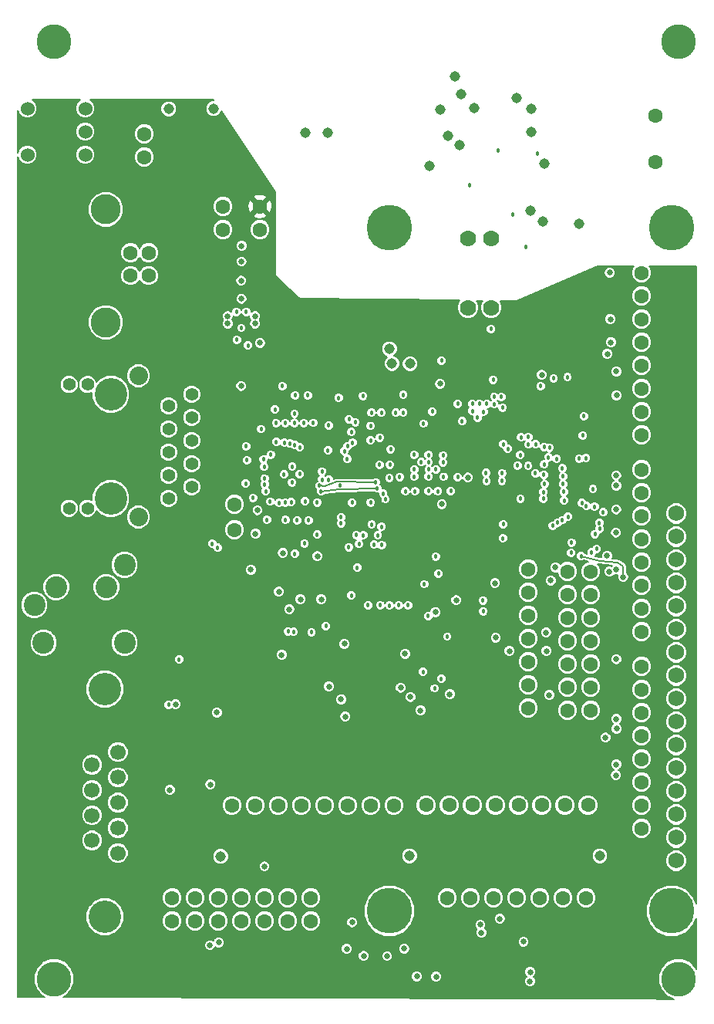
<source format=gbr>
G04 (created by PCBNEW-RS274X (2010-03-14)-final) date Wed 26 Oct 2011 11:50:53 AM EDT*
G01*
G70*
G90*
%MOIN*%
G04 Gerber Fmt 3.4, Leading zero omitted, Abs format*
%FSLAX34Y34*%
G04 APERTURE LIST*
%ADD10C,0.001000*%
%ADD11C,0.150000*%
%ADD12C,0.063000*%
%ADD13C,0.129900*%
%ADD14C,0.060000*%
%ADD15C,0.094500*%
%ADD16C,0.140000*%
%ADD17C,0.066900*%
%ADD18C,0.068900*%
%ADD19C,0.196900*%
%ADD20C,0.080000*%
%ADD21C,0.055000*%
%ADD22C,0.070000*%
%ADD23C,0.018000*%
%ADD24C,0.025000*%
%ADD25C,0.045000*%
%ADD26C,0.005000*%
%ADD27C,0.010000*%
G04 APERTURE END LIST*
G54D10*
G54D11*
X18000Y-32000D03*
X-09000Y08500D03*
X18000Y08500D03*
X-09000Y-32000D03*
G54D12*
X-05100Y03500D03*
X-05100Y04500D03*
X-01699Y01364D03*
X-01699Y00364D03*
X-00099Y01364D03*
X-00099Y00364D03*
X11500Y-14300D03*
X11500Y-15300D03*
X11500Y-16300D03*
X11500Y-17300D03*
X11500Y-18300D03*
X11500Y-19300D03*
X11500Y-20300D03*
X14200Y-20400D03*
X13200Y-20400D03*
X14200Y-19400D03*
X13200Y-19400D03*
X14200Y-18400D03*
X13200Y-18400D03*
X14200Y-17400D03*
X13200Y-17400D03*
X14200Y-16400D03*
X13200Y-16400D03*
X14200Y-15400D03*
X13200Y-15400D03*
X14200Y-14400D03*
X13200Y-14400D03*
X16400Y-01500D03*
X16400Y-02500D03*
X16400Y-04500D03*
X16400Y-05500D03*
X16400Y-06500D03*
X16400Y-07500D03*
X16400Y-08500D03*
X16400Y-03500D03*
X16400Y-10000D03*
X16400Y-11000D03*
X16400Y-13000D03*
X16400Y-14000D03*
X16400Y-15000D03*
X16400Y-16000D03*
X16400Y-17000D03*
X16400Y-12000D03*
X16400Y-18500D03*
X16400Y-19500D03*
X16400Y-21500D03*
X16400Y-22500D03*
X16400Y-23500D03*
X16400Y-24500D03*
X16400Y-25500D03*
X16400Y-20500D03*
G54D13*
X-06760Y01241D03*
X-06760Y-03641D03*
G54D12*
X-05693Y-00637D03*
X-04906Y-00637D03*
X-04906Y-01621D03*
X-05693Y-01621D03*
G54D14*
X-07650Y03600D03*
X-07650Y04600D03*
X-07650Y05600D03*
X-10150Y05600D03*
X-10150Y03600D03*
G54D15*
X-09849Y-15859D03*
X-08904Y-15072D03*
X-06739Y-15072D03*
X-05951Y-14107D03*
X-05951Y-17493D03*
X-09455Y-17493D03*
G54D12*
X03690Y-24510D03*
X04690Y-24510D03*
X05690Y-24510D03*
X02690Y-24510D03*
X01690Y-24510D03*
X00690Y-24510D03*
X-00310Y-24510D03*
X-01310Y-24510D03*
X14083Y-24496D03*
X13083Y-24496D03*
X12083Y-24496D03*
X11083Y-24496D03*
X10083Y-24496D03*
X09083Y-24496D03*
X08083Y-24496D03*
X07083Y-24496D03*
G54D16*
X-06800Y-19480D03*
G54D17*
X-06241Y-22206D03*
X-06241Y-23297D03*
X-06241Y-24387D03*
X-06241Y-25478D03*
X-06241Y-26569D03*
X-07359Y-22752D03*
X-07359Y-23842D03*
X-07359Y-24933D03*
X-07359Y-26023D03*
G54D16*
X-06800Y-29319D03*
G54D18*
X17900Y-26898D03*
X17900Y-25898D03*
X17900Y-24898D03*
X17900Y-23898D03*
X17900Y-22898D03*
X17900Y-21898D03*
X17900Y-20898D03*
X17900Y-19898D03*
X17900Y-18898D03*
X17900Y-17898D03*
X17900Y-16898D03*
X17900Y-15898D03*
X17900Y-14898D03*
X17900Y-13898D03*
X17900Y-12898D03*
X17900Y-11898D03*
G54D19*
X17703Y-29063D03*
X05498Y-29063D03*
X05498Y00464D03*
X17703Y00464D03*
G54D12*
X02100Y-28500D03*
X02100Y-29500D03*
X01100Y-28500D03*
X01100Y-29500D03*
X00100Y-28500D03*
X00100Y-29500D03*
X-00900Y-28500D03*
X-00900Y-29500D03*
X-01900Y-28500D03*
X-01900Y-29500D03*
X-02900Y-28500D03*
X-02900Y-29500D03*
X-03900Y-28500D03*
X-03900Y-29500D03*
X08000Y-28500D03*
X09000Y-28500D03*
X10000Y-28500D03*
X11000Y-28500D03*
X12000Y-28500D03*
X13000Y-28500D03*
X14000Y-28500D03*
G54D16*
X-06550Y-06750D03*
X-06550Y-11250D03*
G54D20*
X-05350Y-05950D03*
X-05350Y-12050D03*
G54D21*
X-07550Y-06330D03*
X-08350Y-06330D03*
X-07550Y-11670D03*
X-08350Y-11670D03*
X-03050Y-06750D03*
X-04050Y-07250D03*
X-03050Y-07750D03*
X-04050Y-08250D03*
X-03050Y-08750D03*
X-04050Y-09250D03*
X-03050Y-09750D03*
X-04050Y-10250D03*
X-03050Y-10750D03*
X-04050Y-11250D03*
G54D22*
X08900Y-03000D03*
X09900Y-03000D03*
X09900Y00000D03*
X08900Y00000D03*
G54D12*
X17000Y05300D03*
X17000Y03300D03*
X-01200Y-11500D03*
X-01200Y-12600D03*
G54D23*
X03859Y-08377D03*
X01854Y-11374D03*
X14014Y-11576D03*
X10421Y-12362D03*
X04107Y-14237D03*
X04573Y-15863D03*
X00101Y-10385D03*
X01251Y-11401D03*
X00367Y-09353D03*
X01615Y-09038D03*
X-00662Y-09598D03*
X00601Y-07989D03*
X00998Y-07986D03*
X01395Y-07986D03*
X01799Y-07986D03*
X04969Y-10816D03*
X02539Y-10943D03*
G54D24*
X15297Y-23200D03*
X15603Y-14641D03*
X15320Y-06792D03*
G54D23*
X13784Y-13740D03*
X07999Y-17215D03*
X05901Y-15859D03*
X07503Y-13755D03*
X07177Y-16324D03*
G54D24*
X15309Y-05761D03*
X15301Y-14316D03*
X15305Y-22738D03*
G54D23*
X09563Y-16121D03*
X06302Y-15863D03*
X04731Y-12368D03*
X14739Y-11844D03*
X05160Y-12475D03*
X14368Y-11601D03*
X03857Y-15435D03*
X03740Y-13351D03*
X04997Y-12836D03*
X14574Y-12301D03*
X02754Y-16764D03*
X02132Y-17025D03*
X04067Y-12823D03*
X14459Y-13424D03*
X05169Y-13251D03*
X14383Y-12787D03*
X04833Y-13240D03*
X14589Y-12561D03*
X04367Y-12837D03*
X14244Y-13571D03*
X04693Y-11418D03*
X01353Y-17011D03*
X03883Y-11425D03*
X01119Y-16989D03*
X02476Y-10696D03*
X04910Y-10552D03*
X03757Y-07821D03*
X02595Y-10439D03*
X05231Y-11040D03*
X-02163Y-13200D03*
X00112Y-10638D03*
X03902Y-08837D03*
X00998Y-11428D03*
X02372Y-11420D03*
X03676Y-09546D03*
X00734Y-11447D03*
X03549Y-09199D03*
X00348Y-11383D03*
X00150Y-10936D03*
X03690Y-08994D03*
X12187Y-09020D03*
X09390Y-07153D03*
X09544Y-15652D03*
G54D24*
X14922Y-05004D03*
X14912Y-13729D03*
X15010Y-14409D03*
X14840Y-21580D03*
G54D23*
X05501Y-15868D03*
X11158Y-09369D03*
X09309Y-07757D03*
X05104Y-15854D03*
X07615Y-14498D03*
X06956Y-18737D03*
X09084Y-07468D03*
X11813Y-10162D03*
X11035Y-09829D03*
X09090Y-07165D03*
G54D24*
X12674Y-14225D03*
G54D23*
X05330Y-11278D03*
X-01927Y-13379D03*
X02587Y-10085D03*
X02878Y-10435D03*
G54D24*
X12472Y-14791D03*
G54D23*
X11882Y03663D03*
G54D25*
X11648Y04597D03*
X12139Y00713D03*
X12198Y03226D03*
G54D24*
X-00907Y-06384D03*
G54D25*
X06396Y-05431D03*
X05614Y-05422D03*
G54D23*
X-00698Y-08993D03*
G54D24*
X-00309Y-03381D03*
X-00307Y-03688D03*
X-01492Y-03688D03*
X-01500Y-03378D03*
X-00899Y-02621D03*
X-00903Y-01844D03*
X-00899Y-01015D03*
X-00888Y-00336D03*
G54D23*
X-01097Y-04396D03*
G54D24*
X10098Y-17261D03*
X10691Y-17834D03*
G54D23*
X12597Y-06065D03*
X13198Y-06013D03*
X12035Y-06392D03*
G54D25*
X05501Y-04794D03*
G54D24*
X-02264Y-30549D03*
X05399Y-31016D03*
X04392Y-31013D03*
X06687Y-31888D03*
X11298Y-30397D03*
X10266Y-29399D03*
G54D25*
X-02102Y05592D03*
X-04044Y05582D03*
G54D23*
X07753Y-05296D03*
X09896Y-03927D03*
X09986Y-06120D03*
G54D25*
X06375Y-26692D03*
X14599Y-26688D03*
X-01795Y-26712D03*
G54D24*
X11583Y-31700D03*
X03891Y-29550D03*
G54D23*
X01299Y-09872D03*
X01622Y-10194D03*
X00946Y-10209D03*
X01295Y-10554D03*
X02841Y-09170D03*
X02877Y-08093D03*
X03303Y-06907D03*
X00868Y-06397D03*
G54D24*
X00721Y-15281D03*
X-00491Y-14328D03*
X00897Y-13604D03*
G54D23*
X01830Y-13195D03*
G54D24*
X07489Y-16159D03*
X02550Y-15603D03*
X02389Y-13744D03*
G54D23*
X01504Y-12197D03*
X04362Y-06820D03*
X06097Y-07539D03*
X07355Y-07494D03*
X06967Y-08015D03*
X05091Y-08619D03*
X05519Y-09788D03*
X05498Y-10364D03*
X07196Y-10307D03*
X06576Y-09995D03*
X06570Y-09357D03*
X07196Y-09372D03*
X07827Y-09385D03*
X06570Y-10307D03*
X07837Y-10314D03*
X07821Y-09688D03*
X06877Y-09679D03*
X07199Y-09998D03*
X07199Y-09998D03*
X07514Y-09995D03*
X07199Y-09685D03*
G54D24*
X07693Y-06297D03*
X12269Y-17039D03*
X00843Y-18003D03*
X03555Y-17528D03*
X06178Y-17956D03*
X03597Y-20667D03*
X06841Y-20401D03*
X05992Y-19419D03*
X-01960Y-20492D03*
X-03739Y-20142D03*
X-02240Y-23601D03*
X02888Y-19373D03*
G54D23*
X04189Y-13215D03*
X04687Y-08734D03*
X10404Y-12968D03*
X10336Y-06858D03*
X01397Y-07583D03*
X13821Y-11445D03*
X13054Y-11337D03*
X12159Y-10973D03*
X13008Y-10625D03*
X12173Y-10231D03*
X12971Y-09944D03*
X13862Y-08527D03*
X13359Y-13590D03*
G54D24*
X15030Y-01497D03*
X15305Y-10695D03*
X15296Y-12718D03*
X15305Y-18186D03*
X15324Y-21195D03*
X-00291Y-12766D03*
G54D23*
X00201Y-12175D03*
X-03586Y-18200D03*
X00556Y-07402D03*
X-00049Y-08250D03*
G54D24*
X15301Y-10249D03*
X08897Y-10345D03*
G54D23*
X-00397Y-11222D03*
X-00716Y-10603D03*
G54D24*
X15079Y-04499D03*
X08113Y-19699D03*
X-03995Y-23838D03*
G54D23*
X04031Y-07951D03*
G54D24*
X07765Y-11498D03*
X-00100Y-04527D03*
G54D25*
X08540Y04021D03*
X10989Y06038D03*
X11615Y05592D03*
X08040Y04408D03*
X13699Y00604D03*
G54D23*
X11401Y-00390D03*
X10199Y03801D03*
G54D25*
X02819Y04567D03*
X11600Y01198D03*
G54D23*
X03407Y-12322D03*
X11498Y-09843D03*
X09568Y-07504D03*
X09698Y-10490D03*
X12563Y-12421D03*
X10366Y-10485D03*
X12973Y-12183D03*
X05071Y-09790D03*
X09672Y-10147D03*
X12768Y-12296D03*
X10369Y-10148D03*
X13215Y-12038D03*
X05549Y-09121D03*
X01968Y-06794D03*
X07739Y-19041D03*
X-00903Y-03882D03*
X-01113Y-03187D03*
X-00693Y-03187D03*
X-00609Y-04641D03*
X09711Y-07153D03*
X13702Y-09532D03*
X10428Y-08906D03*
X13997Y-09507D03*
X11821Y-08904D03*
X10031Y-06855D03*
X11509Y-08911D03*
X10033Y-07166D03*
X11503Y-08594D03*
X10395Y-07320D03*
X12727Y-09535D03*
X08643Y-07911D03*
X12420Y-09053D03*
X10616Y-09103D03*
X12376Y-09466D03*
X08454Y-07156D03*
X01186Y-08868D03*
X03407Y-12059D03*
X00062Y-09551D03*
X00611Y-08805D03*
G54D24*
X09481Y-30011D03*
G54D23*
X00958Y-08836D03*
X01408Y-08937D03*
G54D24*
X09431Y-29658D03*
G54D23*
X00090Y-09880D03*
X10847Y01023D03*
X08968Y02296D03*
G54D25*
X07228Y03127D03*
X01853Y04547D03*
X08317Y06990D03*
X09164Y05618D03*
X08596Y06202D03*
X07703Y05556D03*
G54D23*
X06650Y-08717D03*
X07153Y-08719D03*
X07656Y-08723D03*
X08184Y-08724D03*
X06099Y-08720D03*
X08436Y-09385D03*
X05949Y-09371D03*
X07438Y-08009D03*
X-01101Y-10431D03*
X11194Y-08609D03*
X12159Y-11257D03*
X12205Y-10622D03*
X12192Y-09779D03*
X13035Y-10961D03*
X13003Y-10292D03*
X11166Y-11258D03*
X06195Y-10942D03*
X06601Y-10939D03*
X07192Y-10928D03*
X07596Y-10945D03*
X08150Y-10928D03*
X05948Y-10320D03*
X08450Y-10323D03*
X03361Y-10690D03*
X02003Y-12197D03*
X02378Y-12809D03*
G54D24*
X01168Y-16036D03*
X01652Y-15599D03*
G54D23*
X07003Y-14950D03*
G54D24*
X10064Y-14904D03*
X08390Y-15646D03*
X12292Y-17833D03*
X12409Y-19741D03*
G54D23*
X13371Y-13152D03*
X02208Y-07983D03*
X01429Y-06793D03*
G54D24*
X03413Y-19926D03*
X06404Y-19820D03*
G54D23*
X13904Y-07692D03*
X14299Y-10842D03*
X01003Y-12179D03*
X01412Y-13634D03*
X07461Y-19450D03*
X-04051Y-20158D03*
G54D24*
X15053Y-03499D03*
X15300Y-11719D03*
X15306Y-20776D03*
G54D23*
X04688Y-08114D03*
X04727Y-07545D03*
X05154Y-07546D03*
X05774Y-07546D03*
X06098Y-06771D03*
G54D24*
X-00202Y-11752D03*
X00099Y-27145D03*
X07519Y-31907D03*
X11580Y-32104D03*
X12087Y-05914D03*
X-01877Y-30432D03*
X06137Y-30694D03*
X03657Y-30703D03*
G54D26*
X04969Y-10816D02*
X03327Y-10861D01*
X03327Y-10861D02*
X02542Y-10936D01*
X15603Y-14641D02*
X15607Y-14168D01*
X15607Y-14168D02*
X15375Y-14015D01*
X15375Y-14015D02*
X14594Y-13942D01*
X14594Y-13942D02*
X13784Y-13740D01*
X04910Y-10552D02*
X03235Y-10522D01*
X03235Y-10522D02*
X02703Y-10700D01*
X02703Y-10700D02*
X02476Y-10696D01*
G54D27*
X-01101Y-10431D02*
X00184Y-10071D01*
X00184Y-10071D02*
X01216Y-09590D01*
X01216Y-09590D02*
X03154Y-09660D01*
X03154Y-09660D02*
X03941Y-09862D01*
X03941Y-09862D02*
X05078Y-09437D01*
X05078Y-09437D02*
X05949Y-09371D01*
X05949Y-09371D02*
X06099Y-08720D01*
X06099Y-08720D02*
X06398Y-06902D01*
X06398Y-06902D02*
X06287Y-06145D01*
X06287Y-06145D02*
X05345Y-05867D01*
X05345Y-05867D02*
X01594Y-02610D01*
X01594Y-02610D02*
X00504Y-01604D01*
X00541Y00686D02*
X-00099Y01364D01*
X-00099Y01364D02*
X-00567Y01961D01*
X-00099Y01364D02*
X00481Y01983D01*
X-00099Y01364D02*
X-00729Y00794D01*
X00504Y-01604D02*
X00541Y00686D01*
G54D10*
G36*
X17814Y-32870D02*
X17504Y-32741D01*
X17258Y-32495D01*
X17125Y-32173D01*
X17125Y-31825D01*
X17259Y-31504D01*
X17505Y-31258D01*
X17827Y-31125D01*
X18175Y-31125D01*
X18496Y-31259D01*
X18742Y-31505D01*
X18775Y-31584D01*
X18775Y-29369D01*
X18641Y-29692D01*
X18329Y-30003D01*
X17922Y-30171D01*
X17481Y-30170D01*
X17074Y-30001D01*
X16763Y-29689D01*
X16595Y-29282D01*
X16596Y-28841D01*
X16765Y-28434D01*
X17077Y-28123D01*
X17484Y-27955D01*
X17806Y-27955D01*
X17806Y-27367D01*
X17634Y-27295D01*
X17502Y-27163D01*
X17431Y-26991D01*
X17431Y-26804D01*
X17503Y-26632D01*
X17635Y-26500D01*
X17806Y-26429D01*
X17806Y-26367D01*
X17634Y-26295D01*
X17502Y-26163D01*
X17431Y-25991D01*
X17431Y-25804D01*
X17503Y-25632D01*
X17635Y-25500D01*
X17806Y-25429D01*
X17806Y-25367D01*
X17634Y-25295D01*
X17502Y-25163D01*
X17431Y-24991D01*
X17431Y-24804D01*
X17503Y-24632D01*
X17635Y-24500D01*
X17806Y-24429D01*
X17806Y-24367D01*
X17634Y-24295D01*
X17502Y-24163D01*
X17431Y-23991D01*
X17431Y-23804D01*
X17503Y-23632D01*
X17635Y-23500D01*
X17806Y-23429D01*
X17806Y-23367D01*
X17634Y-23295D01*
X17502Y-23163D01*
X17431Y-22991D01*
X17431Y-22804D01*
X17503Y-22632D01*
X17635Y-22500D01*
X17806Y-22429D01*
X17806Y-22367D01*
X17634Y-22295D01*
X17502Y-22163D01*
X17431Y-21991D01*
X17431Y-21804D01*
X17503Y-21632D01*
X17635Y-21500D01*
X17806Y-21429D01*
X17806Y-21367D01*
X17634Y-21295D01*
X17502Y-21163D01*
X17431Y-20991D01*
X17431Y-20804D01*
X17503Y-20632D01*
X17635Y-20500D01*
X17806Y-20429D01*
X17806Y-20367D01*
X17634Y-20295D01*
X17502Y-20163D01*
X17431Y-19991D01*
X17431Y-19804D01*
X17503Y-19632D01*
X17635Y-19500D01*
X17806Y-19429D01*
X17806Y-19367D01*
X17634Y-19295D01*
X17502Y-19163D01*
X17431Y-18991D01*
X17431Y-18804D01*
X17503Y-18632D01*
X17635Y-18500D01*
X17806Y-18429D01*
X17806Y-18367D01*
X17634Y-18295D01*
X17502Y-18163D01*
X17431Y-17991D01*
X17431Y-17804D01*
X17503Y-17632D01*
X17635Y-17500D01*
X17806Y-17429D01*
X17806Y-17367D01*
X17634Y-17295D01*
X17502Y-17163D01*
X17431Y-16991D01*
X17431Y-16804D01*
X17503Y-16632D01*
X17635Y-16500D01*
X17806Y-16429D01*
X17806Y-16367D01*
X17634Y-16295D01*
X17502Y-16163D01*
X17431Y-15991D01*
X17431Y-15804D01*
X17503Y-15632D01*
X17635Y-15500D01*
X17806Y-15429D01*
X17806Y-15367D01*
X17634Y-15295D01*
X17502Y-15163D01*
X17431Y-14991D01*
X17431Y-14804D01*
X17503Y-14632D01*
X17635Y-14500D01*
X17806Y-14429D01*
X17806Y-14367D01*
X17634Y-14295D01*
X17502Y-14163D01*
X17431Y-13991D01*
X17431Y-13804D01*
X17503Y-13632D01*
X17635Y-13500D01*
X17806Y-13429D01*
X17806Y-13367D01*
X17634Y-13295D01*
X17502Y-13163D01*
X17431Y-12991D01*
X17431Y-12804D01*
X17503Y-12632D01*
X17635Y-12500D01*
X17806Y-12429D01*
X17806Y-12367D01*
X17634Y-12295D01*
X17502Y-12163D01*
X17431Y-11991D01*
X17431Y-11804D01*
X17503Y-11632D01*
X17635Y-11500D01*
X17807Y-11429D01*
X17994Y-11429D01*
X18166Y-11501D01*
X18298Y-11633D01*
X18369Y-11805D01*
X18369Y-11992D01*
X18297Y-12164D01*
X18165Y-12296D01*
X17993Y-12367D01*
X17806Y-12367D01*
X17806Y-12429D01*
X17994Y-12429D01*
X18166Y-12501D01*
X18298Y-12633D01*
X18369Y-12805D01*
X18369Y-12992D01*
X18297Y-13164D01*
X18165Y-13296D01*
X17993Y-13367D01*
X17806Y-13367D01*
X17806Y-13429D01*
X17994Y-13429D01*
X18166Y-13501D01*
X18298Y-13633D01*
X18369Y-13805D01*
X18369Y-13992D01*
X18297Y-14164D01*
X18165Y-14296D01*
X17993Y-14367D01*
X17806Y-14367D01*
X17806Y-14429D01*
X17994Y-14429D01*
X18166Y-14501D01*
X18298Y-14633D01*
X18369Y-14805D01*
X18369Y-14992D01*
X18297Y-15164D01*
X18165Y-15296D01*
X17993Y-15367D01*
X17806Y-15367D01*
X17806Y-15429D01*
X17994Y-15429D01*
X18166Y-15501D01*
X18298Y-15633D01*
X18369Y-15805D01*
X18369Y-15992D01*
X18297Y-16164D01*
X18165Y-16296D01*
X17993Y-16367D01*
X17806Y-16367D01*
X17806Y-16429D01*
X17994Y-16429D01*
X18166Y-16501D01*
X18298Y-16633D01*
X18369Y-16805D01*
X18369Y-16992D01*
X18297Y-17164D01*
X18165Y-17296D01*
X17993Y-17367D01*
X17806Y-17367D01*
X17806Y-17429D01*
X17994Y-17429D01*
X18166Y-17501D01*
X18298Y-17633D01*
X18369Y-17805D01*
X18369Y-17992D01*
X18297Y-18164D01*
X18165Y-18296D01*
X17993Y-18367D01*
X17806Y-18367D01*
X17806Y-18429D01*
X17994Y-18429D01*
X18166Y-18501D01*
X18298Y-18633D01*
X18369Y-18805D01*
X18369Y-18992D01*
X18297Y-19164D01*
X18165Y-19296D01*
X17993Y-19367D01*
X17806Y-19367D01*
X17806Y-19429D01*
X17994Y-19429D01*
X18166Y-19501D01*
X18298Y-19633D01*
X18369Y-19805D01*
X18369Y-19992D01*
X18297Y-20164D01*
X18165Y-20296D01*
X17993Y-20367D01*
X17806Y-20367D01*
X17806Y-20429D01*
X17994Y-20429D01*
X18166Y-20501D01*
X18298Y-20633D01*
X18369Y-20805D01*
X18369Y-20992D01*
X18297Y-21164D01*
X18165Y-21296D01*
X17993Y-21367D01*
X17806Y-21367D01*
X17806Y-21429D01*
X17994Y-21429D01*
X18166Y-21501D01*
X18298Y-21633D01*
X18369Y-21805D01*
X18369Y-21992D01*
X18297Y-22164D01*
X18165Y-22296D01*
X17993Y-22367D01*
X17806Y-22367D01*
X17806Y-22429D01*
X17994Y-22429D01*
X18166Y-22501D01*
X18298Y-22633D01*
X18369Y-22805D01*
X18369Y-22992D01*
X18297Y-23164D01*
X18165Y-23296D01*
X17993Y-23367D01*
X17806Y-23367D01*
X17806Y-23429D01*
X17994Y-23429D01*
X18166Y-23501D01*
X18298Y-23633D01*
X18369Y-23805D01*
X18369Y-23992D01*
X18297Y-24164D01*
X18165Y-24296D01*
X17993Y-24367D01*
X17806Y-24367D01*
X17806Y-24429D01*
X17994Y-24429D01*
X18166Y-24501D01*
X18298Y-24633D01*
X18369Y-24805D01*
X18369Y-24992D01*
X18297Y-25164D01*
X18165Y-25296D01*
X17993Y-25367D01*
X17806Y-25367D01*
X17806Y-25429D01*
X17994Y-25429D01*
X18166Y-25501D01*
X18298Y-25633D01*
X18369Y-25805D01*
X18369Y-25992D01*
X18297Y-26164D01*
X18165Y-26296D01*
X17993Y-26367D01*
X17806Y-26367D01*
X17806Y-26429D01*
X17994Y-26429D01*
X18166Y-26501D01*
X18298Y-26633D01*
X18369Y-26805D01*
X18369Y-26992D01*
X18297Y-27164D01*
X18165Y-27296D01*
X17993Y-27367D01*
X17806Y-27367D01*
X17806Y-27955D01*
X17925Y-27956D01*
X18332Y-28125D01*
X18643Y-28437D01*
X18775Y-28756D01*
X18775Y-01225D01*
X16744Y-01224D01*
X16772Y-01252D01*
X16839Y-01413D01*
X16839Y-01588D01*
X16772Y-01749D01*
X16648Y-01872D01*
X16487Y-01939D01*
X16312Y-01939D01*
X16151Y-01872D01*
X16028Y-01748D01*
X15961Y-01587D01*
X15961Y-01412D01*
X16028Y-01251D01*
X16054Y-01224D01*
X14505Y-01224D01*
X11005Y-02725D01*
X10289Y-02717D01*
X10303Y-02731D01*
X10375Y-02906D01*
X10375Y-03095D01*
X10302Y-03269D01*
X10169Y-03403D01*
X09994Y-03475D01*
X09805Y-03475D01*
X09631Y-03402D01*
X09497Y-03269D01*
X09425Y-03094D01*
X09425Y-02905D01*
X09498Y-02731D01*
X09519Y-02709D01*
X09278Y-02706D01*
X09303Y-02731D01*
X09375Y-02906D01*
X09375Y-03095D01*
X09302Y-03269D01*
X09169Y-03403D01*
X08994Y-03475D01*
X08805Y-03475D01*
X08631Y-03402D01*
X08497Y-03269D01*
X08425Y-03094D01*
X08425Y-02905D01*
X08498Y-02731D01*
X08530Y-02698D01*
X01589Y-02624D01*
X00575Y-01610D01*
X00575Y01992D01*
X-01773Y05472D01*
X-01806Y05394D01*
X-01905Y05296D01*
X-02033Y05243D01*
X-02172Y05243D01*
X-02300Y05296D01*
X-02398Y05395D01*
X-02451Y05523D01*
X-02451Y05662D01*
X-02398Y05790D01*
X-02299Y05888D01*
X-02171Y05941D01*
X-02090Y05941D01*
X-02113Y05975D01*
X-07445Y05975D01*
X-07409Y05960D01*
X-07289Y05840D01*
X-07225Y05684D01*
X-07225Y05515D01*
X-07290Y05359D01*
X-07410Y05239D01*
X-07566Y05175D01*
X-07735Y05175D01*
X-07891Y05240D01*
X-08011Y05360D01*
X-08075Y05516D01*
X-08075Y05685D01*
X-08010Y05841D01*
X-07890Y05961D01*
X-07855Y05975D01*
X-09945Y05975D01*
X-09909Y05960D01*
X-09789Y05840D01*
X-09725Y05684D01*
X-09725Y05515D01*
X-09790Y05359D01*
X-09910Y05239D01*
X-10066Y05175D01*
X-10235Y05175D01*
X-10391Y05240D01*
X-10511Y05360D01*
X-10575Y05516D01*
X-10575Y03685D01*
X-10510Y03841D01*
X-10390Y03961D01*
X-10234Y04025D01*
X-10065Y04025D01*
X-09909Y03960D01*
X-09789Y03840D01*
X-09725Y03684D01*
X-09725Y03515D01*
X-09790Y03359D01*
X-09910Y03239D01*
X-10066Y03175D01*
X-10235Y03175D01*
X-10391Y03240D01*
X-10511Y03360D01*
X-10575Y03516D01*
X-10575Y-32775D01*
X-09405Y-32778D01*
X-09496Y-32741D01*
X-09742Y-32495D01*
X-09875Y-32173D01*
X-09875Y-31825D01*
X-09741Y-31504D01*
X-09574Y-31337D01*
X-09574Y-18089D01*
X-09793Y-17998D01*
X-09960Y-17830D01*
X-10051Y-17611D01*
X-10051Y-17374D01*
X-09968Y-17174D01*
X-09968Y-16455D01*
X-10187Y-16364D01*
X-10354Y-16196D01*
X-10445Y-15977D01*
X-10445Y-15740D01*
X-10354Y-15521D01*
X-10186Y-15354D01*
X-09967Y-15263D01*
X-09730Y-15263D01*
X-09511Y-15354D01*
X-09344Y-15522D01*
X-09253Y-15741D01*
X-09253Y-15978D01*
X-09344Y-16197D01*
X-09512Y-16364D01*
X-09731Y-16455D01*
X-09968Y-16455D01*
X-09968Y-17174D01*
X-09960Y-17155D01*
X-09792Y-16988D01*
X-09573Y-16897D01*
X-09336Y-16897D01*
X-09117Y-16988D01*
X-09023Y-17082D01*
X-09023Y-15668D01*
X-09242Y-15577D01*
X-09409Y-15409D01*
X-09500Y-15190D01*
X-09500Y-14953D01*
X-09409Y-14734D01*
X-09241Y-14567D01*
X-09022Y-14476D01*
X-08785Y-14476D01*
X-08566Y-14567D01*
X-08430Y-14703D01*
X-08430Y-12069D01*
X-08576Y-12008D01*
X-08688Y-11896D01*
X-08749Y-11749D01*
X-08749Y-11590D01*
X-08688Y-11444D01*
X-08576Y-11332D01*
X-08430Y-11271D01*
X-08430Y-06729D01*
X-08576Y-06668D01*
X-08688Y-06556D01*
X-08749Y-06409D01*
X-08749Y-06250D01*
X-08688Y-06104D01*
X-08576Y-05992D01*
X-08429Y-05931D01*
X-08270Y-05931D01*
X-08124Y-05992D01*
X-08012Y-06104D01*
X-07951Y-06251D01*
X-07951Y-06410D01*
X-08012Y-06556D01*
X-08124Y-06668D01*
X-08271Y-06729D01*
X-08430Y-06729D01*
X-08430Y-11271D01*
X-08270Y-11271D01*
X-08124Y-11332D01*
X-08012Y-11444D01*
X-07951Y-11591D01*
X-07951Y-11750D01*
X-08012Y-11896D01*
X-08124Y-12008D01*
X-08271Y-12069D01*
X-08430Y-12069D01*
X-08430Y-14703D01*
X-08399Y-14735D01*
X-08308Y-14954D01*
X-08308Y-15191D01*
X-08399Y-15410D01*
X-08567Y-15577D01*
X-08786Y-15668D01*
X-09023Y-15668D01*
X-09023Y-17082D01*
X-08950Y-17156D01*
X-08859Y-17375D01*
X-08859Y-17612D01*
X-08950Y-17831D01*
X-09118Y-17998D01*
X-09337Y-18089D01*
X-09574Y-18089D01*
X-09574Y-31337D01*
X-09495Y-31258D01*
X-09173Y-31125D01*
X-08825Y-31125D01*
X-08504Y-31259D01*
X-08258Y-31505D01*
X-08125Y-31827D01*
X-08125Y-32175D01*
X-08259Y-32496D01*
X-08505Y-32742D01*
X-08601Y-32781D01*
X-06965Y-32787D01*
X-06965Y-30144D01*
X-07268Y-30018D01*
X-07500Y-29785D01*
X-07625Y-29482D01*
X-07625Y-29154D01*
X-07499Y-28851D01*
X-07450Y-28802D01*
X-07450Y-26481D01*
X-07619Y-26411D01*
X-07747Y-26282D01*
X-07817Y-26114D01*
X-07817Y-25932D01*
X-07747Y-25763D01*
X-07618Y-25635D01*
X-07450Y-25565D01*
X-07450Y-25391D01*
X-07619Y-25321D01*
X-07747Y-25192D01*
X-07817Y-25024D01*
X-07817Y-24842D01*
X-07747Y-24673D01*
X-07618Y-24545D01*
X-07450Y-24475D01*
X-07450Y-24300D01*
X-07619Y-24230D01*
X-07747Y-24101D01*
X-07817Y-23933D01*
X-07817Y-23751D01*
X-07747Y-23582D01*
X-07618Y-23454D01*
X-07450Y-23384D01*
X-07450Y-23210D01*
X-07619Y-23140D01*
X-07747Y-23011D01*
X-07817Y-22843D01*
X-07817Y-22661D01*
X-07747Y-22492D01*
X-07618Y-22364D01*
X-07450Y-22294D01*
X-07268Y-22294D01*
X-07099Y-22364D01*
X-06971Y-22493D01*
X-06965Y-22507D01*
X-06965Y-20305D01*
X-07268Y-20179D01*
X-07500Y-19946D01*
X-07625Y-19643D01*
X-07625Y-19315D01*
X-07499Y-19012D01*
X-07266Y-18780D01*
X-06963Y-18655D01*
X-06858Y-18655D01*
X-06858Y-15668D01*
X-07077Y-15577D01*
X-07244Y-15409D01*
X-07335Y-15190D01*
X-07335Y-14953D01*
X-07244Y-14734D01*
X-07076Y-14567D01*
X-06857Y-14476D01*
X-06715Y-14476D01*
X-06715Y-12075D01*
X-07018Y-11949D01*
X-07170Y-11796D01*
X-07212Y-11896D01*
X-07324Y-12008D01*
X-07471Y-12069D01*
X-07630Y-12069D01*
X-07776Y-12008D01*
X-07888Y-11896D01*
X-07949Y-11749D01*
X-07949Y-11590D01*
X-07888Y-11444D01*
X-07776Y-11332D01*
X-07629Y-11271D01*
X-07470Y-11271D01*
X-07375Y-11310D01*
X-07375Y-11085D01*
X-07249Y-10782D01*
X-07016Y-10550D01*
X-06715Y-10425D01*
X-06715Y-07575D01*
X-07018Y-07449D01*
X-07250Y-07216D01*
X-07375Y-06913D01*
X-07375Y-06689D01*
X-07471Y-06729D01*
X-07630Y-06729D01*
X-07776Y-06668D01*
X-07888Y-06556D01*
X-07949Y-06409D01*
X-07949Y-06250D01*
X-07888Y-06104D01*
X-07776Y-05992D01*
X-07735Y-05974D01*
X-07735Y03175D01*
X-07891Y03240D01*
X-08011Y03360D01*
X-08075Y03516D01*
X-08075Y03685D01*
X-08010Y03841D01*
X-07890Y03961D01*
X-07735Y04024D01*
X-07735Y04175D01*
X-07891Y04240D01*
X-08011Y04360D01*
X-08075Y04516D01*
X-08075Y04685D01*
X-08010Y04841D01*
X-07890Y04961D01*
X-07734Y05025D01*
X-07565Y05025D01*
X-07409Y04960D01*
X-07289Y04840D01*
X-07225Y04684D01*
X-07225Y04515D01*
X-07290Y04359D01*
X-07410Y04239D01*
X-07566Y04175D01*
X-07735Y04175D01*
X-07735Y04024D01*
X-07734Y04025D01*
X-07565Y04025D01*
X-07409Y03960D01*
X-07289Y03840D01*
X-07225Y03684D01*
X-07225Y03515D01*
X-07290Y03359D01*
X-07410Y03239D01*
X-07566Y03175D01*
X-07735Y03175D01*
X-07735Y-05974D01*
X-07629Y-05931D01*
X-07470Y-05931D01*
X-07324Y-05992D01*
X-07212Y-06104D01*
X-07170Y-06203D01*
X-07016Y-06050D01*
X-06915Y-06008D01*
X-06915Y-04415D01*
X-07199Y-04296D01*
X-07417Y-04079D01*
X-07534Y-03794D01*
X-07534Y-03486D01*
X-07415Y-03202D01*
X-07198Y-02984D01*
X-06915Y-02867D01*
X-06915Y00467D01*
X-07199Y00586D01*
X-07417Y00803D01*
X-07534Y01088D01*
X-07534Y01396D01*
X-07415Y01680D01*
X-07198Y01898D01*
X-06913Y02015D01*
X-06605Y02015D01*
X-06321Y01896D01*
X-06103Y01679D01*
X-05986Y01394D01*
X-05986Y01086D01*
X-06105Y00802D01*
X-06322Y00584D01*
X-06607Y00467D01*
X-06915Y00467D01*
X-06915Y-02867D01*
X-06605Y-02867D01*
X-06321Y-02986D01*
X-06103Y-03203D01*
X-05986Y-03488D01*
X-05986Y-03796D01*
X-06105Y-04080D01*
X-06322Y-04298D01*
X-06607Y-04415D01*
X-06915Y-04415D01*
X-06915Y-06008D01*
X-06713Y-05925D01*
X-06385Y-05925D01*
X-06082Y-06051D01*
X-05850Y-06284D01*
X-05725Y-06587D01*
X-05725Y-06915D01*
X-05851Y-07218D01*
X-06084Y-07450D01*
X-06387Y-07575D01*
X-06715Y-07575D01*
X-06715Y-10425D01*
X-06385Y-10425D01*
X-06082Y-10551D01*
X-05850Y-10784D01*
X-05725Y-11087D01*
X-05725Y-11415D01*
X-05851Y-11718D01*
X-06084Y-11950D01*
X-06387Y-12075D01*
X-06715Y-12075D01*
X-06715Y-14476D01*
X-06620Y-14476D01*
X-06401Y-14567D01*
X-06234Y-14735D01*
X-06143Y-14954D01*
X-06143Y-15191D01*
X-06234Y-15410D01*
X-06402Y-15577D01*
X-06621Y-15668D01*
X-06858Y-15668D01*
X-06858Y-18655D01*
X-06635Y-18655D01*
X-06332Y-18781D01*
X-06100Y-19014D01*
X-06070Y-19086D01*
X-06070Y-18089D01*
X-06289Y-17998D01*
X-06456Y-17830D01*
X-06547Y-17611D01*
X-06547Y-17374D01*
X-06456Y-17155D01*
X-06288Y-16988D01*
X-06070Y-16897D01*
X-06070Y-14703D01*
X-06289Y-14612D01*
X-06456Y-14444D01*
X-06547Y-14225D01*
X-06547Y-13988D01*
X-06456Y-13769D01*
X-06288Y-13602D01*
X-06069Y-13511D01*
X-05832Y-13511D01*
X-05613Y-13602D01*
X-05455Y-13760D01*
X-05455Y-12575D01*
X-05648Y-12495D01*
X-05795Y-12347D01*
X-05875Y-12154D01*
X-05875Y-11945D01*
X-05795Y-11752D01*
X-05647Y-11605D01*
X-05455Y-11525D01*
X-05455Y-06475D01*
X-05648Y-06395D01*
X-05795Y-06247D01*
X-05875Y-06054D01*
X-05875Y-05845D01*
X-05795Y-05652D01*
X-05647Y-05505D01*
X-05454Y-05425D01*
X-05245Y-05425D01*
X-05052Y-05505D01*
X-04994Y-05563D01*
X-04994Y-02060D01*
X-05155Y-01993D01*
X-05278Y-01869D01*
X-05299Y-01817D01*
X-05321Y-01870D01*
X-05445Y-01993D01*
X-05606Y-02060D01*
X-05781Y-02060D01*
X-05942Y-01993D01*
X-06065Y-01869D01*
X-06132Y-01708D01*
X-06132Y-01533D01*
X-06065Y-01372D01*
X-05941Y-01249D01*
X-05780Y-01182D01*
X-05605Y-01182D01*
X-05444Y-01249D01*
X-05321Y-01373D01*
X-05299Y-01424D01*
X-05278Y-01372D01*
X-05154Y-01249D01*
X-04994Y-01182D01*
X-04994Y-01076D01*
X-05155Y-01009D01*
X-05278Y-00885D01*
X-05299Y-00833D01*
X-05321Y-00886D01*
X-05445Y-01009D01*
X-05606Y-01076D01*
X-05781Y-01076D01*
X-05942Y-01009D01*
X-06065Y-00885D01*
X-06132Y-00724D01*
X-06132Y-00549D01*
X-06065Y-00388D01*
X-05941Y-00265D01*
X-05780Y-00198D01*
X-05605Y-00198D01*
X-05444Y-00265D01*
X-05321Y-00389D01*
X-05299Y-00440D01*
X-05278Y-00388D01*
X-05188Y-00298D01*
X-05188Y03061D01*
X-05349Y03128D01*
X-05472Y03252D01*
X-05539Y03413D01*
X-05539Y03588D01*
X-05472Y03749D01*
X-05348Y03872D01*
X-05188Y03938D01*
X-05188Y04061D01*
X-05349Y04128D01*
X-05472Y04252D01*
X-05539Y04413D01*
X-05539Y04588D01*
X-05472Y04749D01*
X-05348Y04872D01*
X-05187Y04939D01*
X-05012Y04939D01*
X-04851Y04872D01*
X-04728Y04748D01*
X-04661Y04587D01*
X-04661Y04412D01*
X-04728Y04251D01*
X-04852Y04128D01*
X-05013Y04061D01*
X-05188Y04061D01*
X-05188Y03938D01*
X-05187Y03939D01*
X-05012Y03939D01*
X-04851Y03872D01*
X-04728Y03748D01*
X-04661Y03587D01*
X-04661Y03412D01*
X-04728Y03251D01*
X-04852Y03128D01*
X-05013Y03061D01*
X-05188Y03061D01*
X-05188Y-00298D01*
X-05154Y-00265D01*
X-04993Y-00198D01*
X-04818Y-00198D01*
X-04657Y-00265D01*
X-04534Y-00389D01*
X-04467Y-00550D01*
X-04467Y-00725D01*
X-04534Y-00886D01*
X-04658Y-01009D01*
X-04819Y-01076D01*
X-04994Y-01076D01*
X-04994Y-01182D01*
X-04818Y-01182D01*
X-04657Y-01249D01*
X-04534Y-01373D01*
X-04467Y-01534D01*
X-04467Y-01709D01*
X-04534Y-01870D01*
X-04658Y-01993D01*
X-04819Y-02060D01*
X-04994Y-02060D01*
X-04994Y-05563D01*
X-04905Y-05653D01*
X-04825Y-05846D01*
X-04825Y-06055D01*
X-04905Y-06248D01*
X-05053Y-06395D01*
X-05246Y-06475D01*
X-05455Y-06475D01*
X-05455Y-11525D01*
X-05245Y-11525D01*
X-05052Y-11605D01*
X-04905Y-11753D01*
X-04825Y-11946D01*
X-04825Y-12155D01*
X-04905Y-12348D01*
X-05053Y-12495D01*
X-05246Y-12575D01*
X-05455Y-12575D01*
X-05455Y-13760D01*
X-05446Y-13770D01*
X-05355Y-13989D01*
X-05355Y-14226D01*
X-05446Y-14445D01*
X-05614Y-14612D01*
X-05833Y-14703D01*
X-06070Y-14703D01*
X-06070Y-16897D01*
X-05832Y-16897D01*
X-05613Y-16988D01*
X-05446Y-17156D01*
X-05355Y-17375D01*
X-05355Y-17612D01*
X-05446Y-17831D01*
X-05614Y-17998D01*
X-05833Y-18089D01*
X-06070Y-18089D01*
X-06070Y-19086D01*
X-05975Y-19317D01*
X-05975Y-19645D01*
X-06101Y-19948D01*
X-06334Y-20180D01*
X-06637Y-20305D01*
X-06965Y-20305D01*
X-06965Y-22507D01*
X-06901Y-22661D01*
X-06901Y-22843D01*
X-06971Y-23012D01*
X-07100Y-23140D01*
X-07268Y-23210D01*
X-07450Y-23210D01*
X-07450Y-23384D01*
X-07268Y-23384D01*
X-07099Y-23454D01*
X-06971Y-23583D01*
X-06901Y-23751D01*
X-06901Y-23933D01*
X-06971Y-24102D01*
X-07100Y-24230D01*
X-07268Y-24300D01*
X-07450Y-24300D01*
X-07450Y-24475D01*
X-07268Y-24475D01*
X-07099Y-24545D01*
X-06971Y-24674D01*
X-06901Y-24842D01*
X-06901Y-25024D01*
X-06971Y-25193D01*
X-07100Y-25321D01*
X-07268Y-25391D01*
X-07450Y-25391D01*
X-07450Y-25565D01*
X-07268Y-25565D01*
X-07099Y-25635D01*
X-06971Y-25764D01*
X-06901Y-25932D01*
X-06901Y-26114D01*
X-06971Y-26283D01*
X-07100Y-26411D01*
X-07268Y-26481D01*
X-07450Y-26481D01*
X-07450Y-28802D01*
X-07266Y-28619D01*
X-06963Y-28494D01*
X-06635Y-28494D01*
X-06332Y-28620D01*
X-06332Y-27027D01*
X-06501Y-26957D01*
X-06629Y-26828D01*
X-06699Y-26660D01*
X-06699Y-26478D01*
X-06629Y-26309D01*
X-06500Y-26181D01*
X-06332Y-26111D01*
X-06332Y-25936D01*
X-06501Y-25866D01*
X-06629Y-25737D01*
X-06699Y-25569D01*
X-06699Y-25387D01*
X-06629Y-25218D01*
X-06500Y-25090D01*
X-06332Y-25020D01*
X-06332Y-24845D01*
X-06501Y-24775D01*
X-06629Y-24646D01*
X-06699Y-24478D01*
X-06699Y-24296D01*
X-06629Y-24127D01*
X-06500Y-23999D01*
X-06332Y-23929D01*
X-06332Y-23755D01*
X-06501Y-23685D01*
X-06629Y-23556D01*
X-06699Y-23388D01*
X-06699Y-23206D01*
X-06629Y-23037D01*
X-06500Y-22909D01*
X-06332Y-22839D01*
X-06332Y-22664D01*
X-06501Y-22594D01*
X-06629Y-22465D01*
X-06699Y-22297D01*
X-06699Y-22115D01*
X-06629Y-21946D01*
X-06500Y-21818D01*
X-06332Y-21748D01*
X-06150Y-21748D01*
X-05981Y-21818D01*
X-05853Y-21947D01*
X-05783Y-22115D01*
X-05783Y-22297D01*
X-05853Y-22466D01*
X-05982Y-22594D01*
X-06150Y-22664D01*
X-06332Y-22664D01*
X-06332Y-22839D01*
X-06150Y-22839D01*
X-05981Y-22909D01*
X-05853Y-23038D01*
X-05783Y-23206D01*
X-05783Y-23388D01*
X-05853Y-23557D01*
X-05982Y-23685D01*
X-06150Y-23755D01*
X-06332Y-23755D01*
X-06332Y-23929D01*
X-06150Y-23929D01*
X-05981Y-23999D01*
X-05853Y-24128D01*
X-05783Y-24296D01*
X-05783Y-24478D01*
X-05853Y-24647D01*
X-05982Y-24775D01*
X-06150Y-24845D01*
X-06332Y-24845D01*
X-06332Y-25020D01*
X-06150Y-25020D01*
X-05981Y-25090D01*
X-05853Y-25219D01*
X-05783Y-25387D01*
X-05783Y-25569D01*
X-05853Y-25738D01*
X-05982Y-25866D01*
X-06150Y-25936D01*
X-06332Y-25936D01*
X-06332Y-26111D01*
X-06150Y-26111D01*
X-05981Y-26181D01*
X-05853Y-26310D01*
X-05783Y-26478D01*
X-05783Y-26660D01*
X-05853Y-26829D01*
X-05982Y-26957D01*
X-06150Y-27027D01*
X-06332Y-27027D01*
X-06332Y-28620D01*
X-06100Y-28853D01*
X-05975Y-29156D01*
X-05975Y-29484D01*
X-06101Y-29787D01*
X-06334Y-30019D01*
X-06637Y-30144D01*
X-06965Y-30144D01*
X-06965Y-32787D01*
X-03988Y-32797D01*
X-03988Y-29939D01*
X-04149Y-29872D01*
X-04272Y-29748D01*
X-04339Y-29587D01*
X-04339Y-29412D01*
X-04272Y-29251D01*
X-04148Y-29128D01*
X-03988Y-29061D01*
X-03988Y-28939D01*
X-04149Y-28872D01*
X-04272Y-28748D01*
X-04339Y-28587D01*
X-04339Y-28412D01*
X-04272Y-28251D01*
X-04148Y-28128D01*
X-04045Y-28085D01*
X-04045Y-24087D01*
X-04136Y-24049D01*
X-04206Y-23979D01*
X-04244Y-23887D01*
X-04244Y-23788D01*
X-04206Y-23697D01*
X-04136Y-23627D01*
X-04044Y-23589D01*
X-03945Y-23589D01*
X-03854Y-23627D01*
X-03789Y-23692D01*
X-03789Y-20391D01*
X-03880Y-20353D01*
X-03910Y-20321D01*
X-03929Y-20340D01*
X-04008Y-20373D01*
X-04094Y-20373D01*
X-04173Y-20340D01*
X-04233Y-20280D01*
X-04266Y-20201D01*
X-04266Y-20115D01*
X-04233Y-20036D01*
X-04173Y-19976D01*
X-04130Y-19958D01*
X-04130Y-11649D01*
X-04276Y-11588D01*
X-04388Y-11476D01*
X-04449Y-11329D01*
X-04449Y-11170D01*
X-04388Y-11024D01*
X-04276Y-10912D01*
X-04130Y-10851D01*
X-04130Y-10649D01*
X-04276Y-10588D01*
X-04388Y-10476D01*
X-04449Y-10329D01*
X-04449Y-10170D01*
X-04388Y-10024D01*
X-04276Y-09912D01*
X-04130Y-09851D01*
X-04130Y-09649D01*
X-04276Y-09588D01*
X-04388Y-09476D01*
X-04449Y-09329D01*
X-04449Y-09170D01*
X-04388Y-09024D01*
X-04276Y-08912D01*
X-04130Y-08851D01*
X-04130Y-08649D01*
X-04276Y-08588D01*
X-04388Y-08476D01*
X-04449Y-08329D01*
X-04449Y-08170D01*
X-04388Y-08024D01*
X-04276Y-07912D01*
X-04130Y-07851D01*
X-04130Y-07649D01*
X-04276Y-07588D01*
X-04388Y-07476D01*
X-04449Y-07329D01*
X-04449Y-07170D01*
X-04388Y-07024D01*
X-04276Y-06912D01*
X-04129Y-06851D01*
X-04114Y-06851D01*
X-04114Y05233D01*
X-04242Y05286D01*
X-04340Y05385D01*
X-04393Y05513D01*
X-04393Y05652D01*
X-04340Y05780D01*
X-04241Y05878D01*
X-04113Y05931D01*
X-03974Y05931D01*
X-03846Y05878D01*
X-03748Y05779D01*
X-03695Y05651D01*
X-03695Y05512D01*
X-03748Y05384D01*
X-03847Y05286D01*
X-03975Y05233D01*
X-04114Y05233D01*
X-04114Y-06851D01*
X-03970Y-06851D01*
X-03824Y-06912D01*
X-03712Y-07024D01*
X-03651Y-07171D01*
X-03651Y-07330D01*
X-03712Y-07476D01*
X-03824Y-07588D01*
X-03971Y-07649D01*
X-04130Y-07649D01*
X-04130Y-07851D01*
X-03970Y-07851D01*
X-03824Y-07912D01*
X-03712Y-08024D01*
X-03651Y-08171D01*
X-03651Y-08330D01*
X-03712Y-08476D01*
X-03824Y-08588D01*
X-03971Y-08649D01*
X-04130Y-08649D01*
X-04130Y-08851D01*
X-03970Y-08851D01*
X-03824Y-08912D01*
X-03712Y-09024D01*
X-03651Y-09171D01*
X-03651Y-09330D01*
X-03712Y-09476D01*
X-03824Y-09588D01*
X-03971Y-09649D01*
X-04130Y-09649D01*
X-04130Y-09851D01*
X-03970Y-09851D01*
X-03824Y-09912D01*
X-03712Y-10024D01*
X-03651Y-10171D01*
X-03651Y-10330D01*
X-03712Y-10476D01*
X-03824Y-10588D01*
X-03971Y-10649D01*
X-04130Y-10649D01*
X-04130Y-10851D01*
X-03970Y-10851D01*
X-03824Y-10912D01*
X-03712Y-11024D01*
X-03651Y-11171D01*
X-03651Y-11330D01*
X-03712Y-11476D01*
X-03824Y-11588D01*
X-03971Y-11649D01*
X-04130Y-11649D01*
X-04130Y-19958D01*
X-04094Y-19943D01*
X-04008Y-19943D01*
X-03929Y-19976D01*
X-03926Y-19978D01*
X-03880Y-19931D01*
X-03788Y-19893D01*
X-03689Y-19893D01*
X-03629Y-19918D01*
X-03629Y-18415D01*
X-03708Y-18382D01*
X-03768Y-18322D01*
X-03801Y-18243D01*
X-03801Y-18157D01*
X-03768Y-18078D01*
X-03708Y-18018D01*
X-03629Y-17985D01*
X-03543Y-17985D01*
X-03464Y-18018D01*
X-03404Y-18078D01*
X-03371Y-18157D01*
X-03371Y-18243D01*
X-03404Y-18322D01*
X-03464Y-18382D01*
X-03543Y-18415D01*
X-03629Y-18415D01*
X-03629Y-19918D01*
X-03598Y-19931D01*
X-03528Y-20001D01*
X-03490Y-20093D01*
X-03490Y-20192D01*
X-03528Y-20283D01*
X-03598Y-20353D01*
X-03690Y-20391D01*
X-03789Y-20391D01*
X-03789Y-23692D01*
X-03784Y-23697D01*
X-03746Y-23789D01*
X-03746Y-23888D01*
X-03784Y-23979D01*
X-03854Y-24049D01*
X-03946Y-24087D01*
X-04045Y-24087D01*
X-04045Y-28085D01*
X-03987Y-28061D01*
X-03812Y-28061D01*
X-03651Y-28128D01*
X-03528Y-28252D01*
X-03461Y-28413D01*
X-03461Y-28588D01*
X-03528Y-28749D01*
X-03652Y-28872D01*
X-03813Y-28939D01*
X-03988Y-28939D01*
X-03988Y-29061D01*
X-03812Y-29061D01*
X-03651Y-29128D01*
X-03528Y-29252D01*
X-03461Y-29413D01*
X-03461Y-29588D01*
X-03528Y-29749D01*
X-03652Y-29872D01*
X-03813Y-29939D01*
X-03988Y-29939D01*
X-03988Y-32797D01*
X-02988Y-32800D01*
X-02988Y-29939D01*
X-03149Y-29872D01*
X-03272Y-29748D01*
X-03339Y-29587D01*
X-03339Y-29412D01*
X-03272Y-29251D01*
X-03148Y-29128D01*
X-02988Y-29061D01*
X-02988Y-28939D01*
X-03149Y-28872D01*
X-03272Y-28748D01*
X-03339Y-28587D01*
X-03339Y-28412D01*
X-03272Y-28251D01*
X-03148Y-28128D01*
X-03130Y-28120D01*
X-03130Y-11149D01*
X-03276Y-11088D01*
X-03388Y-10976D01*
X-03449Y-10829D01*
X-03449Y-10670D01*
X-03388Y-10524D01*
X-03276Y-10412D01*
X-03130Y-10351D01*
X-03130Y-10149D01*
X-03276Y-10088D01*
X-03388Y-09976D01*
X-03449Y-09829D01*
X-03449Y-09670D01*
X-03388Y-09524D01*
X-03276Y-09412D01*
X-03130Y-09351D01*
X-03130Y-09149D01*
X-03276Y-09088D01*
X-03388Y-08976D01*
X-03449Y-08829D01*
X-03449Y-08670D01*
X-03388Y-08524D01*
X-03276Y-08412D01*
X-03130Y-08351D01*
X-03130Y-08149D01*
X-03276Y-08088D01*
X-03388Y-07976D01*
X-03449Y-07829D01*
X-03449Y-07670D01*
X-03388Y-07524D01*
X-03276Y-07412D01*
X-03130Y-07351D01*
X-03130Y-07149D01*
X-03276Y-07088D01*
X-03388Y-06976D01*
X-03449Y-06829D01*
X-03449Y-06670D01*
X-03388Y-06524D01*
X-03276Y-06412D01*
X-03129Y-06351D01*
X-02970Y-06351D01*
X-02824Y-06412D01*
X-02712Y-06524D01*
X-02651Y-06671D01*
X-02651Y-06830D01*
X-02712Y-06976D01*
X-02824Y-07088D01*
X-02971Y-07149D01*
X-03130Y-07149D01*
X-03130Y-07351D01*
X-02970Y-07351D01*
X-02824Y-07412D01*
X-02712Y-07524D01*
X-02651Y-07671D01*
X-02651Y-07830D01*
X-02712Y-07976D01*
X-02824Y-08088D01*
X-02971Y-08149D01*
X-03130Y-08149D01*
X-03130Y-08351D01*
X-02970Y-08351D01*
X-02824Y-08412D01*
X-02712Y-08524D01*
X-02651Y-08671D01*
X-02651Y-08830D01*
X-02712Y-08976D01*
X-02824Y-09088D01*
X-02971Y-09149D01*
X-03130Y-09149D01*
X-03130Y-09351D01*
X-02970Y-09351D01*
X-02824Y-09412D01*
X-02712Y-09524D01*
X-02651Y-09671D01*
X-02651Y-09830D01*
X-02712Y-09976D01*
X-02824Y-10088D01*
X-02971Y-10149D01*
X-03130Y-10149D01*
X-03130Y-10351D01*
X-02970Y-10351D01*
X-02824Y-10412D01*
X-02712Y-10524D01*
X-02651Y-10671D01*
X-02651Y-10830D01*
X-02712Y-10976D01*
X-02824Y-11088D01*
X-02971Y-11149D01*
X-03130Y-11149D01*
X-03130Y-28120D01*
X-02987Y-28061D01*
X-02812Y-28061D01*
X-02651Y-28128D01*
X-02528Y-28252D01*
X-02461Y-28413D01*
X-02461Y-28588D01*
X-02528Y-28749D01*
X-02652Y-28872D01*
X-02813Y-28939D01*
X-02988Y-28939D01*
X-02988Y-29061D01*
X-02812Y-29061D01*
X-02651Y-29128D01*
X-02528Y-29252D01*
X-02461Y-29413D01*
X-02461Y-29588D01*
X-02528Y-29749D01*
X-02652Y-29872D01*
X-02813Y-29939D01*
X-02988Y-29939D01*
X-02988Y-32800D01*
X-02314Y-32802D01*
X-02314Y-30798D01*
X-02405Y-30760D01*
X-02475Y-30690D01*
X-02513Y-30598D01*
X-02513Y-30499D01*
X-02475Y-30408D01*
X-02405Y-30338D01*
X-02313Y-30300D01*
X-02214Y-30300D01*
X-02123Y-30338D01*
X-02112Y-30348D01*
X-02088Y-30291D01*
X-02018Y-30221D01*
X-01988Y-30208D01*
X-01988Y-29939D01*
X-02149Y-29872D01*
X-02272Y-29748D01*
X-02339Y-29587D01*
X-02339Y-29412D01*
X-02272Y-29251D01*
X-02148Y-29128D01*
X-01988Y-29061D01*
X-01988Y-28939D01*
X-02149Y-28872D01*
X-02272Y-28748D01*
X-02339Y-28587D01*
X-02339Y-28412D01*
X-02290Y-28294D01*
X-02290Y-23850D01*
X-02381Y-23812D01*
X-02451Y-23742D01*
X-02489Y-23650D01*
X-02489Y-23551D01*
X-02451Y-23460D01*
X-02381Y-23390D01*
X-02289Y-23352D01*
X-02190Y-23352D01*
X-02099Y-23390D01*
X-02029Y-23460D01*
X-02010Y-23506D01*
X-02010Y-20741D01*
X-02101Y-20703D01*
X-02171Y-20633D01*
X-02209Y-20541D01*
X-02209Y-20442D01*
X-02171Y-20351D01*
X-02101Y-20281D01*
X-02009Y-20243D01*
X-01970Y-20243D01*
X-01970Y-13594D01*
X-02049Y-13561D01*
X-02109Y-13501D01*
X-02142Y-13422D01*
X-02142Y-13415D01*
X-02206Y-13415D01*
X-02285Y-13382D01*
X-02345Y-13322D01*
X-02378Y-13243D01*
X-02378Y-13157D01*
X-02345Y-13078D01*
X-02285Y-13018D01*
X-02206Y-12985D01*
X-02120Y-12985D01*
X-02041Y-13018D01*
X-01981Y-13078D01*
X-01948Y-13157D01*
X-01948Y-13164D01*
X-01884Y-13164D01*
X-01805Y-13197D01*
X-01787Y-13214D01*
X-01787Y-00075D01*
X-01948Y-00008D01*
X-02071Y00116D01*
X-02138Y00277D01*
X-02138Y00452D01*
X-02071Y00613D01*
X-01947Y00736D01*
X-01787Y00802D01*
X-01787Y00925D01*
X-01948Y00992D01*
X-02071Y01116D01*
X-02138Y01277D01*
X-02138Y01452D01*
X-02071Y01613D01*
X-01947Y01736D01*
X-01786Y01803D01*
X-01611Y01803D01*
X-01450Y01736D01*
X-01327Y01612D01*
X-01260Y01451D01*
X-01260Y01276D01*
X-01327Y01115D01*
X-01451Y00992D01*
X-01612Y00925D01*
X-01787Y00925D01*
X-01787Y00802D01*
X-01786Y00803D01*
X-01611Y00803D01*
X-01450Y00736D01*
X-01327Y00612D01*
X-01260Y00451D01*
X-01260Y00276D01*
X-01327Y00115D01*
X-01451Y-00008D01*
X-01612Y-00075D01*
X-01787Y-00075D01*
X-01787Y-13214D01*
X-01745Y-13257D01*
X-01712Y-13336D01*
X-01712Y-13422D01*
X-01745Y-13501D01*
X-01805Y-13561D01*
X-01884Y-13594D01*
X-01970Y-13594D01*
X-01970Y-20243D01*
X-01910Y-20243D01*
X-01819Y-20281D01*
X-01749Y-20351D01*
X-01711Y-20443D01*
X-01711Y-20542D01*
X-01749Y-20633D01*
X-01819Y-20703D01*
X-01911Y-20741D01*
X-02010Y-20741D01*
X-02010Y-23506D01*
X-01991Y-23552D01*
X-01991Y-23651D01*
X-02029Y-23742D01*
X-02099Y-23812D01*
X-02191Y-23850D01*
X-02290Y-23850D01*
X-02290Y-28294D01*
X-02272Y-28251D01*
X-02148Y-28128D01*
X-01987Y-28061D01*
X-01865Y-28061D01*
X-01865Y-27061D01*
X-01993Y-27008D01*
X-02091Y-26909D01*
X-02144Y-26781D01*
X-02144Y-26642D01*
X-02091Y-26514D01*
X-01992Y-26416D01*
X-01864Y-26363D01*
X-01725Y-26363D01*
X-01597Y-26416D01*
X-01499Y-26515D01*
X-01446Y-26643D01*
X-01446Y-26782D01*
X-01499Y-26910D01*
X-01598Y-27008D01*
X-01726Y-27061D01*
X-01865Y-27061D01*
X-01865Y-28061D01*
X-01812Y-28061D01*
X-01651Y-28128D01*
X-01528Y-28252D01*
X-01461Y-28413D01*
X-01461Y-28588D01*
X-01528Y-28749D01*
X-01652Y-28872D01*
X-01813Y-28939D01*
X-01988Y-28939D01*
X-01988Y-29061D01*
X-01812Y-29061D01*
X-01651Y-29128D01*
X-01528Y-29252D01*
X-01461Y-29413D01*
X-01461Y-29588D01*
X-01528Y-29749D01*
X-01652Y-29872D01*
X-01813Y-29939D01*
X-01988Y-29939D01*
X-01988Y-30208D01*
X-01926Y-30183D01*
X-01827Y-30183D01*
X-01736Y-30221D01*
X-01666Y-30291D01*
X-01628Y-30383D01*
X-01628Y-30482D01*
X-01666Y-30573D01*
X-01736Y-30643D01*
X-01828Y-30681D01*
X-01927Y-30681D01*
X-02018Y-30643D01*
X-02028Y-30632D01*
X-02053Y-30690D01*
X-02123Y-30760D01*
X-02215Y-30798D01*
X-02314Y-30798D01*
X-02314Y-32802D01*
X-01398Y-32805D01*
X-01398Y-24949D01*
X-01559Y-24882D01*
X-01682Y-24758D01*
X-01749Y-24597D01*
X-01749Y-24422D01*
X-01682Y-24261D01*
X-01558Y-24138D01*
X-01397Y-24071D01*
X-01288Y-24071D01*
X-01288Y-13039D01*
X-01449Y-12972D01*
X-01572Y-12848D01*
X-01639Y-12687D01*
X-01639Y-12512D01*
X-01572Y-12351D01*
X-01448Y-12228D01*
X-01288Y-12161D01*
X-01288Y-11939D01*
X-01449Y-11872D01*
X-01572Y-11748D01*
X-01639Y-11587D01*
X-01639Y-11412D01*
X-01572Y-11251D01*
X-01448Y-11128D01*
X-01287Y-11061D01*
X-01112Y-11061D01*
X-00957Y-11125D01*
X-00957Y-06633D01*
X-01048Y-06595D01*
X-01118Y-06525D01*
X-01156Y-06433D01*
X-01156Y-06334D01*
X-01140Y-06295D01*
X-01140Y-04611D01*
X-01219Y-04578D01*
X-01279Y-04518D01*
X-01312Y-04439D01*
X-01312Y-04353D01*
X-01279Y-04274D01*
X-01219Y-04214D01*
X-01140Y-04181D01*
X-01054Y-04181D01*
X-00975Y-04214D01*
X-00946Y-04242D01*
X-00946Y-04097D01*
X-01025Y-04064D01*
X-01085Y-04004D01*
X-01118Y-03925D01*
X-01118Y-03839D01*
X-01085Y-03760D01*
X-01025Y-03700D01*
X-00946Y-03667D01*
X-00860Y-03667D01*
X-00781Y-03700D01*
X-00721Y-03760D01*
X-00688Y-03839D01*
X-00688Y-03925D01*
X-00721Y-04004D01*
X-00781Y-04064D01*
X-00860Y-04097D01*
X-00946Y-04097D01*
X-00946Y-04242D01*
X-00915Y-04274D01*
X-00882Y-04353D01*
X-00882Y-04439D01*
X-00915Y-04518D01*
X-00975Y-04578D01*
X-01054Y-04611D01*
X-01140Y-04611D01*
X-01140Y-06295D01*
X-01118Y-06243D01*
X-01048Y-06173D01*
X-00956Y-06135D01*
X-00857Y-06135D01*
X-00766Y-06173D01*
X-00696Y-06243D01*
X-00658Y-06335D01*
X-00658Y-06434D01*
X-00696Y-06525D01*
X-00766Y-06595D01*
X-00858Y-06633D01*
X-00957Y-06633D01*
X-00957Y-11125D01*
X-00951Y-11128D01*
X-00828Y-11252D01*
X-00761Y-11413D01*
X-00761Y-11588D01*
X-00828Y-11749D01*
X-00952Y-11872D01*
X-01113Y-11939D01*
X-01288Y-11939D01*
X-01288Y-12161D01*
X-01112Y-12161D01*
X-00951Y-12228D01*
X-00828Y-12352D01*
X-00761Y-12513D01*
X-00761Y-12688D01*
X-00828Y-12849D01*
X-00952Y-12972D01*
X-01113Y-13039D01*
X-01288Y-13039D01*
X-01288Y-24071D01*
X-01222Y-24071D01*
X-01061Y-24138D01*
X-00938Y-24262D01*
X-00871Y-24423D01*
X-00871Y-24598D01*
X-00938Y-24759D01*
X-01062Y-24882D01*
X-01223Y-24949D01*
X-01398Y-24949D01*
X-01398Y-32805D01*
X-00988Y-32807D01*
X-00988Y-29939D01*
X-01149Y-29872D01*
X-01272Y-29748D01*
X-01339Y-29587D01*
X-01339Y-29412D01*
X-01272Y-29251D01*
X-01148Y-29128D01*
X-00988Y-29061D01*
X-00988Y-28939D01*
X-01149Y-28872D01*
X-01272Y-28748D01*
X-01339Y-28587D01*
X-01339Y-28412D01*
X-01272Y-28251D01*
X-01148Y-28128D01*
X-00987Y-28061D01*
X-00812Y-28061D01*
X-00759Y-28083D01*
X-00759Y-10818D01*
X-00838Y-10785D01*
X-00898Y-10725D01*
X-00931Y-10646D01*
X-00931Y-10560D01*
X-00898Y-10481D01*
X-00838Y-10421D01*
X-00759Y-10388D01*
X-00705Y-10388D01*
X-00705Y-09813D01*
X-00784Y-09780D01*
X-00844Y-09720D01*
X-00877Y-09641D01*
X-00877Y-09555D01*
X-00844Y-09476D01*
X-00784Y-09416D01*
X-00741Y-09398D01*
X-00741Y-09208D01*
X-00820Y-09175D01*
X-00880Y-09115D01*
X-00913Y-09036D01*
X-00913Y-08950D01*
X-00880Y-08871D01*
X-00820Y-08811D01*
X-00741Y-08778D01*
X-00655Y-08778D01*
X-00652Y-08779D01*
X-00652Y-04856D01*
X-00731Y-04823D01*
X-00791Y-04763D01*
X-00824Y-04684D01*
X-00824Y-04598D01*
X-00791Y-04519D01*
X-00731Y-04459D01*
X-00652Y-04426D01*
X-00566Y-04426D01*
X-00487Y-04459D01*
X-00427Y-04519D01*
X-00394Y-04598D01*
X-00394Y-04684D01*
X-00427Y-04763D01*
X-00487Y-04823D01*
X-00566Y-04856D01*
X-00652Y-04856D01*
X-00652Y-08779D01*
X-00576Y-08811D01*
X-00516Y-08871D01*
X-00483Y-08950D01*
X-00483Y-09036D01*
X-00516Y-09115D01*
X-00576Y-09175D01*
X-00655Y-09208D01*
X-00741Y-09208D01*
X-00741Y-09398D01*
X-00705Y-09383D01*
X-00619Y-09383D01*
X-00540Y-09416D01*
X-00480Y-09476D01*
X-00447Y-09555D01*
X-00447Y-09641D01*
X-00480Y-09720D01*
X-00540Y-09780D01*
X-00619Y-09813D01*
X-00705Y-09813D01*
X-00705Y-10388D01*
X-00673Y-10388D01*
X-00594Y-10421D01*
X-00534Y-10481D01*
X-00501Y-10560D01*
X-00501Y-10646D01*
X-00534Y-10725D01*
X-00594Y-10785D01*
X-00673Y-10818D01*
X-00759Y-10818D01*
X-00759Y-28083D01*
X-00651Y-28128D01*
X-00528Y-28252D01*
X-00461Y-28413D01*
X-00461Y-28588D01*
X-00528Y-28749D01*
X-00652Y-28872D01*
X-00813Y-28939D01*
X-00988Y-28939D01*
X-00988Y-29061D01*
X-00812Y-29061D01*
X-00651Y-29128D01*
X-00528Y-29252D01*
X-00461Y-29413D01*
X-00461Y-29588D01*
X-00528Y-29749D01*
X-00652Y-29872D01*
X-00813Y-29939D01*
X-00988Y-29939D01*
X-00988Y-32807D01*
X-00398Y-32809D01*
X-00398Y-24949D01*
X-00559Y-24882D01*
X-00682Y-24758D01*
X-00749Y-24597D01*
X-00749Y-24422D01*
X-00682Y-24261D01*
X-00558Y-24138D01*
X-00541Y-24130D01*
X-00541Y-14577D01*
X-00632Y-14539D01*
X-00702Y-14469D01*
X-00740Y-14377D01*
X-00740Y-14278D01*
X-00702Y-14187D01*
X-00632Y-14117D01*
X-00540Y-14079D01*
X-00441Y-14079D01*
X-00350Y-14117D01*
X-00341Y-14126D01*
X-00341Y-13015D01*
X-00432Y-12977D01*
X-00502Y-12907D01*
X-00540Y-12815D01*
X-00540Y-12716D01*
X-00502Y-12625D01*
X-00432Y-12555D01*
X-00340Y-12517D01*
X-00252Y-12517D01*
X-00252Y-12001D01*
X-00343Y-11963D01*
X-00413Y-11893D01*
X-00451Y-11801D01*
X-00451Y-11702D01*
X-00440Y-11675D01*
X-00440Y-11437D01*
X-00519Y-11404D01*
X-00579Y-11344D01*
X-00612Y-11265D01*
X-00612Y-11179D01*
X-00579Y-11100D01*
X-00519Y-11040D01*
X-00440Y-11007D01*
X-00357Y-11007D01*
X-00357Y-03937D01*
X-00448Y-03899D01*
X-00518Y-03829D01*
X-00556Y-03737D01*
X-00556Y-03638D01*
X-00518Y-03547D01*
X-00506Y-03535D01*
X-00520Y-03522D01*
X-00558Y-03430D01*
X-00558Y-03356D01*
X-00571Y-03369D01*
X-00650Y-03402D01*
X-00736Y-03402D01*
X-00815Y-03369D01*
X-00875Y-03309D01*
X-00903Y-03241D01*
X-00931Y-03309D01*
X-00991Y-03369D01*
X-01070Y-03402D01*
X-01156Y-03402D01*
X-01235Y-03369D01*
X-01251Y-03353D01*
X-01251Y-03428D01*
X-01289Y-03519D01*
X-01299Y-03529D01*
X-01281Y-03547D01*
X-01243Y-03639D01*
X-01243Y-03738D01*
X-01281Y-03829D01*
X-01351Y-03899D01*
X-01443Y-03937D01*
X-01542Y-03937D01*
X-01633Y-03899D01*
X-01703Y-03829D01*
X-01741Y-03737D01*
X-01741Y-03638D01*
X-01703Y-03547D01*
X-01693Y-03537D01*
X-01711Y-03519D01*
X-01749Y-03427D01*
X-01749Y-03328D01*
X-01711Y-03237D01*
X-01641Y-03167D01*
X-01549Y-03129D01*
X-01450Y-03129D01*
X-01359Y-03167D01*
X-01328Y-03198D01*
X-01328Y-03144D01*
X-01295Y-03065D01*
X-01235Y-03005D01*
X-01156Y-02972D01*
X-01070Y-02972D01*
X-00991Y-03005D01*
X-00949Y-03047D01*
X-00949Y-02870D01*
X-01040Y-02832D01*
X-01110Y-02762D01*
X-01148Y-02670D01*
X-01148Y-02571D01*
X-01110Y-02480D01*
X-01040Y-02410D01*
X-00953Y-02374D01*
X-00953Y-02093D01*
X-01044Y-02055D01*
X-01114Y-01985D01*
X-01152Y-01893D01*
X-01152Y-01794D01*
X-01114Y-01703D01*
X-01044Y-01633D01*
X-00952Y-01595D01*
X-00949Y-01595D01*
X-00949Y-01264D01*
X-01040Y-01226D01*
X-01110Y-01156D01*
X-01148Y-01064D01*
X-01148Y-00965D01*
X-01110Y-00874D01*
X-01040Y-00804D01*
X-00948Y-00766D01*
X-00938Y-00766D01*
X-00938Y-00585D01*
X-01029Y-00547D01*
X-01099Y-00477D01*
X-01137Y-00385D01*
X-01137Y-00286D01*
X-01099Y-00195D01*
X-01029Y-00125D01*
X-00937Y-00087D01*
X-00838Y-00087D01*
X-00747Y-00125D01*
X-00677Y-00195D01*
X-00639Y-00287D01*
X-00639Y-00386D01*
X-00677Y-00477D01*
X-00747Y-00547D01*
X-00839Y-00585D01*
X-00938Y-00585D01*
X-00938Y-00766D01*
X-00849Y-00766D01*
X-00758Y-00804D01*
X-00688Y-00874D01*
X-00650Y-00966D01*
X-00650Y-01065D01*
X-00688Y-01156D01*
X-00758Y-01226D01*
X-00850Y-01264D01*
X-00949Y-01264D01*
X-00949Y-01595D01*
X-00853Y-01595D01*
X-00762Y-01633D01*
X-00692Y-01703D01*
X-00654Y-01795D01*
X-00654Y-01894D01*
X-00692Y-01985D01*
X-00762Y-02055D01*
X-00854Y-02093D01*
X-00953Y-02093D01*
X-00953Y-02374D01*
X-00948Y-02372D01*
X-00849Y-02372D01*
X-00758Y-02410D01*
X-00688Y-02480D01*
X-00650Y-02572D01*
X-00650Y-02671D01*
X-00688Y-02762D01*
X-00758Y-02832D01*
X-00850Y-02870D01*
X-00949Y-02870D01*
X-00949Y-03047D01*
X-00931Y-03065D01*
X-00903Y-03132D01*
X-00875Y-03065D01*
X-00815Y-03005D01*
X-00736Y-02972D01*
X-00650Y-02972D01*
X-00571Y-03005D01*
X-00511Y-03065D01*
X-00478Y-03144D01*
X-00478Y-03198D01*
X-00450Y-03170D01*
X-00358Y-03132D01*
X-00259Y-03132D01*
X-00187Y-03162D01*
X-00187Y-00075D01*
X-00348Y-00008D01*
X-00471Y00116D01*
X-00538Y00277D01*
X-00538Y00452D01*
X-00490Y00567D01*
X-00490Y01079D01*
X-00576Y01111D01*
X-00614Y01206D01*
X-00636Y01416D01*
X-00576Y01617D01*
X-00490Y01649D01*
X-00205Y01364D01*
X-00490Y01079D01*
X-00490Y00567D01*
X-00471Y00613D01*
X-00347Y00736D01*
X-00186Y00803D01*
X-00151Y00803D01*
X-00151Y00827D01*
X-00352Y00887D01*
X-00384Y00973D01*
X-00099Y01258D01*
X-00099Y01470D01*
X-00384Y01755D01*
X-00352Y01841D01*
X-00257Y01879D01*
X-00047Y01901D01*
X00154Y01841D01*
X00186Y01755D01*
X-00099Y01470D01*
X-00099Y01258D01*
X00186Y00973D01*
X00154Y00887D01*
X00059Y00849D01*
X-00151Y00827D01*
X-00151Y00803D01*
X-00011Y00803D01*
X00150Y00736D01*
X00273Y00612D01*
X00292Y00566D01*
X00292Y01079D01*
X00007Y01364D01*
X00292Y01649D01*
X00378Y01617D01*
X00416Y01522D01*
X00438Y01312D01*
X00378Y01111D01*
X00292Y01079D01*
X00292Y00566D01*
X00340Y00451D01*
X00340Y00276D01*
X00273Y00115D01*
X00149Y-00008D01*
X-00012Y-00075D01*
X-00187Y-00075D01*
X-00187Y-03162D01*
X-00168Y-03170D01*
X-00098Y-03240D01*
X-00060Y-03332D01*
X-00060Y-03431D01*
X-00098Y-03522D01*
X-00109Y-03533D01*
X-00096Y-03547D01*
X-00058Y-03639D01*
X-00058Y-03738D01*
X-00096Y-03829D01*
X-00166Y-03899D01*
X-00258Y-03937D01*
X-00357Y-03937D01*
X-00357Y-11007D01*
X-00354Y-11007D01*
X-00275Y-11040D01*
X-00215Y-11100D01*
X-00182Y-11179D01*
X-00182Y-11265D01*
X-00215Y-11344D01*
X-00275Y-11404D01*
X-00354Y-11437D01*
X-00440Y-11437D01*
X-00440Y-11675D01*
X-00413Y-11611D01*
X-00343Y-11541D01*
X-00251Y-11503D01*
X-00152Y-11503D01*
X-00061Y-11541D01*
X00009Y-11611D01*
X00047Y-11703D01*
X00047Y-11802D01*
X00009Y-11893D01*
X-00061Y-11963D01*
X-00153Y-12001D01*
X-00252Y-12001D01*
X-00252Y-12517D01*
X-00241Y-12517D01*
X-00150Y-12555D01*
X-00080Y-12625D01*
X-00042Y-12717D01*
X-00042Y-12816D01*
X-00080Y-12907D01*
X-00150Y-12977D01*
X-00242Y-13015D01*
X-00341Y-13015D01*
X-00341Y-14126D01*
X-00280Y-14187D01*
X-00242Y-14279D01*
X-00242Y-14378D01*
X-00280Y-14469D01*
X-00350Y-14539D01*
X-00442Y-14577D01*
X-00541Y-14577D01*
X-00541Y-24130D01*
X-00397Y-24071D01*
X-00222Y-24071D01*
X-00061Y-24138D01*
X00062Y-24262D01*
X00129Y-24423D01*
X00129Y-24598D01*
X00062Y-24759D01*
X-00062Y-24882D01*
X-00223Y-24949D01*
X-00398Y-24949D01*
X-00398Y-32809D01*
X00012Y-32810D01*
X00012Y-29939D01*
X-00149Y-29872D01*
X-00272Y-29748D01*
X-00339Y-29587D01*
X-00339Y-29412D01*
X-00272Y-29251D01*
X-00148Y-29128D01*
X00012Y-29061D01*
X00012Y-28939D01*
X-00149Y-28872D01*
X-00272Y-28748D01*
X-00339Y-28587D01*
X-00339Y-28412D01*
X-00272Y-28251D01*
X-00148Y-28128D01*
X00013Y-28061D01*
X00049Y-28061D01*
X00049Y-27394D01*
X-00042Y-27356D01*
X-00112Y-27286D01*
X-00150Y-27194D01*
X-00150Y-27095D01*
X-00112Y-27004D01*
X-00042Y-26934D01*
X00050Y-26896D01*
X00149Y-26896D01*
X00158Y-26899D01*
X00158Y-12390D01*
X00079Y-12357D01*
X00019Y-12297D01*
X-00014Y-12218D01*
X-00014Y-12132D01*
X00019Y-12053D01*
X00079Y-11993D01*
X00107Y-11981D01*
X00107Y-11151D01*
X00028Y-11118D01*
X-00032Y-11058D01*
X-00065Y-10979D01*
X-00065Y-10893D01*
X-00032Y-10814D01*
X-00024Y-10805D01*
X-00070Y-10760D01*
X-00103Y-10681D01*
X-00103Y-10595D01*
X-00070Y-10517D01*
X-00081Y-10507D01*
X-00114Y-10428D01*
X-00114Y-10342D01*
X-00081Y-10263D01*
X-00021Y-10203D01*
X00047Y-10174D01*
X00047Y-10095D01*
X-00032Y-10062D01*
X-00092Y-10002D01*
X-00125Y-09923D01*
X-00125Y-09837D01*
X-00092Y-09758D01*
X-00063Y-09729D01*
X-00120Y-09673D01*
X-00153Y-09594D01*
X-00153Y-09508D01*
X-00120Y-09429D01*
X-00092Y-09401D01*
X-00092Y-08465D01*
X-00171Y-08432D01*
X-00231Y-08372D01*
X-00264Y-08293D01*
X-00264Y-08207D01*
X-00231Y-08128D01*
X-00171Y-08068D01*
X-00150Y-08059D01*
X-00150Y-04776D01*
X-00241Y-04738D01*
X-00311Y-04668D01*
X-00349Y-04576D01*
X-00349Y-04477D01*
X-00311Y-04386D01*
X-00241Y-04316D01*
X-00149Y-04278D01*
X-00050Y-04278D01*
X00041Y-04316D01*
X00111Y-04386D01*
X00149Y-04478D01*
X00149Y-04577D01*
X00111Y-04668D01*
X00041Y-04738D01*
X-00051Y-04776D01*
X-00150Y-04776D01*
X-00150Y-08059D01*
X-00092Y-08035D01*
X-00006Y-08035D01*
X00073Y-08068D01*
X00133Y-08128D01*
X00166Y-08207D01*
X00166Y-08293D01*
X00133Y-08372D01*
X00073Y-08432D01*
X-00006Y-08465D01*
X-00092Y-08465D01*
X-00092Y-09401D01*
X-00060Y-09369D01*
X00019Y-09336D01*
X00105Y-09336D01*
X00152Y-09355D01*
X00152Y-09310D01*
X00185Y-09231D01*
X00245Y-09171D01*
X00324Y-09138D01*
X00410Y-09138D01*
X00489Y-09171D01*
X00549Y-09231D01*
X00582Y-09310D01*
X00582Y-09396D01*
X00549Y-09475D01*
X00489Y-09535D01*
X00410Y-09568D01*
X00324Y-09568D01*
X00277Y-09548D01*
X00277Y-09594D01*
X00244Y-09673D01*
X00215Y-09701D01*
X00272Y-09758D01*
X00305Y-09837D01*
X00305Y-09923D01*
X00272Y-10002D01*
X00212Y-10062D01*
X00133Y-10095D01*
X00047Y-10095D01*
X00047Y-10174D01*
X00058Y-10170D01*
X00144Y-10170D01*
X00223Y-10203D01*
X00283Y-10263D01*
X00316Y-10342D01*
X00316Y-10428D01*
X00283Y-10505D01*
X00294Y-10516D01*
X00327Y-10595D01*
X00327Y-10681D01*
X00294Y-10760D01*
X00285Y-10767D01*
X00332Y-10814D01*
X00365Y-10893D01*
X00365Y-10979D01*
X00332Y-11058D01*
X00272Y-11118D01*
X00193Y-11151D01*
X00107Y-11151D01*
X00107Y-11981D01*
X00158Y-11960D01*
X00244Y-11960D01*
X00323Y-11993D01*
X00383Y-12053D01*
X00416Y-12132D01*
X00416Y-12218D01*
X00383Y-12297D01*
X00323Y-12357D01*
X00244Y-12390D01*
X00158Y-12390D01*
X00158Y-26899D01*
X00240Y-26934D01*
X00310Y-27004D01*
X00348Y-27096D01*
X00348Y-27195D01*
X00310Y-27286D01*
X00240Y-27356D01*
X00148Y-27394D01*
X00049Y-27394D01*
X00049Y-28061D01*
X00188Y-28061D01*
X00349Y-28128D01*
X00472Y-28252D01*
X00539Y-28413D01*
X00539Y-28588D01*
X00472Y-28749D01*
X00348Y-28872D01*
X00187Y-28939D01*
X00012Y-28939D01*
X00012Y-29061D01*
X00188Y-29061D01*
X00349Y-29128D01*
X00472Y-29252D01*
X00539Y-29413D01*
X00539Y-29588D01*
X00472Y-29749D01*
X00348Y-29872D01*
X00187Y-29939D01*
X00012Y-29939D01*
X00012Y-32810D01*
X00602Y-32812D01*
X00602Y-24949D01*
X00441Y-24882D01*
X00318Y-24758D01*
X00251Y-24597D01*
X00251Y-24422D01*
X00318Y-24261D01*
X00442Y-24138D01*
X00603Y-24071D01*
X00778Y-24071D01*
X00793Y-24077D01*
X00793Y-18252D01*
X00702Y-18214D01*
X00632Y-18144D01*
X00594Y-18052D01*
X00594Y-17953D01*
X00632Y-17862D01*
X00671Y-17823D01*
X00671Y-15530D01*
X00580Y-15492D01*
X00510Y-15422D01*
X00472Y-15330D01*
X00472Y-15231D01*
X00510Y-15140D01*
X00580Y-15070D01*
X00672Y-15032D01*
X00771Y-15032D01*
X00847Y-15063D01*
X00847Y-13853D01*
X00756Y-13815D01*
X00686Y-13745D01*
X00648Y-13653D01*
X00648Y-13554D01*
X00686Y-13463D01*
X00691Y-13458D01*
X00691Y-11662D01*
X00612Y-11629D01*
X00552Y-11569D01*
X00526Y-11508D01*
X00470Y-11565D01*
X00391Y-11598D01*
X00305Y-11598D01*
X00226Y-11565D01*
X00166Y-11505D01*
X00133Y-11426D01*
X00133Y-11340D01*
X00166Y-11261D01*
X00226Y-11201D01*
X00305Y-11168D01*
X00391Y-11168D01*
X00470Y-11201D01*
X00530Y-11261D01*
X00555Y-11321D01*
X00612Y-11265D01*
X00691Y-11232D01*
X00777Y-11232D01*
X00856Y-11265D01*
X00876Y-11246D01*
X00903Y-11234D01*
X00903Y-10424D01*
X00824Y-10391D01*
X00764Y-10331D01*
X00731Y-10252D01*
X00731Y-10166D01*
X00764Y-10087D01*
X00824Y-10027D01*
X00903Y-09994D01*
X00989Y-09994D01*
X01068Y-10027D01*
X01128Y-10087D01*
X01161Y-10166D01*
X01161Y-10252D01*
X01128Y-10331D01*
X01068Y-10391D01*
X00989Y-10424D01*
X00903Y-10424D01*
X00903Y-11234D01*
X00955Y-11213D01*
X01041Y-11213D01*
X01107Y-11240D01*
X01129Y-11219D01*
X01208Y-11186D01*
X01252Y-11186D01*
X01252Y-10769D01*
X01173Y-10736D01*
X01113Y-10676D01*
X01080Y-10597D01*
X01080Y-10511D01*
X01113Y-10432D01*
X01173Y-10372D01*
X01252Y-10339D01*
X01256Y-10339D01*
X01256Y-10087D01*
X01177Y-10054D01*
X01117Y-09994D01*
X01084Y-09915D01*
X01084Y-09829D01*
X01117Y-09750D01*
X01177Y-09690D01*
X01256Y-09657D01*
X01342Y-09657D01*
X01421Y-09690D01*
X01481Y-09750D01*
X01514Y-09829D01*
X01514Y-09915D01*
X01481Y-09994D01*
X01421Y-10054D01*
X01342Y-10087D01*
X01256Y-10087D01*
X01256Y-10339D01*
X01338Y-10339D01*
X01417Y-10372D01*
X01477Y-10432D01*
X01510Y-10511D01*
X01510Y-10597D01*
X01477Y-10676D01*
X01417Y-10736D01*
X01338Y-10769D01*
X01252Y-10769D01*
X01252Y-11186D01*
X01294Y-11186D01*
X01373Y-11219D01*
X01433Y-11279D01*
X01466Y-11358D01*
X01466Y-11444D01*
X01433Y-11523D01*
X01373Y-11583D01*
X01294Y-11616D01*
X01208Y-11616D01*
X01141Y-11588D01*
X01120Y-11610D01*
X01041Y-11643D01*
X00955Y-11643D01*
X00876Y-11610D01*
X00875Y-11609D01*
X00856Y-11629D01*
X00777Y-11662D01*
X00691Y-11662D01*
X00691Y-13458D01*
X00756Y-13393D01*
X00848Y-13355D01*
X00947Y-13355D01*
X00960Y-13360D01*
X00960Y-12394D01*
X00881Y-12361D01*
X00821Y-12301D01*
X00788Y-12222D01*
X00788Y-12136D01*
X00821Y-12057D01*
X00881Y-11997D01*
X00960Y-11964D01*
X01046Y-11964D01*
X01125Y-11997D01*
X01185Y-12057D01*
X01218Y-12136D01*
X01218Y-12222D01*
X01185Y-12301D01*
X01125Y-12361D01*
X01046Y-12394D01*
X00960Y-12394D01*
X00960Y-13360D01*
X01038Y-13393D01*
X01108Y-13463D01*
X01146Y-13555D01*
X01146Y-13654D01*
X01108Y-13745D01*
X01038Y-13815D01*
X00946Y-13853D01*
X00847Y-13853D01*
X00847Y-15063D01*
X00862Y-15070D01*
X00932Y-15140D01*
X00970Y-15232D01*
X00970Y-15331D01*
X00932Y-15422D01*
X00862Y-15492D01*
X00770Y-15530D01*
X00671Y-15530D01*
X00671Y-17823D01*
X00702Y-17792D01*
X00794Y-17754D01*
X00893Y-17754D01*
X00984Y-17792D01*
X01054Y-17862D01*
X01092Y-17954D01*
X01092Y-18053D01*
X01054Y-18144D01*
X00984Y-18214D01*
X00892Y-18252D01*
X00793Y-18252D01*
X00793Y-24077D01*
X00939Y-24138D01*
X01062Y-24262D01*
X01129Y-24423D01*
X01129Y-24598D01*
X01062Y-24759D01*
X00938Y-24882D01*
X00777Y-24949D01*
X00602Y-24949D01*
X00602Y-32812D01*
X01012Y-32814D01*
X01012Y-29939D01*
X00851Y-29872D01*
X00728Y-29748D01*
X00661Y-29587D01*
X00661Y-29412D01*
X00728Y-29251D01*
X00852Y-29128D01*
X01012Y-29061D01*
X01012Y-28939D01*
X00851Y-28872D01*
X00728Y-28748D01*
X00661Y-28587D01*
X00661Y-28412D01*
X00728Y-28251D01*
X00852Y-28128D01*
X01013Y-28061D01*
X01188Y-28061D01*
X01349Y-28128D01*
X01472Y-28252D01*
X01539Y-28413D01*
X01539Y-28588D01*
X01472Y-28749D01*
X01348Y-28872D01*
X01187Y-28939D01*
X01012Y-28939D01*
X01012Y-29061D01*
X01188Y-29061D01*
X01349Y-29128D01*
X01472Y-29252D01*
X01539Y-29413D01*
X01539Y-29588D01*
X01472Y-29749D01*
X01348Y-29872D01*
X01187Y-29939D01*
X01012Y-29939D01*
X01012Y-32814D01*
X01602Y-32816D01*
X01602Y-24949D01*
X01441Y-24882D01*
X01318Y-24758D01*
X01251Y-24597D01*
X01251Y-24422D01*
X01310Y-24280D01*
X01310Y-17226D01*
X01231Y-17193D01*
X01218Y-17180D01*
X01162Y-17204D01*
X01076Y-17204D01*
X00997Y-17171D01*
X00937Y-17111D01*
X00904Y-17032D01*
X00904Y-16946D01*
X00937Y-16867D01*
X00997Y-16807D01*
X01076Y-16774D01*
X01118Y-16774D01*
X01118Y-16285D01*
X01027Y-16247D01*
X00957Y-16177D01*
X00919Y-16085D01*
X00919Y-15986D01*
X00957Y-15895D01*
X01027Y-15825D01*
X01119Y-15787D01*
X01218Y-15787D01*
X01309Y-15825D01*
X01369Y-15885D01*
X01369Y-13849D01*
X01290Y-13816D01*
X01230Y-13756D01*
X01197Y-13677D01*
X01197Y-13591D01*
X01230Y-13512D01*
X01290Y-13452D01*
X01369Y-13419D01*
X01455Y-13419D01*
X01461Y-13421D01*
X01461Y-12412D01*
X01382Y-12379D01*
X01322Y-12319D01*
X01289Y-12240D01*
X01289Y-12154D01*
X01322Y-12075D01*
X01382Y-12015D01*
X01461Y-11982D01*
X01547Y-11982D01*
X01579Y-11995D01*
X01579Y-10409D01*
X01500Y-10376D01*
X01440Y-10316D01*
X01407Y-10237D01*
X01407Y-10151D01*
X01440Y-10072D01*
X01500Y-10012D01*
X01572Y-09981D01*
X01572Y-09253D01*
X01493Y-09220D01*
X01433Y-09160D01*
X01429Y-09152D01*
X01365Y-09152D01*
X01286Y-09119D01*
X01243Y-09076D01*
X01229Y-09083D01*
X01143Y-09083D01*
X01064Y-09050D01*
X01046Y-09032D01*
X01001Y-09051D01*
X00915Y-09051D01*
X00836Y-09018D01*
X00776Y-08958D01*
X00771Y-08948D01*
X00733Y-08987D01*
X00654Y-09020D01*
X00568Y-09020D01*
X00489Y-08987D01*
X00429Y-08927D01*
X00396Y-08848D01*
X00396Y-08762D01*
X00429Y-08683D01*
X00489Y-08623D01*
X00558Y-08594D01*
X00558Y-08204D01*
X00479Y-08171D01*
X00419Y-08111D01*
X00386Y-08032D01*
X00386Y-07946D01*
X00419Y-07867D01*
X00479Y-07807D01*
X00513Y-07792D01*
X00513Y-07617D01*
X00434Y-07584D01*
X00374Y-07524D01*
X00341Y-07445D01*
X00341Y-07359D01*
X00374Y-07280D01*
X00434Y-07220D01*
X00513Y-07187D01*
X00599Y-07187D01*
X00678Y-07220D01*
X00738Y-07280D01*
X00771Y-07359D01*
X00771Y-07445D01*
X00738Y-07524D01*
X00678Y-07584D01*
X00599Y-07617D01*
X00513Y-07617D01*
X00513Y-07792D01*
X00558Y-07774D01*
X00644Y-07774D01*
X00723Y-07807D01*
X00783Y-07867D01*
X00798Y-07905D01*
X00816Y-07864D01*
X00825Y-07855D01*
X00825Y-06612D01*
X00746Y-06579D01*
X00686Y-06519D01*
X00653Y-06440D01*
X00653Y-06354D01*
X00686Y-06275D01*
X00746Y-06215D01*
X00825Y-06182D01*
X00911Y-06182D01*
X00990Y-06215D01*
X01050Y-06275D01*
X01083Y-06354D01*
X01083Y-06440D01*
X01050Y-06519D01*
X00990Y-06579D01*
X00911Y-06612D01*
X00825Y-06612D01*
X00825Y-07855D01*
X00876Y-07804D01*
X00955Y-07771D01*
X01041Y-07771D01*
X01120Y-07804D01*
X01180Y-07864D01*
X01196Y-07903D01*
X01213Y-07864D01*
X01273Y-07804D01*
X01320Y-07784D01*
X01275Y-07765D01*
X01215Y-07705D01*
X01182Y-07626D01*
X01182Y-07540D01*
X01215Y-07461D01*
X01275Y-07401D01*
X01354Y-07368D01*
X01386Y-07368D01*
X01386Y-07008D01*
X01307Y-06975D01*
X01247Y-06915D01*
X01214Y-06836D01*
X01214Y-06750D01*
X01247Y-06671D01*
X01307Y-06611D01*
X01386Y-06578D01*
X01472Y-06578D01*
X01551Y-06611D01*
X01611Y-06671D01*
X01644Y-06750D01*
X01644Y-06836D01*
X01611Y-06915D01*
X01551Y-06975D01*
X01472Y-07008D01*
X01386Y-07008D01*
X01386Y-07368D01*
X01440Y-07368D01*
X01519Y-07401D01*
X01579Y-07461D01*
X01612Y-07540D01*
X01612Y-07626D01*
X01579Y-07705D01*
X01519Y-07765D01*
X01471Y-07784D01*
X01517Y-07804D01*
X01577Y-07864D01*
X01597Y-07911D01*
X01617Y-07864D01*
X01677Y-07804D01*
X01756Y-07771D01*
X01842Y-07771D01*
X01921Y-07804D01*
X01925Y-07808D01*
X01925Y-07009D01*
X01846Y-06976D01*
X01786Y-06916D01*
X01753Y-06837D01*
X01753Y-06751D01*
X01786Y-06672D01*
X01846Y-06612D01*
X01925Y-06579D01*
X02011Y-06579D01*
X02090Y-06612D01*
X02150Y-06672D01*
X02183Y-06751D01*
X02183Y-06837D01*
X02150Y-06916D01*
X02090Y-06976D01*
X02011Y-07009D01*
X01925Y-07009D01*
X01925Y-07808D01*
X01981Y-07864D01*
X02002Y-07916D01*
X02026Y-07861D01*
X02086Y-07801D01*
X02165Y-07768D01*
X02251Y-07768D01*
X02330Y-07801D01*
X02390Y-07861D01*
X02423Y-07940D01*
X02423Y-08026D01*
X02390Y-08105D01*
X02330Y-08165D01*
X02251Y-08198D01*
X02165Y-08198D01*
X02086Y-08165D01*
X02026Y-08105D01*
X02004Y-08052D01*
X01981Y-08108D01*
X01921Y-08168D01*
X01842Y-08201D01*
X01756Y-08201D01*
X01677Y-08168D01*
X01617Y-08108D01*
X01596Y-08060D01*
X01577Y-08108D01*
X01517Y-08168D01*
X01438Y-08201D01*
X01352Y-08201D01*
X01273Y-08168D01*
X01213Y-08108D01*
X01196Y-08068D01*
X01180Y-08108D01*
X01120Y-08168D01*
X01041Y-08201D01*
X00955Y-08201D01*
X00876Y-08168D01*
X00816Y-08108D01*
X00800Y-08070D01*
X00783Y-08111D01*
X00723Y-08171D01*
X00644Y-08204D01*
X00558Y-08204D01*
X00558Y-08594D01*
X00568Y-08590D01*
X00654Y-08590D01*
X00733Y-08623D01*
X00793Y-08683D01*
X00797Y-08692D01*
X00836Y-08654D01*
X00915Y-08621D01*
X01001Y-08621D01*
X01080Y-08654D01*
X01097Y-08671D01*
X01143Y-08653D01*
X01229Y-08653D01*
X01308Y-08686D01*
X01350Y-08728D01*
X01365Y-08722D01*
X01451Y-08722D01*
X01530Y-08755D01*
X01590Y-08815D01*
X01593Y-08823D01*
X01658Y-08823D01*
X01737Y-08856D01*
X01797Y-08916D01*
X01830Y-08995D01*
X01830Y-09081D01*
X01797Y-09160D01*
X01737Y-09220D01*
X01658Y-09253D01*
X01572Y-09253D01*
X01572Y-09981D01*
X01579Y-09979D01*
X01665Y-09979D01*
X01744Y-10012D01*
X01804Y-10072D01*
X01837Y-10151D01*
X01837Y-10237D01*
X01804Y-10316D01*
X01744Y-10376D01*
X01665Y-10409D01*
X01579Y-10409D01*
X01579Y-11995D01*
X01626Y-12015D01*
X01686Y-12075D01*
X01719Y-12154D01*
X01719Y-12240D01*
X01686Y-12319D01*
X01626Y-12379D01*
X01547Y-12412D01*
X01461Y-12412D01*
X01461Y-13421D01*
X01534Y-13452D01*
X01594Y-13512D01*
X01627Y-13591D01*
X01627Y-13677D01*
X01594Y-13756D01*
X01534Y-13816D01*
X01455Y-13849D01*
X01369Y-13849D01*
X01369Y-15885D01*
X01379Y-15895D01*
X01417Y-15987D01*
X01417Y-16086D01*
X01379Y-16177D01*
X01309Y-16247D01*
X01217Y-16285D01*
X01118Y-16285D01*
X01118Y-16774D01*
X01162Y-16774D01*
X01241Y-16807D01*
X01253Y-16819D01*
X01310Y-16796D01*
X01396Y-16796D01*
X01475Y-16829D01*
X01535Y-16889D01*
X01568Y-16968D01*
X01568Y-17054D01*
X01535Y-17133D01*
X01475Y-17193D01*
X01396Y-17226D01*
X01310Y-17226D01*
X01310Y-24280D01*
X01318Y-24261D01*
X01442Y-24138D01*
X01602Y-24071D01*
X01602Y-15848D01*
X01511Y-15810D01*
X01441Y-15740D01*
X01403Y-15648D01*
X01403Y-15549D01*
X01441Y-15458D01*
X01511Y-15388D01*
X01603Y-15350D01*
X01702Y-15350D01*
X01787Y-15385D01*
X01787Y-13410D01*
X01708Y-13377D01*
X01648Y-13317D01*
X01615Y-13238D01*
X01615Y-13152D01*
X01648Y-13073D01*
X01708Y-13013D01*
X01787Y-12980D01*
X01873Y-12980D01*
X01952Y-13013D01*
X01960Y-13021D01*
X01960Y-12412D01*
X01881Y-12379D01*
X01821Y-12319D01*
X01788Y-12240D01*
X01788Y-12154D01*
X01811Y-12098D01*
X01811Y-11589D01*
X01732Y-11556D01*
X01672Y-11496D01*
X01639Y-11417D01*
X01639Y-11331D01*
X01672Y-11252D01*
X01732Y-11192D01*
X01811Y-11159D01*
X01897Y-11159D01*
X01976Y-11192D01*
X02036Y-11252D01*
X02069Y-11331D01*
X02069Y-11417D01*
X02036Y-11496D01*
X01976Y-11556D01*
X01897Y-11589D01*
X01811Y-11589D01*
X01811Y-12098D01*
X01821Y-12075D01*
X01881Y-12015D01*
X01960Y-11982D01*
X02046Y-11982D01*
X02125Y-12015D01*
X02185Y-12075D01*
X02218Y-12154D01*
X02218Y-12240D01*
X02185Y-12319D01*
X02125Y-12379D01*
X02046Y-12412D01*
X01960Y-12412D01*
X01960Y-13021D01*
X02012Y-13073D01*
X02045Y-13152D01*
X02045Y-13238D01*
X02012Y-13317D01*
X01952Y-13377D01*
X01873Y-13410D01*
X01787Y-13410D01*
X01787Y-15385D01*
X01793Y-15388D01*
X01863Y-15458D01*
X01901Y-15550D01*
X01901Y-15649D01*
X01863Y-15740D01*
X01793Y-15810D01*
X01701Y-15848D01*
X01602Y-15848D01*
X01602Y-24071D01*
X01778Y-24071D01*
X01939Y-24138D01*
X02062Y-24262D01*
X02089Y-24326D01*
X02089Y-17240D01*
X02010Y-17207D01*
X01950Y-17147D01*
X01917Y-17068D01*
X01917Y-16982D01*
X01950Y-16903D01*
X02010Y-16843D01*
X02089Y-16810D01*
X02175Y-16810D01*
X02254Y-16843D01*
X02314Y-16903D01*
X02347Y-16982D01*
X02347Y-17068D01*
X02314Y-17147D01*
X02254Y-17207D01*
X02175Y-17240D01*
X02089Y-17240D01*
X02089Y-24326D01*
X02129Y-24423D01*
X02129Y-24598D01*
X02062Y-24759D01*
X01938Y-24882D01*
X01777Y-24949D01*
X01602Y-24949D01*
X01602Y-32816D01*
X02012Y-32817D01*
X02012Y-29939D01*
X01851Y-29872D01*
X01728Y-29748D01*
X01661Y-29587D01*
X01661Y-29412D01*
X01728Y-29251D01*
X01852Y-29128D01*
X02012Y-29061D01*
X02012Y-28939D01*
X01851Y-28872D01*
X01728Y-28748D01*
X01661Y-28587D01*
X01661Y-28412D01*
X01728Y-28251D01*
X01852Y-28128D01*
X02013Y-28061D01*
X02188Y-28061D01*
X02349Y-28128D01*
X02472Y-28252D01*
X02539Y-28413D01*
X02539Y-28588D01*
X02472Y-28749D01*
X02348Y-28872D01*
X02187Y-28939D01*
X02012Y-28939D01*
X02012Y-29061D01*
X02188Y-29061D01*
X02349Y-29128D01*
X02472Y-29252D01*
X02539Y-29413D01*
X02539Y-29588D01*
X02472Y-29749D01*
X02348Y-29872D01*
X02187Y-29939D01*
X02012Y-29939D01*
X02012Y-32817D01*
X02602Y-32819D01*
X02602Y-24949D01*
X02441Y-24882D01*
X02318Y-24758D01*
X02251Y-24597D01*
X02251Y-24422D01*
X02318Y-24261D01*
X02442Y-24138D01*
X02500Y-24113D01*
X02500Y-15852D01*
X02409Y-15814D01*
X02339Y-15744D01*
X02301Y-15652D01*
X02301Y-15553D01*
X02339Y-15462D01*
X02339Y-13993D01*
X02248Y-13955D01*
X02178Y-13885D01*
X02140Y-13793D01*
X02140Y-13694D01*
X02178Y-13603D01*
X02248Y-13533D01*
X02335Y-13497D01*
X02335Y-13024D01*
X02256Y-12991D01*
X02196Y-12931D01*
X02163Y-12852D01*
X02163Y-12766D01*
X02196Y-12687D01*
X02256Y-12627D01*
X02329Y-12596D01*
X02329Y-11635D01*
X02250Y-11602D01*
X02190Y-11542D01*
X02157Y-11463D01*
X02157Y-11377D01*
X02190Y-11298D01*
X02250Y-11238D01*
X02329Y-11205D01*
X02415Y-11205D01*
X02494Y-11238D01*
X02554Y-11298D01*
X02587Y-11377D01*
X02587Y-11463D01*
X02554Y-11542D01*
X02494Y-11602D01*
X02415Y-11635D01*
X02329Y-11635D01*
X02329Y-12596D01*
X02335Y-12594D01*
X02421Y-12594D01*
X02500Y-12627D01*
X02560Y-12687D01*
X02593Y-12766D01*
X02593Y-12852D01*
X02560Y-12931D01*
X02500Y-12991D01*
X02421Y-13024D01*
X02335Y-13024D01*
X02335Y-13497D01*
X02340Y-13495D01*
X02439Y-13495D01*
X02530Y-13533D01*
X02600Y-13603D01*
X02638Y-13695D01*
X02638Y-13794D01*
X02600Y-13885D01*
X02530Y-13955D01*
X02438Y-13993D01*
X02339Y-13993D01*
X02339Y-15462D01*
X02409Y-15392D01*
X02501Y-15354D01*
X02600Y-15354D01*
X02691Y-15392D01*
X02761Y-15462D01*
X02799Y-15554D01*
X02799Y-15653D01*
X02761Y-15744D01*
X02691Y-15814D01*
X02599Y-15852D01*
X02500Y-15852D01*
X02500Y-24113D01*
X02603Y-24071D01*
X02778Y-24071D01*
X02838Y-24095D01*
X02838Y-19622D01*
X02747Y-19584D01*
X02677Y-19514D01*
X02639Y-19422D01*
X02639Y-19323D01*
X02677Y-19232D01*
X02711Y-19197D01*
X02711Y-16979D01*
X02632Y-16946D01*
X02572Y-16886D01*
X02539Y-16807D01*
X02539Y-16721D01*
X02572Y-16642D01*
X02632Y-16582D01*
X02711Y-16549D01*
X02797Y-16549D01*
X02876Y-16582D01*
X02936Y-16642D01*
X02969Y-16721D01*
X02969Y-16807D01*
X02936Y-16886D01*
X02876Y-16946D01*
X02797Y-16979D01*
X02711Y-16979D01*
X02711Y-19197D01*
X02747Y-19162D01*
X02839Y-19124D01*
X02938Y-19124D01*
X03029Y-19162D01*
X03099Y-19232D01*
X03137Y-19324D01*
X03137Y-19423D01*
X03099Y-19514D01*
X03029Y-19584D01*
X02937Y-19622D01*
X02838Y-19622D01*
X02838Y-24095D01*
X02939Y-24138D01*
X03062Y-24262D01*
X03129Y-24423D01*
X03129Y-24598D01*
X03062Y-24759D01*
X02938Y-24882D01*
X02777Y-24949D01*
X02602Y-24949D01*
X02602Y-32819D01*
X03607Y-32822D01*
X03607Y-30952D01*
X03516Y-30914D01*
X03446Y-30844D01*
X03408Y-30752D01*
X03408Y-30653D01*
X03446Y-30562D01*
X03516Y-30492D01*
X03602Y-30456D01*
X03602Y-24949D01*
X03441Y-24882D01*
X03318Y-24758D01*
X03251Y-24597D01*
X03251Y-24422D01*
X03318Y-24261D01*
X03442Y-24138D01*
X03547Y-24094D01*
X03547Y-20916D01*
X03456Y-20878D01*
X03386Y-20808D01*
X03348Y-20716D01*
X03348Y-20617D01*
X03363Y-20581D01*
X03363Y-20175D01*
X03272Y-20137D01*
X03202Y-20067D01*
X03164Y-19975D01*
X03164Y-19876D01*
X03202Y-19785D01*
X03272Y-19715D01*
X03364Y-19677D01*
X03463Y-19677D01*
X03505Y-19694D01*
X03505Y-17777D01*
X03414Y-17739D01*
X03344Y-17669D01*
X03306Y-17577D01*
X03306Y-17478D01*
X03344Y-17387D01*
X03364Y-17367D01*
X03364Y-12537D01*
X03285Y-12504D01*
X03225Y-12444D01*
X03192Y-12365D01*
X03192Y-12279D01*
X03225Y-12200D01*
X03234Y-12190D01*
X03225Y-12181D01*
X03192Y-12102D01*
X03192Y-12016D01*
X03225Y-11937D01*
X03285Y-11877D01*
X03364Y-11844D01*
X03450Y-11844D01*
X03529Y-11877D01*
X03589Y-11937D01*
X03622Y-12016D01*
X03622Y-12102D01*
X03589Y-12181D01*
X03579Y-12190D01*
X03589Y-12200D01*
X03622Y-12279D01*
X03622Y-12365D01*
X03589Y-12444D01*
X03529Y-12504D01*
X03450Y-12537D01*
X03364Y-12537D01*
X03364Y-17367D01*
X03414Y-17317D01*
X03506Y-17279D01*
X03605Y-17279D01*
X03696Y-17317D01*
X03766Y-17387D01*
X03804Y-17479D01*
X03804Y-17578D01*
X03766Y-17669D01*
X03696Y-17739D01*
X03604Y-17777D01*
X03505Y-17777D01*
X03505Y-19694D01*
X03554Y-19715D01*
X03624Y-19785D01*
X03662Y-19877D01*
X03662Y-19976D01*
X03624Y-20067D01*
X03554Y-20137D01*
X03462Y-20175D01*
X03363Y-20175D01*
X03363Y-20581D01*
X03386Y-20526D01*
X03456Y-20456D01*
X03548Y-20418D01*
X03647Y-20418D01*
X03738Y-20456D01*
X03808Y-20526D01*
X03814Y-20540D01*
X03814Y-15650D01*
X03735Y-15617D01*
X03675Y-15557D01*
X03642Y-15478D01*
X03642Y-15392D01*
X03675Y-15313D01*
X03697Y-15291D01*
X03697Y-13566D01*
X03618Y-13533D01*
X03558Y-13473D01*
X03525Y-13394D01*
X03525Y-13308D01*
X03558Y-13229D01*
X03618Y-13169D01*
X03697Y-13136D01*
X03783Y-13136D01*
X03840Y-13159D01*
X03840Y-11640D01*
X03761Y-11607D01*
X03701Y-11547D01*
X03668Y-11468D01*
X03668Y-11382D01*
X03701Y-11303D01*
X03761Y-11243D01*
X03840Y-11210D01*
X03926Y-11210D01*
X04005Y-11243D01*
X04065Y-11303D01*
X04098Y-11382D01*
X04098Y-11468D01*
X04065Y-11547D01*
X04005Y-11607D01*
X03926Y-11640D01*
X03840Y-11640D01*
X03840Y-13159D01*
X03862Y-13169D01*
X03922Y-13229D01*
X03955Y-13308D01*
X03955Y-13394D01*
X03922Y-13473D01*
X03862Y-13533D01*
X03783Y-13566D01*
X03697Y-13566D01*
X03697Y-15291D01*
X03735Y-15253D01*
X03814Y-15220D01*
X03900Y-15220D01*
X03979Y-15253D01*
X04039Y-15313D01*
X04064Y-15372D01*
X04064Y-14452D01*
X03985Y-14419D01*
X03925Y-14359D01*
X03892Y-14280D01*
X03892Y-14194D01*
X03925Y-14115D01*
X03985Y-14055D01*
X04064Y-14022D01*
X04146Y-14022D01*
X04146Y-13430D01*
X04067Y-13397D01*
X04007Y-13337D01*
X03974Y-13258D01*
X03974Y-13172D01*
X04007Y-13093D01*
X04062Y-13038D01*
X04024Y-13038D01*
X03945Y-13005D01*
X03885Y-12945D01*
X03852Y-12866D01*
X03852Y-12780D01*
X03885Y-12701D01*
X03945Y-12641D01*
X04024Y-12608D01*
X04110Y-12608D01*
X04189Y-12641D01*
X04223Y-12675D01*
X04245Y-12655D01*
X04324Y-12622D01*
X04410Y-12622D01*
X04489Y-12655D01*
X04549Y-12715D01*
X04582Y-12794D01*
X04582Y-12880D01*
X04549Y-12959D01*
X04489Y-13019D01*
X04410Y-13052D01*
X04330Y-13052D01*
X04371Y-13093D01*
X04404Y-13172D01*
X04404Y-13258D01*
X04371Y-13337D01*
X04311Y-13397D01*
X04232Y-13430D01*
X04146Y-13430D01*
X04146Y-14022D01*
X04150Y-14022D01*
X04229Y-14055D01*
X04289Y-14115D01*
X04322Y-14194D01*
X04322Y-14280D01*
X04289Y-14359D01*
X04229Y-14419D01*
X04150Y-14452D01*
X04064Y-14452D01*
X04064Y-15372D01*
X04072Y-15392D01*
X04072Y-15478D01*
X04039Y-15557D01*
X03979Y-15617D01*
X03900Y-15650D01*
X03814Y-15650D01*
X03814Y-20540D01*
X03846Y-20618D01*
X03846Y-20717D01*
X03808Y-20808D01*
X03738Y-20878D01*
X03646Y-20916D01*
X03547Y-20916D01*
X03547Y-24094D01*
X03603Y-24071D01*
X03778Y-24071D01*
X03939Y-24138D01*
X04062Y-24262D01*
X04129Y-24423D01*
X04129Y-24598D01*
X04062Y-24759D01*
X03938Y-24882D01*
X03777Y-24949D01*
X03602Y-24949D01*
X03602Y-30456D01*
X03608Y-30454D01*
X03707Y-30454D01*
X03798Y-30492D01*
X03841Y-30535D01*
X03841Y-29799D01*
X03750Y-29761D01*
X03680Y-29691D01*
X03642Y-29599D01*
X03642Y-29500D01*
X03680Y-29409D01*
X03750Y-29339D01*
X03842Y-29301D01*
X03941Y-29301D01*
X04032Y-29339D01*
X04102Y-29409D01*
X04140Y-29501D01*
X04140Y-29600D01*
X04102Y-29691D01*
X04032Y-29761D01*
X03940Y-29799D01*
X03841Y-29799D01*
X03841Y-30535D01*
X03868Y-30562D01*
X03906Y-30654D01*
X03906Y-30753D01*
X03868Y-30844D01*
X03798Y-30914D01*
X03706Y-30952D01*
X03607Y-30952D01*
X03607Y-32822D01*
X04342Y-32825D01*
X04342Y-31262D01*
X04251Y-31224D01*
X04181Y-31154D01*
X04143Y-31062D01*
X04143Y-30963D01*
X04181Y-30872D01*
X04251Y-30802D01*
X04343Y-30764D01*
X04442Y-30764D01*
X04533Y-30802D01*
X04603Y-30872D01*
X04641Y-30964D01*
X04641Y-31063D01*
X04603Y-31154D01*
X04533Y-31224D01*
X04441Y-31262D01*
X04342Y-31262D01*
X04342Y-32825D01*
X05349Y-32828D01*
X05349Y-31265D01*
X05258Y-31227D01*
X05188Y-31157D01*
X05150Y-31065D01*
X05150Y-30966D01*
X05188Y-30875D01*
X05258Y-30805D01*
X05350Y-30767D01*
X05449Y-30767D01*
X05540Y-30805D01*
X05610Y-30875D01*
X05648Y-30967D01*
X05648Y-31066D01*
X05610Y-31157D01*
X05540Y-31227D01*
X05448Y-31265D01*
X05349Y-31265D01*
X05349Y-32828D01*
X05717Y-32829D01*
X05717Y-30171D01*
X05276Y-30170D01*
X04869Y-30001D01*
X04558Y-29689D01*
X04390Y-29282D01*
X04391Y-28841D01*
X04560Y-28434D01*
X04602Y-28392D01*
X04602Y-24949D01*
X04441Y-24882D01*
X04318Y-24758D01*
X04251Y-24597D01*
X04251Y-24422D01*
X04318Y-24261D01*
X04442Y-24138D01*
X04530Y-24101D01*
X04530Y-16078D01*
X04451Y-16045D01*
X04391Y-15985D01*
X04358Y-15906D01*
X04358Y-15820D01*
X04391Y-15741D01*
X04451Y-15681D01*
X04530Y-15648D01*
X04616Y-15648D01*
X04695Y-15681D01*
X04755Y-15741D01*
X04788Y-15820D01*
X04788Y-15906D01*
X04755Y-15985D01*
X04695Y-16045D01*
X04616Y-16078D01*
X04530Y-16078D01*
X04530Y-24101D01*
X04603Y-24071D01*
X04778Y-24071D01*
X04939Y-24138D01*
X05062Y-24262D01*
X05129Y-24423D01*
X05129Y-24598D01*
X05062Y-24759D01*
X04938Y-24882D01*
X04777Y-24949D01*
X04602Y-24949D01*
X04602Y-28392D01*
X04872Y-28123D01*
X05279Y-27955D01*
X05602Y-27955D01*
X05602Y-24949D01*
X05441Y-24882D01*
X05318Y-24758D01*
X05251Y-24597D01*
X05251Y-24422D01*
X05318Y-24261D01*
X05442Y-24138D01*
X05458Y-24131D01*
X05458Y-16083D01*
X05379Y-16050D01*
X05319Y-15990D01*
X05299Y-15943D01*
X05286Y-15976D01*
X05226Y-16036D01*
X05147Y-16069D01*
X05061Y-16069D01*
X04982Y-16036D01*
X04922Y-15976D01*
X04889Y-15897D01*
X04889Y-15811D01*
X04922Y-15732D01*
X04982Y-15672D01*
X05061Y-15639D01*
X05126Y-15639D01*
X05126Y-13466D01*
X05047Y-13433D01*
X04995Y-13381D01*
X04955Y-13422D01*
X04876Y-13455D01*
X04790Y-13455D01*
X04711Y-13422D01*
X04651Y-13362D01*
X04618Y-13283D01*
X04618Y-13197D01*
X04651Y-13118D01*
X04688Y-13081D01*
X04688Y-12583D01*
X04609Y-12550D01*
X04549Y-12490D01*
X04516Y-12411D01*
X04516Y-12325D01*
X04549Y-12246D01*
X04609Y-12186D01*
X04650Y-12168D01*
X04650Y-11633D01*
X04571Y-11600D01*
X04511Y-11540D01*
X04478Y-11461D01*
X04478Y-11375D01*
X04511Y-11296D01*
X04571Y-11236D01*
X04650Y-11203D01*
X04736Y-11203D01*
X04815Y-11236D01*
X04875Y-11296D01*
X04908Y-11375D01*
X04908Y-11461D01*
X04875Y-11540D01*
X04815Y-11600D01*
X04736Y-11633D01*
X04650Y-11633D01*
X04650Y-12168D01*
X04688Y-12153D01*
X04774Y-12153D01*
X04853Y-12186D01*
X04913Y-12246D01*
X04946Y-12325D01*
X04946Y-12411D01*
X04913Y-12490D01*
X04853Y-12550D01*
X04774Y-12583D01*
X04688Y-12583D01*
X04688Y-13081D01*
X04711Y-13058D01*
X04790Y-13025D01*
X04876Y-13025D01*
X04954Y-13057D01*
X04954Y-13051D01*
X04875Y-13018D01*
X04815Y-12958D01*
X04782Y-12879D01*
X04782Y-12793D01*
X04815Y-12714D01*
X04875Y-12654D01*
X04954Y-12621D01*
X05002Y-12621D01*
X04978Y-12597D01*
X04945Y-12518D01*
X04945Y-12432D01*
X04978Y-12353D01*
X05038Y-12293D01*
X05117Y-12260D01*
X05203Y-12260D01*
X05282Y-12293D01*
X05287Y-12297D01*
X05287Y-11493D01*
X05208Y-11460D01*
X05148Y-11400D01*
X05115Y-11321D01*
X05115Y-11235D01*
X05118Y-11226D01*
X05109Y-11222D01*
X05049Y-11162D01*
X05016Y-11083D01*
X05016Y-11029D01*
X05012Y-11031D01*
X04926Y-11031D01*
X04847Y-10998D01*
X04818Y-10969D01*
X03331Y-11011D01*
X03330Y-11010D01*
X02716Y-11069D01*
X02661Y-11125D01*
X02582Y-11158D01*
X02496Y-11158D01*
X02417Y-11125D01*
X02357Y-11065D01*
X02324Y-10986D01*
X02324Y-10900D01*
X02339Y-10863D01*
X02294Y-10818D01*
X02261Y-10739D01*
X02261Y-10653D01*
X02294Y-10574D01*
X02354Y-10514D01*
X02387Y-10499D01*
X02380Y-10482D01*
X02380Y-10396D01*
X02413Y-10317D01*
X02464Y-10265D01*
X02405Y-10207D01*
X02372Y-10128D01*
X02372Y-10042D01*
X02405Y-09963D01*
X02465Y-09903D01*
X02544Y-09870D01*
X02630Y-09870D01*
X02709Y-09903D01*
X02769Y-09963D01*
X02798Y-10032D01*
X02798Y-09385D01*
X02719Y-09352D01*
X02659Y-09292D01*
X02626Y-09213D01*
X02626Y-09127D01*
X02659Y-09048D01*
X02719Y-08988D01*
X02798Y-08955D01*
X02834Y-08955D01*
X02834Y-08308D01*
X02755Y-08275D01*
X02695Y-08215D01*
X02662Y-08136D01*
X02662Y-08050D01*
X02695Y-07971D01*
X02755Y-07911D01*
X02834Y-07878D01*
X02920Y-07878D01*
X02999Y-07911D01*
X03059Y-07971D01*
X03092Y-08050D01*
X03092Y-08136D01*
X03059Y-08215D01*
X02999Y-08275D01*
X02920Y-08308D01*
X02834Y-08308D01*
X02834Y-08955D01*
X02884Y-08955D01*
X02963Y-08988D01*
X03023Y-09048D01*
X03056Y-09127D01*
X03056Y-09213D01*
X03023Y-09292D01*
X02963Y-09352D01*
X02884Y-09385D01*
X02798Y-09385D01*
X02798Y-10032D01*
X02802Y-10042D01*
X02802Y-10128D01*
X02769Y-10207D01*
X02717Y-10257D01*
X02734Y-10274D01*
X02756Y-10253D01*
X02835Y-10220D01*
X02921Y-10220D01*
X03000Y-10253D01*
X03060Y-10313D01*
X03093Y-10392D01*
X03093Y-10411D01*
X03179Y-10382D01*
X03180Y-10382D01*
X03180Y-10381D01*
X03186Y-10380D01*
X03213Y-10376D01*
X03238Y-10372D01*
X03260Y-10372D01*
X03260Y-07122D01*
X03181Y-07089D01*
X03121Y-07029D01*
X03088Y-06950D01*
X03088Y-06864D01*
X03121Y-06785D01*
X03181Y-06725D01*
X03260Y-06692D01*
X03346Y-06692D01*
X03425Y-06725D01*
X03485Y-06785D01*
X03518Y-06864D01*
X03518Y-06950D01*
X03485Y-07029D01*
X03425Y-07089D01*
X03346Y-07122D01*
X03260Y-07122D01*
X03260Y-10372D01*
X03633Y-10378D01*
X03633Y-09761D01*
X03554Y-09728D01*
X03494Y-09668D01*
X03461Y-09589D01*
X03461Y-09503D01*
X03494Y-09424D01*
X03504Y-09413D01*
X03427Y-09381D01*
X03367Y-09321D01*
X03334Y-09242D01*
X03334Y-09156D01*
X03367Y-09077D01*
X03427Y-09017D01*
X03475Y-08996D01*
X03475Y-08951D01*
X03508Y-08872D01*
X03568Y-08812D01*
X03647Y-08779D01*
X03693Y-08779D01*
X03720Y-08715D01*
X03780Y-08655D01*
X03816Y-08639D01*
X03816Y-08592D01*
X03737Y-08559D01*
X03677Y-08499D01*
X03644Y-08420D01*
X03644Y-08334D01*
X03677Y-08255D01*
X03737Y-08195D01*
X03816Y-08162D01*
X03902Y-08162D01*
X03981Y-08195D01*
X03988Y-08201D01*
X03988Y-08166D01*
X03909Y-08133D01*
X03849Y-08073D01*
X03828Y-08024D01*
X03800Y-08036D01*
X03714Y-08036D01*
X03635Y-08003D01*
X03575Y-07943D01*
X03542Y-07864D01*
X03542Y-07778D01*
X03575Y-07699D01*
X03635Y-07639D01*
X03714Y-07606D01*
X03800Y-07606D01*
X03879Y-07639D01*
X03939Y-07699D01*
X03959Y-07747D01*
X03988Y-07736D01*
X04074Y-07736D01*
X04153Y-07769D01*
X04213Y-07829D01*
X04246Y-07908D01*
X04246Y-07994D01*
X04213Y-08073D01*
X04153Y-08133D01*
X04074Y-08166D01*
X03988Y-08166D01*
X03988Y-08201D01*
X04041Y-08255D01*
X04074Y-08334D01*
X04074Y-08420D01*
X04041Y-08499D01*
X03981Y-08559D01*
X03902Y-08592D01*
X03816Y-08592D01*
X03816Y-08639D01*
X03859Y-08622D01*
X03945Y-08622D01*
X04024Y-08655D01*
X04084Y-08715D01*
X04117Y-08794D01*
X04117Y-08880D01*
X04084Y-08959D01*
X04024Y-09019D01*
X03945Y-09052D01*
X03898Y-09052D01*
X03872Y-09116D01*
X03812Y-09176D01*
X03764Y-09196D01*
X03764Y-09242D01*
X03731Y-09321D01*
X03720Y-09331D01*
X03798Y-09364D01*
X03858Y-09424D01*
X03891Y-09503D01*
X03891Y-09589D01*
X03858Y-09668D01*
X03798Y-09728D01*
X03719Y-09761D01*
X03633Y-09761D01*
X03633Y-10378D01*
X04319Y-10390D01*
X04319Y-07035D01*
X04240Y-07002D01*
X04180Y-06942D01*
X04147Y-06863D01*
X04147Y-06777D01*
X04180Y-06698D01*
X04240Y-06638D01*
X04319Y-06605D01*
X04405Y-06605D01*
X04484Y-06638D01*
X04544Y-06698D01*
X04577Y-06777D01*
X04577Y-06863D01*
X04544Y-06942D01*
X04484Y-07002D01*
X04405Y-07035D01*
X04319Y-07035D01*
X04319Y-10390D01*
X04644Y-10396D01*
X04644Y-08949D01*
X04565Y-08916D01*
X04505Y-08856D01*
X04472Y-08777D01*
X04472Y-08691D01*
X04505Y-08612D01*
X04565Y-08552D01*
X04644Y-08519D01*
X04645Y-08519D01*
X04645Y-08329D01*
X04566Y-08296D01*
X04506Y-08236D01*
X04473Y-08157D01*
X04473Y-08071D01*
X04506Y-07992D01*
X04566Y-07932D01*
X04645Y-07899D01*
X04731Y-07899D01*
X04810Y-07932D01*
X04870Y-07992D01*
X04903Y-08071D01*
X04903Y-08157D01*
X04870Y-08236D01*
X04810Y-08296D01*
X04731Y-08329D01*
X04645Y-08329D01*
X04645Y-08519D01*
X04730Y-08519D01*
X04809Y-08552D01*
X04869Y-08612D01*
X04876Y-08628D01*
X04876Y-08576D01*
X04909Y-08497D01*
X04969Y-08437D01*
X05048Y-08404D01*
X05111Y-08404D01*
X05111Y-07761D01*
X05032Y-07728D01*
X04972Y-07668D01*
X04940Y-07592D01*
X04909Y-07667D01*
X04849Y-07727D01*
X04770Y-07760D01*
X04684Y-07760D01*
X04605Y-07727D01*
X04545Y-07667D01*
X04512Y-07588D01*
X04512Y-07502D01*
X04545Y-07423D01*
X04605Y-07363D01*
X04684Y-07330D01*
X04770Y-07330D01*
X04849Y-07363D01*
X04909Y-07423D01*
X04940Y-07498D01*
X04972Y-07424D01*
X05032Y-07364D01*
X05111Y-07331D01*
X05197Y-07331D01*
X05276Y-07364D01*
X05336Y-07424D01*
X05369Y-07503D01*
X05369Y-07589D01*
X05336Y-07668D01*
X05276Y-07728D01*
X05197Y-07761D01*
X05111Y-07761D01*
X05111Y-08404D01*
X05134Y-08404D01*
X05213Y-08437D01*
X05273Y-08497D01*
X05306Y-08576D01*
X05306Y-08662D01*
X05273Y-08741D01*
X05213Y-08801D01*
X05134Y-08834D01*
X05048Y-08834D01*
X04969Y-08801D01*
X04909Y-08741D01*
X04902Y-08724D01*
X04902Y-08777D01*
X04869Y-08856D01*
X04809Y-08916D01*
X04730Y-08949D01*
X04644Y-08949D01*
X04644Y-10396D01*
X04759Y-10398D01*
X04788Y-10370D01*
X04867Y-10337D01*
X04953Y-10337D01*
X05028Y-10368D01*
X05028Y-10005D01*
X04949Y-09972D01*
X04889Y-09912D01*
X04856Y-09833D01*
X04856Y-09747D01*
X04889Y-09668D01*
X04949Y-09608D01*
X05028Y-09575D01*
X05114Y-09575D01*
X05193Y-09608D01*
X05253Y-09668D01*
X05286Y-09747D01*
X05286Y-09833D01*
X05253Y-09912D01*
X05193Y-09972D01*
X05114Y-10005D01*
X05028Y-10005D01*
X05028Y-10368D01*
X05032Y-10370D01*
X05092Y-10430D01*
X05125Y-10509D01*
X05125Y-10595D01*
X05103Y-10646D01*
X05151Y-10694D01*
X05184Y-10773D01*
X05184Y-10826D01*
X05188Y-10825D01*
X05274Y-10825D01*
X05353Y-10858D01*
X05413Y-10918D01*
X05446Y-10997D01*
X05446Y-11083D01*
X05442Y-11091D01*
X05452Y-11096D01*
X05455Y-11099D01*
X05455Y-10579D01*
X05376Y-10546D01*
X05316Y-10486D01*
X05283Y-10407D01*
X05283Y-10321D01*
X05316Y-10242D01*
X05376Y-10182D01*
X05455Y-10149D01*
X05476Y-10149D01*
X05476Y-10003D01*
X05397Y-09970D01*
X05337Y-09910D01*
X05304Y-09831D01*
X05304Y-09745D01*
X05337Y-09666D01*
X05397Y-09606D01*
X05476Y-09573D01*
X05506Y-09573D01*
X05506Y-09336D01*
X05427Y-09303D01*
X05367Y-09243D01*
X05334Y-09164D01*
X05334Y-09078D01*
X05367Y-08999D01*
X05427Y-08939D01*
X05506Y-08906D01*
X05544Y-08906D01*
X05544Y-05771D01*
X05416Y-05718D01*
X05318Y-05619D01*
X05265Y-05491D01*
X05265Y-05352D01*
X05318Y-05224D01*
X05409Y-05133D01*
X05303Y-05090D01*
X05205Y-04991D01*
X05152Y-04863D01*
X05152Y-04724D01*
X05205Y-04596D01*
X05304Y-04498D01*
X05432Y-04445D01*
X05571Y-04445D01*
X05699Y-04498D01*
X05797Y-04597D01*
X05850Y-04725D01*
X05850Y-04864D01*
X05797Y-04992D01*
X05705Y-05082D01*
X05812Y-05126D01*
X05910Y-05225D01*
X05963Y-05353D01*
X05963Y-05492D01*
X05910Y-05620D01*
X05811Y-05718D01*
X05683Y-05771D01*
X05544Y-05771D01*
X05544Y-08906D01*
X05592Y-08906D01*
X05671Y-08939D01*
X05731Y-08999D01*
X05731Y-07761D01*
X05652Y-07728D01*
X05592Y-07668D01*
X05559Y-07589D01*
X05559Y-07503D01*
X05592Y-07424D01*
X05652Y-07364D01*
X05731Y-07331D01*
X05817Y-07331D01*
X05896Y-07364D01*
X05931Y-07400D01*
X05975Y-07357D01*
X06054Y-07324D01*
X06055Y-07324D01*
X06055Y-06986D01*
X05976Y-06953D01*
X05916Y-06893D01*
X05883Y-06814D01*
X05883Y-06728D01*
X05916Y-06649D01*
X05976Y-06589D01*
X06055Y-06556D01*
X06141Y-06556D01*
X06220Y-06589D01*
X06280Y-06649D01*
X06313Y-06728D01*
X06313Y-06814D01*
X06280Y-06893D01*
X06220Y-06953D01*
X06141Y-06986D01*
X06055Y-06986D01*
X06055Y-07324D01*
X06140Y-07324D01*
X06219Y-07357D01*
X06279Y-07417D01*
X06312Y-07496D01*
X06312Y-07582D01*
X06279Y-07661D01*
X06219Y-07721D01*
X06140Y-07754D01*
X06054Y-07754D01*
X05975Y-07721D01*
X05938Y-07684D01*
X05896Y-07728D01*
X05817Y-07761D01*
X05731Y-07761D01*
X05731Y-08999D01*
X05764Y-09078D01*
X05764Y-09164D01*
X05731Y-09243D01*
X05671Y-09303D01*
X05592Y-09336D01*
X05506Y-09336D01*
X05506Y-09573D01*
X05562Y-09573D01*
X05641Y-09606D01*
X05701Y-09666D01*
X05734Y-09745D01*
X05734Y-09831D01*
X05701Y-09910D01*
X05641Y-09970D01*
X05562Y-10003D01*
X05476Y-10003D01*
X05476Y-10149D01*
X05541Y-10149D01*
X05620Y-10182D01*
X05680Y-10242D01*
X05713Y-10321D01*
X05713Y-10407D01*
X05680Y-10486D01*
X05620Y-10546D01*
X05541Y-10579D01*
X05455Y-10579D01*
X05455Y-11099D01*
X05512Y-11156D01*
X05545Y-11235D01*
X05545Y-11321D01*
X05512Y-11400D01*
X05452Y-11460D01*
X05373Y-11493D01*
X05287Y-11493D01*
X05287Y-12297D01*
X05342Y-12353D01*
X05375Y-12432D01*
X05375Y-12518D01*
X05342Y-12597D01*
X05282Y-12657D01*
X05203Y-12690D01*
X05154Y-12689D01*
X05179Y-12714D01*
X05212Y-12793D01*
X05212Y-12879D01*
X05179Y-12958D01*
X05119Y-13018D01*
X05040Y-13051D01*
X04954Y-13051D01*
X04954Y-13057D01*
X05006Y-13109D01*
X05047Y-13069D01*
X05126Y-13036D01*
X05212Y-13036D01*
X05291Y-13069D01*
X05351Y-13129D01*
X05384Y-13208D01*
X05384Y-13294D01*
X05351Y-13373D01*
X05291Y-13433D01*
X05212Y-13466D01*
X05126Y-13466D01*
X05126Y-15639D01*
X05147Y-15639D01*
X05226Y-15672D01*
X05286Y-15732D01*
X05305Y-15778D01*
X05319Y-15746D01*
X05379Y-15686D01*
X05458Y-15653D01*
X05544Y-15653D01*
X05623Y-15686D01*
X05683Y-15746D01*
X05699Y-15784D01*
X05719Y-15737D01*
X05779Y-15677D01*
X05858Y-15644D01*
X05905Y-15644D01*
X05905Y-10535D01*
X05826Y-10502D01*
X05766Y-10442D01*
X05733Y-10363D01*
X05733Y-10277D01*
X05766Y-10198D01*
X05826Y-10138D01*
X05905Y-10105D01*
X05991Y-10105D01*
X06070Y-10138D01*
X06130Y-10198D01*
X06163Y-10277D01*
X06163Y-10363D01*
X06130Y-10442D01*
X06070Y-10502D01*
X05991Y-10535D01*
X05905Y-10535D01*
X05905Y-15644D01*
X05944Y-15644D01*
X06023Y-15677D01*
X06083Y-15737D01*
X06102Y-15783D01*
X06120Y-15741D01*
X06152Y-15708D01*
X06152Y-11157D01*
X06073Y-11124D01*
X06013Y-11064D01*
X05980Y-10985D01*
X05980Y-10899D01*
X06013Y-10820D01*
X06073Y-10760D01*
X06152Y-10727D01*
X06238Y-10727D01*
X06317Y-10760D01*
X06326Y-10769D01*
X06326Y-05780D01*
X06198Y-05727D01*
X06100Y-05628D01*
X06047Y-05500D01*
X06047Y-05361D01*
X06100Y-05233D01*
X06199Y-05135D01*
X06327Y-05082D01*
X06466Y-05082D01*
X06594Y-05135D01*
X06692Y-05234D01*
X06745Y-05362D01*
X06745Y-05501D01*
X06692Y-05629D01*
X06593Y-05727D01*
X06465Y-05780D01*
X06326Y-05780D01*
X06326Y-10769D01*
X06377Y-10820D01*
X06397Y-10868D01*
X06419Y-10817D01*
X06479Y-10757D01*
X06527Y-10736D01*
X06527Y-10522D01*
X06448Y-10489D01*
X06388Y-10429D01*
X06355Y-10350D01*
X06355Y-10264D01*
X06388Y-10185D01*
X06425Y-10147D01*
X06394Y-10117D01*
X06361Y-10038D01*
X06361Y-09952D01*
X06394Y-09873D01*
X06454Y-09813D01*
X06527Y-09782D01*
X06527Y-09572D01*
X06448Y-09539D01*
X06388Y-09479D01*
X06355Y-09400D01*
X06355Y-09314D01*
X06388Y-09235D01*
X06448Y-09175D01*
X06527Y-09142D01*
X06613Y-09142D01*
X06692Y-09175D01*
X06752Y-09235D01*
X06785Y-09314D01*
X06785Y-09400D01*
X06752Y-09479D01*
X06692Y-09539D01*
X06613Y-09572D01*
X06527Y-09572D01*
X06527Y-09782D01*
X06533Y-09780D01*
X06619Y-09780D01*
X06698Y-09813D01*
X06758Y-09873D01*
X06791Y-09952D01*
X06791Y-10038D01*
X06758Y-10117D01*
X06720Y-10154D01*
X06752Y-10185D01*
X06785Y-10264D01*
X06785Y-10350D01*
X06752Y-10429D01*
X06692Y-10489D01*
X06613Y-10522D01*
X06527Y-10522D01*
X06527Y-10736D01*
X06558Y-10724D01*
X06644Y-10724D01*
X06723Y-10757D01*
X06783Y-10817D01*
X06816Y-10896D01*
X06816Y-10982D01*
X06783Y-11061D01*
X06723Y-11121D01*
X06644Y-11154D01*
X06558Y-11154D01*
X06479Y-11121D01*
X06419Y-11061D01*
X06398Y-11012D01*
X06377Y-11064D01*
X06317Y-11124D01*
X06238Y-11157D01*
X06152Y-11157D01*
X06152Y-15708D01*
X06180Y-15681D01*
X06259Y-15648D01*
X06345Y-15648D01*
X06424Y-15681D01*
X06484Y-15741D01*
X06517Y-15820D01*
X06517Y-15906D01*
X06484Y-15985D01*
X06424Y-16045D01*
X06345Y-16078D01*
X06259Y-16078D01*
X06180Y-16045D01*
X06120Y-15985D01*
X06100Y-15938D01*
X06083Y-15981D01*
X06023Y-16041D01*
X05944Y-16074D01*
X05858Y-16074D01*
X05779Y-16041D01*
X05719Y-15981D01*
X05702Y-15942D01*
X05683Y-15990D01*
X05623Y-16050D01*
X05544Y-16083D01*
X05458Y-16083D01*
X05458Y-24131D01*
X05603Y-24071D01*
X05778Y-24071D01*
X05939Y-24138D01*
X05942Y-24141D01*
X05942Y-19668D01*
X05851Y-19630D01*
X05781Y-19560D01*
X05743Y-19468D01*
X05743Y-19369D01*
X05781Y-19278D01*
X05851Y-19208D01*
X05943Y-19170D01*
X06042Y-19170D01*
X06128Y-19205D01*
X06128Y-18205D01*
X06037Y-18167D01*
X05967Y-18097D01*
X05929Y-18005D01*
X05929Y-17906D01*
X05967Y-17815D01*
X06037Y-17745D01*
X06129Y-17707D01*
X06228Y-17707D01*
X06319Y-17745D01*
X06389Y-17815D01*
X06427Y-17907D01*
X06427Y-18006D01*
X06389Y-18097D01*
X06319Y-18167D01*
X06227Y-18205D01*
X06128Y-18205D01*
X06128Y-19205D01*
X06133Y-19208D01*
X06203Y-19278D01*
X06241Y-19370D01*
X06241Y-19469D01*
X06203Y-19560D01*
X06133Y-19630D01*
X06041Y-19668D01*
X05942Y-19668D01*
X05942Y-24141D01*
X06062Y-24262D01*
X06129Y-24423D01*
X06129Y-24598D01*
X06062Y-24759D01*
X05938Y-24882D01*
X05777Y-24949D01*
X05602Y-24949D01*
X05602Y-27955D01*
X05720Y-27956D01*
X06127Y-28125D01*
X06305Y-28303D01*
X06305Y-27041D01*
X06177Y-26988D01*
X06079Y-26889D01*
X06026Y-26761D01*
X06026Y-26622D01*
X06079Y-26494D01*
X06178Y-26396D01*
X06306Y-26343D01*
X06354Y-26343D01*
X06354Y-20069D01*
X06263Y-20031D01*
X06193Y-19961D01*
X06155Y-19869D01*
X06155Y-19770D01*
X06193Y-19679D01*
X06263Y-19609D01*
X06355Y-19571D01*
X06454Y-19571D01*
X06545Y-19609D01*
X06615Y-19679D01*
X06653Y-19771D01*
X06653Y-19870D01*
X06615Y-19961D01*
X06545Y-20031D01*
X06453Y-20069D01*
X06354Y-20069D01*
X06354Y-26343D01*
X06445Y-26343D01*
X06573Y-26396D01*
X06671Y-26495D01*
X06724Y-26623D01*
X06724Y-26762D01*
X06671Y-26890D01*
X06572Y-26988D01*
X06444Y-27041D01*
X06305Y-27041D01*
X06305Y-28303D01*
X06438Y-28437D01*
X06606Y-28844D01*
X06605Y-29285D01*
X06436Y-29692D01*
X06124Y-30003D01*
X05717Y-30171D01*
X05717Y-32829D01*
X06087Y-32831D01*
X06087Y-30943D01*
X05996Y-30905D01*
X05926Y-30835D01*
X05888Y-30743D01*
X05888Y-30644D01*
X05926Y-30553D01*
X05996Y-30483D01*
X06088Y-30445D01*
X06187Y-30445D01*
X06278Y-30483D01*
X06348Y-30553D01*
X06386Y-30645D01*
X06386Y-30744D01*
X06348Y-30835D01*
X06278Y-30905D01*
X06186Y-30943D01*
X06087Y-30943D01*
X06087Y-32831D01*
X06637Y-32833D01*
X06637Y-32137D01*
X06546Y-32099D01*
X06476Y-32029D01*
X06438Y-31937D01*
X06438Y-31838D01*
X06476Y-31747D01*
X06546Y-31677D01*
X06638Y-31639D01*
X06737Y-31639D01*
X06828Y-31677D01*
X06898Y-31747D01*
X06936Y-31839D01*
X06936Y-31938D01*
X06898Y-32029D01*
X06828Y-32099D01*
X06736Y-32137D01*
X06637Y-32137D01*
X06637Y-32833D01*
X06995Y-32834D01*
X06995Y-24935D01*
X06834Y-24868D01*
X06711Y-24744D01*
X06644Y-24583D01*
X06644Y-24408D01*
X06711Y-24247D01*
X06791Y-24167D01*
X06791Y-20650D01*
X06700Y-20612D01*
X06630Y-20542D01*
X06592Y-20450D01*
X06592Y-20351D01*
X06630Y-20260D01*
X06700Y-20190D01*
X06792Y-20152D01*
X06891Y-20152D01*
X06913Y-20161D01*
X06913Y-18952D01*
X06834Y-18919D01*
X06774Y-18859D01*
X06741Y-18780D01*
X06741Y-18694D01*
X06774Y-18615D01*
X06834Y-18555D01*
X06913Y-18522D01*
X06960Y-18522D01*
X06960Y-15165D01*
X06881Y-15132D01*
X06821Y-15072D01*
X06788Y-14993D01*
X06788Y-14907D01*
X06821Y-14828D01*
X06881Y-14768D01*
X06960Y-14735D01*
X07046Y-14735D01*
X07125Y-14768D01*
X07185Y-14828D01*
X07218Y-14907D01*
X07218Y-14993D01*
X07185Y-15072D01*
X07125Y-15132D01*
X07046Y-15165D01*
X06960Y-15165D01*
X06960Y-18522D01*
X06999Y-18522D01*
X07078Y-18555D01*
X07134Y-18611D01*
X07134Y-16539D01*
X07055Y-16506D01*
X06995Y-16446D01*
X06962Y-16367D01*
X06962Y-16281D01*
X06995Y-16202D01*
X07055Y-16142D01*
X07134Y-16109D01*
X07220Y-16109D01*
X07240Y-16117D01*
X07240Y-16109D01*
X07278Y-16018D01*
X07348Y-15948D01*
X07440Y-15910D01*
X07539Y-15910D01*
X07572Y-15923D01*
X07572Y-14713D01*
X07493Y-14680D01*
X07433Y-14620D01*
X07400Y-14541D01*
X07400Y-14455D01*
X07433Y-14376D01*
X07460Y-14349D01*
X07460Y-13970D01*
X07381Y-13937D01*
X07321Y-13877D01*
X07288Y-13798D01*
X07288Y-13712D01*
X07321Y-13633D01*
X07381Y-13573D01*
X07460Y-13540D01*
X07546Y-13540D01*
X07625Y-13573D01*
X07685Y-13633D01*
X07715Y-13704D01*
X07715Y-11747D01*
X07624Y-11709D01*
X07554Y-11639D01*
X07516Y-11547D01*
X07516Y-11448D01*
X07553Y-11359D01*
X07553Y-11160D01*
X07474Y-11127D01*
X07414Y-11067D01*
X07390Y-11010D01*
X07374Y-11050D01*
X07314Y-11110D01*
X07235Y-11143D01*
X07149Y-11143D01*
X07070Y-11110D01*
X07010Y-11050D01*
X06977Y-10971D01*
X06977Y-10885D01*
X07010Y-10806D01*
X07070Y-10746D01*
X07149Y-10713D01*
X07153Y-10713D01*
X07153Y-10522D01*
X07074Y-10489D01*
X07014Y-10429D01*
X06981Y-10350D01*
X06981Y-10264D01*
X07014Y-10185D01*
X07047Y-10150D01*
X07017Y-10120D01*
X06984Y-10041D01*
X06984Y-09955D01*
X07017Y-09876D01*
X07051Y-09841D01*
X07034Y-09824D01*
X06999Y-09861D01*
X06920Y-09894D01*
X06834Y-09894D01*
X06755Y-09861D01*
X06695Y-09801D01*
X06662Y-09722D01*
X06662Y-09636D01*
X06695Y-09557D01*
X06755Y-09497D01*
X06834Y-09464D01*
X06920Y-09464D01*
X06924Y-09465D01*
X06924Y-08230D01*
X06845Y-08197D01*
X06785Y-08137D01*
X06752Y-08058D01*
X06752Y-07972D01*
X06785Y-07893D01*
X06845Y-07833D01*
X06924Y-07800D01*
X07010Y-07800D01*
X07089Y-07833D01*
X07149Y-07893D01*
X07182Y-07972D01*
X07182Y-08058D01*
X07149Y-08137D01*
X07089Y-08197D01*
X07010Y-08230D01*
X06924Y-08230D01*
X06924Y-09465D01*
X06999Y-09497D01*
X07041Y-09539D01*
X07049Y-09530D01*
X07014Y-09494D01*
X06981Y-09415D01*
X06981Y-09329D01*
X07014Y-09250D01*
X07074Y-09190D01*
X07153Y-09157D01*
X07239Y-09157D01*
X07312Y-09187D01*
X07312Y-07709D01*
X07233Y-07676D01*
X07173Y-07616D01*
X07140Y-07537D01*
X07140Y-07451D01*
X07173Y-07372D01*
X07233Y-07312D01*
X07312Y-07279D01*
X07398Y-07279D01*
X07477Y-07312D01*
X07537Y-07372D01*
X07570Y-07451D01*
X07570Y-07537D01*
X07537Y-07616D01*
X07477Y-07676D01*
X07398Y-07709D01*
X07312Y-07709D01*
X07312Y-09187D01*
X07318Y-09190D01*
X07378Y-09250D01*
X07411Y-09329D01*
X07411Y-09415D01*
X07378Y-09494D01*
X07345Y-09527D01*
X07381Y-09563D01*
X07414Y-09642D01*
X07414Y-09728D01*
X07381Y-09807D01*
X07346Y-09841D01*
X07355Y-09850D01*
X07392Y-09813D01*
X07471Y-09780D01*
X07557Y-09780D01*
X07636Y-09813D01*
X07696Y-09873D01*
X07729Y-09952D01*
X07729Y-10038D01*
X07696Y-10117D01*
X07636Y-10177D01*
X07557Y-10210D01*
X07471Y-10210D01*
X07392Y-10177D01*
X07357Y-10142D01*
X07346Y-10153D01*
X07378Y-10185D01*
X07411Y-10264D01*
X07411Y-10350D01*
X07378Y-10429D01*
X07318Y-10489D01*
X07239Y-10522D01*
X07153Y-10522D01*
X07153Y-10713D01*
X07235Y-10713D01*
X07314Y-10746D01*
X07374Y-10806D01*
X07397Y-10862D01*
X07414Y-10823D01*
X07474Y-10763D01*
X07553Y-10730D01*
X07639Y-10730D01*
X07718Y-10763D01*
X07778Y-10823D01*
X07794Y-10861D01*
X07794Y-10529D01*
X07715Y-10496D01*
X07655Y-10436D01*
X07622Y-10357D01*
X07622Y-10271D01*
X07655Y-10192D01*
X07715Y-10132D01*
X07778Y-10105D01*
X07778Y-09903D01*
X07699Y-09870D01*
X07639Y-09810D01*
X07606Y-09731D01*
X07606Y-09645D01*
X07639Y-09566D01*
X07671Y-09533D01*
X07645Y-09507D01*
X07612Y-09428D01*
X07612Y-09342D01*
X07643Y-09267D01*
X07643Y-06546D01*
X07552Y-06508D01*
X07482Y-06438D01*
X07444Y-06346D01*
X07444Y-06247D01*
X07482Y-06156D01*
X07552Y-06086D01*
X07644Y-06048D01*
X07710Y-06048D01*
X07710Y-05511D01*
X07631Y-05478D01*
X07571Y-05418D01*
X07538Y-05339D01*
X07538Y-05253D01*
X07571Y-05174D01*
X07631Y-05114D01*
X07710Y-05081D01*
X07796Y-05081D01*
X07875Y-05114D01*
X07935Y-05174D01*
X07968Y-05253D01*
X07968Y-05339D01*
X07935Y-05418D01*
X07875Y-05478D01*
X07796Y-05511D01*
X07710Y-05511D01*
X07710Y-06048D01*
X07743Y-06048D01*
X07834Y-06086D01*
X07904Y-06156D01*
X07942Y-06248D01*
X07942Y-06347D01*
X07904Y-06438D01*
X07834Y-06508D01*
X07742Y-06546D01*
X07643Y-06546D01*
X07643Y-09267D01*
X07645Y-09263D01*
X07705Y-09203D01*
X07784Y-09170D01*
X07870Y-09170D01*
X07949Y-09203D01*
X08009Y-09263D01*
X08042Y-09342D01*
X08042Y-09428D01*
X08009Y-09507D01*
X07976Y-09539D01*
X08003Y-09566D01*
X08036Y-09645D01*
X08036Y-09731D01*
X08003Y-09810D01*
X07943Y-09870D01*
X07864Y-09903D01*
X07778Y-09903D01*
X07778Y-10105D01*
X07794Y-10099D01*
X07880Y-10099D01*
X07959Y-10132D01*
X08019Y-10192D01*
X08052Y-10271D01*
X08052Y-10357D01*
X08019Y-10436D01*
X07959Y-10496D01*
X07880Y-10529D01*
X07794Y-10529D01*
X07794Y-10861D01*
X07811Y-10902D01*
X07811Y-10988D01*
X07778Y-11067D01*
X07718Y-11127D01*
X07639Y-11160D01*
X07553Y-11160D01*
X07553Y-11359D01*
X07554Y-11357D01*
X07624Y-11287D01*
X07716Y-11249D01*
X07815Y-11249D01*
X07906Y-11287D01*
X07976Y-11357D01*
X08014Y-11449D01*
X08014Y-11548D01*
X07976Y-11639D01*
X07906Y-11709D01*
X07814Y-11747D01*
X07715Y-11747D01*
X07715Y-13704D01*
X07718Y-13712D01*
X07718Y-13798D01*
X07685Y-13877D01*
X07625Y-13937D01*
X07546Y-13970D01*
X07460Y-13970D01*
X07460Y-14349D01*
X07493Y-14316D01*
X07572Y-14283D01*
X07658Y-14283D01*
X07737Y-14316D01*
X07797Y-14376D01*
X07830Y-14455D01*
X07830Y-14541D01*
X07797Y-14620D01*
X07737Y-14680D01*
X07658Y-14713D01*
X07572Y-14713D01*
X07572Y-15923D01*
X07630Y-15948D01*
X07700Y-16018D01*
X07738Y-16110D01*
X07738Y-16209D01*
X07700Y-16300D01*
X07630Y-16370D01*
X07538Y-16408D01*
X07439Y-16408D01*
X07384Y-16385D01*
X07359Y-16446D01*
X07299Y-16506D01*
X07220Y-16539D01*
X07134Y-16539D01*
X07134Y-18611D01*
X07138Y-18615D01*
X07171Y-18694D01*
X07171Y-18780D01*
X07138Y-18859D01*
X07078Y-18919D01*
X06999Y-18952D01*
X06913Y-18952D01*
X06913Y-20161D01*
X06982Y-20190D01*
X07052Y-20260D01*
X07090Y-20352D01*
X07090Y-20451D01*
X07052Y-20542D01*
X06982Y-20612D01*
X06890Y-20650D01*
X06791Y-20650D01*
X06791Y-24167D01*
X06835Y-24124D01*
X06996Y-24057D01*
X07171Y-24057D01*
X07332Y-24124D01*
X07418Y-24210D01*
X07418Y-19665D01*
X07339Y-19632D01*
X07279Y-19572D01*
X07246Y-19493D01*
X07246Y-19407D01*
X07279Y-19328D01*
X07339Y-19268D01*
X07418Y-19235D01*
X07504Y-19235D01*
X07583Y-19268D01*
X07643Y-19328D01*
X07676Y-19407D01*
X07676Y-19493D01*
X07643Y-19572D01*
X07583Y-19632D01*
X07504Y-19665D01*
X07418Y-19665D01*
X07418Y-24210D01*
X07455Y-24248D01*
X07522Y-24409D01*
X07522Y-24584D01*
X07455Y-24745D01*
X07331Y-24868D01*
X07170Y-24935D01*
X06995Y-24935D01*
X06995Y-32834D01*
X07469Y-32835D01*
X07469Y-32156D01*
X07378Y-32118D01*
X07308Y-32048D01*
X07270Y-31956D01*
X07270Y-31857D01*
X07308Y-31766D01*
X07378Y-31696D01*
X07470Y-31658D01*
X07569Y-31658D01*
X07660Y-31696D01*
X07730Y-31766D01*
X07768Y-31858D01*
X07768Y-31957D01*
X07730Y-32048D01*
X07660Y-32118D01*
X07568Y-32156D01*
X07469Y-32156D01*
X07469Y-32835D01*
X07912Y-32837D01*
X07912Y-28939D01*
X07751Y-28872D01*
X07628Y-28748D01*
X07561Y-28587D01*
X07561Y-28412D01*
X07628Y-28251D01*
X07752Y-28128D01*
X07913Y-28061D01*
X07995Y-28061D01*
X07995Y-24935D01*
X07834Y-24868D01*
X07711Y-24744D01*
X07644Y-24583D01*
X07644Y-24408D01*
X07696Y-24283D01*
X07696Y-19256D01*
X07617Y-19223D01*
X07557Y-19163D01*
X07524Y-19084D01*
X07524Y-18998D01*
X07557Y-18919D01*
X07617Y-18859D01*
X07696Y-18826D01*
X07782Y-18826D01*
X07861Y-18859D01*
X07921Y-18919D01*
X07954Y-18998D01*
X07954Y-19084D01*
X07921Y-19163D01*
X07861Y-19223D01*
X07782Y-19256D01*
X07696Y-19256D01*
X07696Y-24283D01*
X07711Y-24247D01*
X07835Y-24124D01*
X07996Y-24057D01*
X08063Y-24057D01*
X08063Y-19948D01*
X07972Y-19910D01*
X07902Y-19840D01*
X07864Y-19748D01*
X07864Y-19649D01*
X07902Y-19558D01*
X07956Y-19504D01*
X07956Y-17430D01*
X07877Y-17397D01*
X07817Y-17337D01*
X07784Y-17258D01*
X07784Y-17172D01*
X07817Y-17093D01*
X07877Y-17033D01*
X07956Y-17000D01*
X08042Y-17000D01*
X08107Y-17027D01*
X08107Y-11143D01*
X08028Y-11110D01*
X07968Y-11050D01*
X07935Y-10971D01*
X07935Y-10885D01*
X07968Y-10806D01*
X08028Y-10746D01*
X08107Y-10713D01*
X08193Y-10713D01*
X08272Y-10746D01*
X08332Y-10806D01*
X08365Y-10885D01*
X08365Y-10971D01*
X08332Y-11050D01*
X08272Y-11110D01*
X08193Y-11143D01*
X08107Y-11143D01*
X08107Y-17027D01*
X08121Y-17033D01*
X08181Y-17093D01*
X08214Y-17172D01*
X08214Y-17258D01*
X08181Y-17337D01*
X08121Y-17397D01*
X08042Y-17430D01*
X07956Y-17430D01*
X07956Y-19504D01*
X07972Y-19488D01*
X08064Y-19450D01*
X08163Y-19450D01*
X08254Y-19488D01*
X08324Y-19558D01*
X08340Y-19596D01*
X08340Y-15895D01*
X08249Y-15857D01*
X08179Y-15787D01*
X08141Y-15695D01*
X08141Y-15596D01*
X08179Y-15505D01*
X08249Y-15435D01*
X08341Y-15397D01*
X08440Y-15397D01*
X08531Y-15435D01*
X08601Y-15505D01*
X08639Y-15597D01*
X08639Y-15696D01*
X08601Y-15787D01*
X08531Y-15857D01*
X08439Y-15895D01*
X08340Y-15895D01*
X08340Y-19596D01*
X08362Y-19650D01*
X08362Y-19749D01*
X08324Y-19840D01*
X08254Y-19910D01*
X08162Y-19948D01*
X08063Y-19948D01*
X08063Y-24057D01*
X08171Y-24057D01*
X08332Y-24124D01*
X08455Y-24248D01*
X08522Y-24409D01*
X08522Y-24584D01*
X08455Y-24745D01*
X08331Y-24868D01*
X08170Y-24935D01*
X07995Y-24935D01*
X07995Y-28061D01*
X08088Y-28061D01*
X08249Y-28128D01*
X08372Y-28252D01*
X08439Y-28413D01*
X08439Y-28588D01*
X08372Y-28749D01*
X08248Y-28872D01*
X08087Y-28939D01*
X07912Y-28939D01*
X07912Y-32837D01*
X08912Y-32840D01*
X08912Y-28939D01*
X08751Y-28872D01*
X08628Y-28748D01*
X08561Y-28587D01*
X08561Y-28412D01*
X08628Y-28251D01*
X08752Y-28128D01*
X08913Y-28061D01*
X08995Y-28061D01*
X08995Y-24935D01*
X08834Y-24868D01*
X08711Y-24744D01*
X08644Y-24583D01*
X08644Y-24408D01*
X08711Y-24247D01*
X08835Y-24124D01*
X08847Y-24119D01*
X08847Y-10594D01*
X08756Y-10556D01*
X08686Y-10486D01*
X08650Y-10400D01*
X08632Y-10445D01*
X08572Y-10505D01*
X08493Y-10538D01*
X08407Y-10538D01*
X08328Y-10505D01*
X08268Y-10445D01*
X08235Y-10366D01*
X08235Y-10280D01*
X08268Y-10201D01*
X08328Y-10141D01*
X08407Y-10108D01*
X08411Y-10108D01*
X08411Y-07371D01*
X08332Y-07338D01*
X08272Y-07278D01*
X08239Y-07199D01*
X08239Y-07113D01*
X08272Y-07034D01*
X08332Y-06974D01*
X08411Y-06941D01*
X08497Y-06941D01*
X08576Y-06974D01*
X08636Y-07034D01*
X08669Y-07113D01*
X08669Y-07199D01*
X08636Y-07278D01*
X08576Y-07338D01*
X08497Y-07371D01*
X08411Y-07371D01*
X08411Y-10108D01*
X08493Y-10108D01*
X08572Y-10141D01*
X08600Y-10168D01*
X08600Y-08126D01*
X08521Y-08093D01*
X08461Y-08033D01*
X08428Y-07954D01*
X08428Y-07868D01*
X08461Y-07789D01*
X08521Y-07729D01*
X08600Y-07696D01*
X08686Y-07696D01*
X08765Y-07729D01*
X08825Y-07789D01*
X08858Y-07868D01*
X08858Y-07954D01*
X08825Y-08033D01*
X08765Y-08093D01*
X08686Y-08126D01*
X08600Y-08126D01*
X08600Y-10168D01*
X08632Y-10201D01*
X08659Y-10267D01*
X08686Y-10204D01*
X08756Y-10134D01*
X08848Y-10096D01*
X08947Y-10096D01*
X09038Y-10134D01*
X09108Y-10204D01*
X09146Y-10296D01*
X09146Y-10395D01*
X09108Y-10486D01*
X09038Y-10556D01*
X08946Y-10594D01*
X08847Y-10594D01*
X08847Y-24119D01*
X08996Y-24057D01*
X09171Y-24057D01*
X09266Y-24096D01*
X09266Y-07972D01*
X09187Y-07939D01*
X09127Y-07879D01*
X09094Y-07800D01*
X09094Y-07714D01*
X09106Y-07683D01*
X09041Y-07683D01*
X08962Y-07650D01*
X08902Y-07590D01*
X08869Y-07511D01*
X08869Y-07425D01*
X08902Y-07346D01*
X08934Y-07313D01*
X08908Y-07287D01*
X08875Y-07208D01*
X08875Y-07122D01*
X08908Y-07043D01*
X08968Y-06983D01*
X09047Y-06950D01*
X09133Y-06950D01*
X09212Y-06983D01*
X09234Y-07005D01*
X09268Y-06971D01*
X09347Y-06938D01*
X09433Y-06938D01*
X09512Y-06971D01*
X09550Y-07009D01*
X09589Y-06971D01*
X09668Y-06938D01*
X09754Y-06938D01*
X09833Y-06971D01*
X09878Y-07016D01*
X09883Y-07011D01*
X09849Y-06977D01*
X09816Y-06898D01*
X09816Y-06812D01*
X09849Y-06733D01*
X09909Y-06673D01*
X09943Y-06658D01*
X09943Y-06335D01*
X09864Y-06302D01*
X09804Y-06242D01*
X09771Y-06163D01*
X09771Y-06077D01*
X09804Y-05998D01*
X09853Y-05949D01*
X09853Y-04142D01*
X09774Y-04109D01*
X09714Y-04049D01*
X09681Y-03970D01*
X09681Y-03884D01*
X09714Y-03805D01*
X09774Y-03745D01*
X09853Y-03712D01*
X09939Y-03712D01*
X10018Y-03745D01*
X10078Y-03805D01*
X10111Y-03884D01*
X10111Y-03970D01*
X10078Y-04049D01*
X10018Y-04109D01*
X09939Y-04142D01*
X09853Y-04142D01*
X09853Y-05949D01*
X09864Y-05938D01*
X09943Y-05905D01*
X10029Y-05905D01*
X10108Y-05938D01*
X10168Y-05998D01*
X10201Y-06077D01*
X10201Y-06163D01*
X10168Y-06242D01*
X10108Y-06302D01*
X10029Y-06335D01*
X09943Y-06335D01*
X09943Y-06658D01*
X09988Y-06640D01*
X10074Y-06640D01*
X10153Y-06673D01*
X10185Y-06704D01*
X10214Y-06676D01*
X10293Y-06643D01*
X10379Y-06643D01*
X10458Y-06676D01*
X10518Y-06736D01*
X10551Y-06815D01*
X10551Y-06901D01*
X10518Y-06980D01*
X10458Y-07040D01*
X10379Y-07073D01*
X10293Y-07073D01*
X10214Y-07040D01*
X10181Y-07007D01*
X10180Y-07009D01*
X10215Y-07044D01*
X10248Y-07123D01*
X10248Y-07163D01*
X10273Y-07138D01*
X10352Y-07105D01*
X10438Y-07105D01*
X10517Y-07138D01*
X10577Y-07198D01*
X10610Y-07277D01*
X10610Y-07363D01*
X10577Y-07442D01*
X10517Y-07502D01*
X10438Y-07535D01*
X10352Y-07535D01*
X10273Y-07502D01*
X10213Y-07442D01*
X10180Y-07363D01*
X10180Y-07323D01*
X10155Y-07348D01*
X10076Y-07381D01*
X09990Y-07381D01*
X09911Y-07348D01*
X09865Y-07302D01*
X09833Y-07335D01*
X09754Y-07368D01*
X09736Y-07368D01*
X09750Y-07382D01*
X09783Y-07461D01*
X09783Y-07547D01*
X09750Y-07626D01*
X09690Y-07686D01*
X09611Y-07719D01*
X09525Y-07719D01*
X09524Y-07718D01*
X09524Y-07800D01*
X09491Y-07879D01*
X09431Y-07939D01*
X09352Y-07972D01*
X09266Y-07972D01*
X09266Y-24096D01*
X09332Y-24124D01*
X09455Y-24248D01*
X09520Y-24404D01*
X09520Y-16336D01*
X09441Y-16303D01*
X09381Y-16243D01*
X09348Y-16164D01*
X09348Y-16078D01*
X09381Y-15999D01*
X09441Y-15939D01*
X09501Y-15913D01*
X09501Y-15867D01*
X09422Y-15834D01*
X09362Y-15774D01*
X09329Y-15695D01*
X09329Y-15609D01*
X09362Y-15530D01*
X09422Y-15470D01*
X09501Y-15437D01*
X09587Y-15437D01*
X09655Y-15465D01*
X09655Y-10705D01*
X09576Y-10672D01*
X09516Y-10612D01*
X09483Y-10533D01*
X09483Y-10447D01*
X09516Y-10368D01*
X09553Y-10330D01*
X09550Y-10329D01*
X09490Y-10269D01*
X09457Y-10190D01*
X09457Y-10104D01*
X09490Y-10025D01*
X09550Y-09965D01*
X09629Y-09932D01*
X09715Y-09932D01*
X09794Y-09965D01*
X09854Y-10025D01*
X09887Y-10104D01*
X09887Y-10190D01*
X09854Y-10269D01*
X09816Y-10306D01*
X09820Y-10308D01*
X09880Y-10368D01*
X09913Y-10447D01*
X09913Y-10533D01*
X09880Y-10612D01*
X09820Y-10672D01*
X09741Y-10705D01*
X09655Y-10705D01*
X09655Y-15465D01*
X09666Y-15470D01*
X09726Y-15530D01*
X09759Y-15609D01*
X09759Y-15695D01*
X09726Y-15774D01*
X09666Y-15834D01*
X09587Y-15867D01*
X09501Y-15867D01*
X09501Y-15913D01*
X09520Y-15906D01*
X09606Y-15906D01*
X09685Y-15939D01*
X09745Y-15999D01*
X09778Y-16078D01*
X09778Y-16164D01*
X09745Y-16243D01*
X09685Y-16303D01*
X09606Y-16336D01*
X09520Y-16336D01*
X09520Y-24404D01*
X09522Y-24409D01*
X09522Y-24584D01*
X09455Y-24745D01*
X09331Y-24868D01*
X09170Y-24935D01*
X08995Y-24935D01*
X08995Y-28061D01*
X09088Y-28061D01*
X09249Y-28128D01*
X09372Y-28252D01*
X09439Y-28413D01*
X09439Y-28588D01*
X09372Y-28749D01*
X09248Y-28872D01*
X09087Y-28939D01*
X08912Y-28939D01*
X08912Y-32840D01*
X09431Y-32842D01*
X09431Y-30260D01*
X09340Y-30222D01*
X09270Y-30152D01*
X09232Y-30060D01*
X09232Y-29961D01*
X09270Y-29870D01*
X09280Y-29859D01*
X09220Y-29799D01*
X09182Y-29707D01*
X09182Y-29608D01*
X09220Y-29517D01*
X09290Y-29447D01*
X09382Y-29409D01*
X09481Y-29409D01*
X09572Y-29447D01*
X09642Y-29517D01*
X09680Y-29609D01*
X09680Y-29708D01*
X09642Y-29799D01*
X09631Y-29809D01*
X09692Y-29870D01*
X09730Y-29962D01*
X09730Y-30061D01*
X09692Y-30152D01*
X09622Y-30222D01*
X09530Y-30260D01*
X09431Y-30260D01*
X09431Y-32842D01*
X09912Y-32844D01*
X09912Y-28939D01*
X09751Y-28872D01*
X09628Y-28748D01*
X09561Y-28587D01*
X09561Y-28412D01*
X09628Y-28251D01*
X09752Y-28128D01*
X09913Y-28061D01*
X09995Y-28061D01*
X09995Y-24935D01*
X09834Y-24868D01*
X09711Y-24744D01*
X09644Y-24583D01*
X09644Y-24408D01*
X09711Y-24247D01*
X09835Y-24124D01*
X09996Y-24057D01*
X10048Y-24057D01*
X10048Y-17510D01*
X09957Y-17472D01*
X09887Y-17402D01*
X09849Y-17310D01*
X09849Y-17211D01*
X09887Y-17120D01*
X09957Y-17050D01*
X10014Y-17026D01*
X10014Y-15153D01*
X09923Y-15115D01*
X09853Y-15045D01*
X09815Y-14953D01*
X09815Y-14854D01*
X09853Y-14763D01*
X09923Y-14693D01*
X10015Y-14655D01*
X10114Y-14655D01*
X10205Y-14693D01*
X10275Y-14763D01*
X10313Y-14855D01*
X10313Y-14954D01*
X10275Y-15045D01*
X10205Y-15115D01*
X10113Y-15153D01*
X10014Y-15153D01*
X10014Y-17026D01*
X10049Y-17012D01*
X10148Y-17012D01*
X10239Y-17050D01*
X10309Y-17120D01*
X10347Y-17212D01*
X10347Y-17311D01*
X10309Y-17402D01*
X10239Y-17472D01*
X10147Y-17510D01*
X10048Y-17510D01*
X10048Y-24057D01*
X10171Y-24057D01*
X10332Y-24124D01*
X10361Y-24153D01*
X10361Y-13183D01*
X10282Y-13150D01*
X10222Y-13090D01*
X10189Y-13011D01*
X10189Y-12925D01*
X10222Y-12846D01*
X10282Y-12786D01*
X10361Y-12753D01*
X10378Y-12753D01*
X10378Y-12577D01*
X10299Y-12544D01*
X10239Y-12484D01*
X10206Y-12405D01*
X10206Y-12319D01*
X10239Y-12240D01*
X10299Y-12180D01*
X10323Y-12169D01*
X10323Y-10700D01*
X10244Y-10667D01*
X10184Y-10607D01*
X10151Y-10528D01*
X10151Y-10442D01*
X10184Y-10363D01*
X10231Y-10314D01*
X10187Y-10270D01*
X10154Y-10191D01*
X10154Y-10105D01*
X10187Y-10026D01*
X10247Y-09966D01*
X10326Y-09933D01*
X10412Y-09933D01*
X10491Y-09966D01*
X10551Y-10026D01*
X10573Y-10078D01*
X10573Y-09318D01*
X10494Y-09285D01*
X10434Y-09225D01*
X10401Y-09146D01*
X10401Y-09121D01*
X10385Y-09121D01*
X10306Y-09088D01*
X10246Y-09028D01*
X10213Y-08949D01*
X10213Y-08863D01*
X10246Y-08784D01*
X10306Y-08724D01*
X10385Y-08691D01*
X10471Y-08691D01*
X10550Y-08724D01*
X10610Y-08784D01*
X10643Y-08863D01*
X10643Y-08888D01*
X10659Y-08888D01*
X10738Y-08921D01*
X10798Y-08981D01*
X10831Y-09060D01*
X10831Y-09146D01*
X10798Y-09225D01*
X10738Y-09285D01*
X10659Y-09318D01*
X10573Y-09318D01*
X10573Y-10078D01*
X10584Y-10105D01*
X10584Y-10191D01*
X10551Y-10270D01*
X10502Y-10317D01*
X10548Y-10363D01*
X10581Y-10442D01*
X10581Y-10528D01*
X10548Y-10607D01*
X10488Y-10667D01*
X10409Y-10700D01*
X10323Y-10700D01*
X10323Y-12169D01*
X10378Y-12147D01*
X10464Y-12147D01*
X10543Y-12180D01*
X10603Y-12240D01*
X10636Y-12319D01*
X10636Y-12405D01*
X10603Y-12484D01*
X10543Y-12544D01*
X10464Y-12577D01*
X10378Y-12577D01*
X10378Y-12753D01*
X10447Y-12753D01*
X10526Y-12786D01*
X10586Y-12846D01*
X10619Y-12925D01*
X10619Y-13011D01*
X10586Y-13090D01*
X10526Y-13150D01*
X10447Y-13183D01*
X10361Y-13183D01*
X10361Y-24153D01*
X10455Y-24248D01*
X10522Y-24409D01*
X10522Y-24584D01*
X10455Y-24745D01*
X10331Y-24868D01*
X10170Y-24935D01*
X09995Y-24935D01*
X09995Y-28061D01*
X10088Y-28061D01*
X10249Y-28128D01*
X10372Y-28252D01*
X10439Y-28413D01*
X10439Y-28588D01*
X10372Y-28749D01*
X10248Y-28872D01*
X10087Y-28939D01*
X09912Y-28939D01*
X09912Y-32844D01*
X10216Y-32845D01*
X10216Y-29648D01*
X10125Y-29610D01*
X10055Y-29540D01*
X10017Y-29448D01*
X10017Y-29349D01*
X10055Y-29258D01*
X10125Y-29188D01*
X10217Y-29150D01*
X10316Y-29150D01*
X10407Y-29188D01*
X10477Y-29258D01*
X10515Y-29350D01*
X10515Y-29449D01*
X10477Y-29540D01*
X10407Y-29610D01*
X10315Y-29648D01*
X10216Y-29648D01*
X10216Y-32845D01*
X10912Y-32847D01*
X10912Y-28939D01*
X10751Y-28872D01*
X10628Y-28748D01*
X10561Y-28587D01*
X10561Y-28412D01*
X10628Y-28251D01*
X10641Y-28238D01*
X10641Y-18083D01*
X10550Y-18045D01*
X10480Y-17975D01*
X10442Y-17883D01*
X10442Y-17784D01*
X10480Y-17693D01*
X10550Y-17623D01*
X10642Y-17585D01*
X10741Y-17585D01*
X10832Y-17623D01*
X10902Y-17693D01*
X10940Y-17785D01*
X10940Y-17884D01*
X10902Y-17975D01*
X10832Y-18045D01*
X10740Y-18083D01*
X10641Y-18083D01*
X10641Y-28238D01*
X10752Y-28128D01*
X10913Y-28061D01*
X10995Y-28061D01*
X10995Y-24935D01*
X10834Y-24868D01*
X10711Y-24744D01*
X10644Y-24583D01*
X10644Y-24408D01*
X10711Y-24247D01*
X10835Y-24124D01*
X10996Y-24057D01*
X11171Y-24057D01*
X11332Y-24124D01*
X11412Y-24204D01*
X11412Y-20739D01*
X11251Y-20672D01*
X11128Y-20548D01*
X11061Y-20387D01*
X11061Y-20212D01*
X11128Y-20051D01*
X11252Y-19928D01*
X11412Y-19861D01*
X11412Y-19739D01*
X11251Y-19672D01*
X11128Y-19548D01*
X11061Y-19387D01*
X11061Y-19212D01*
X11128Y-19051D01*
X11252Y-18928D01*
X11412Y-18861D01*
X11412Y-18739D01*
X11251Y-18672D01*
X11128Y-18548D01*
X11061Y-18387D01*
X11061Y-18212D01*
X11128Y-18051D01*
X11252Y-17928D01*
X11412Y-17861D01*
X11412Y-17739D01*
X11251Y-17672D01*
X11128Y-17548D01*
X11061Y-17387D01*
X11061Y-17212D01*
X11128Y-17051D01*
X11252Y-16928D01*
X11412Y-16861D01*
X11412Y-16739D01*
X11251Y-16672D01*
X11128Y-16548D01*
X11061Y-16387D01*
X11061Y-16212D01*
X11128Y-16051D01*
X11252Y-15928D01*
X11412Y-15861D01*
X11412Y-15739D01*
X11251Y-15672D01*
X11128Y-15548D01*
X11061Y-15387D01*
X11061Y-15212D01*
X11128Y-15051D01*
X11252Y-14928D01*
X11412Y-14861D01*
X11412Y-14739D01*
X11251Y-14672D01*
X11128Y-14548D01*
X11061Y-14387D01*
X11061Y-14212D01*
X11123Y-14063D01*
X11123Y-11473D01*
X11044Y-11440D01*
X10984Y-11380D01*
X10951Y-11301D01*
X10951Y-11215D01*
X10984Y-11136D01*
X10992Y-11128D01*
X10992Y-10044D01*
X10913Y-10011D01*
X10853Y-09951D01*
X10820Y-09872D01*
X10820Y-09786D01*
X10853Y-09707D01*
X10913Y-09647D01*
X10992Y-09614D01*
X11078Y-09614D01*
X11115Y-09629D01*
X11115Y-09584D01*
X11036Y-09551D01*
X10976Y-09491D01*
X10943Y-09412D01*
X10943Y-09326D01*
X10976Y-09247D01*
X11036Y-09187D01*
X11115Y-09154D01*
X11201Y-09154D01*
X11280Y-09187D01*
X11340Y-09247D01*
X11373Y-09326D01*
X11373Y-09412D01*
X11340Y-09491D01*
X11280Y-09551D01*
X11201Y-09584D01*
X11115Y-09584D01*
X11115Y-09629D01*
X11157Y-09647D01*
X11217Y-09707D01*
X11250Y-09786D01*
X11250Y-09872D01*
X11217Y-09951D01*
X11157Y-10011D01*
X11078Y-10044D01*
X10992Y-10044D01*
X10992Y-11128D01*
X11044Y-11076D01*
X11123Y-11043D01*
X11209Y-11043D01*
X11288Y-11076D01*
X11348Y-11136D01*
X11381Y-11215D01*
X11381Y-11301D01*
X11348Y-11380D01*
X11288Y-11440D01*
X11209Y-11473D01*
X11123Y-11473D01*
X11123Y-14063D01*
X11128Y-14051D01*
X11252Y-13928D01*
X11413Y-13861D01*
X11455Y-13861D01*
X11455Y-10058D01*
X11376Y-10025D01*
X11316Y-09965D01*
X11283Y-09886D01*
X11283Y-09800D01*
X11316Y-09721D01*
X11376Y-09661D01*
X11455Y-09628D01*
X11541Y-09628D01*
X11620Y-09661D01*
X11680Y-09721D01*
X11713Y-09800D01*
X11713Y-09886D01*
X11680Y-09965D01*
X11620Y-10025D01*
X11541Y-10058D01*
X11455Y-10058D01*
X11455Y-13861D01*
X11588Y-13861D01*
X11749Y-13928D01*
X11872Y-14052D01*
X11939Y-14213D01*
X11939Y-14388D01*
X11872Y-14549D01*
X11748Y-14672D01*
X11587Y-14739D01*
X11412Y-14739D01*
X11412Y-14861D01*
X11588Y-14861D01*
X11749Y-14928D01*
X11872Y-15052D01*
X11939Y-15213D01*
X11939Y-15388D01*
X11872Y-15549D01*
X11748Y-15672D01*
X11587Y-15739D01*
X11412Y-15739D01*
X11412Y-15861D01*
X11588Y-15861D01*
X11749Y-15928D01*
X11872Y-16052D01*
X11939Y-16213D01*
X11939Y-16388D01*
X11872Y-16549D01*
X11748Y-16672D01*
X11587Y-16739D01*
X11412Y-16739D01*
X11412Y-16861D01*
X11588Y-16861D01*
X11749Y-16928D01*
X11872Y-17052D01*
X11939Y-17213D01*
X11939Y-17388D01*
X11872Y-17549D01*
X11748Y-17672D01*
X11587Y-17739D01*
X11412Y-17739D01*
X11412Y-17861D01*
X11588Y-17861D01*
X11749Y-17928D01*
X11872Y-18052D01*
X11939Y-18213D01*
X11939Y-18388D01*
X11872Y-18549D01*
X11748Y-18672D01*
X11587Y-18739D01*
X11412Y-18739D01*
X11412Y-18861D01*
X11588Y-18861D01*
X11749Y-18928D01*
X11872Y-19052D01*
X11939Y-19213D01*
X11939Y-19388D01*
X11872Y-19549D01*
X11748Y-19672D01*
X11587Y-19739D01*
X11412Y-19739D01*
X11412Y-19861D01*
X11588Y-19861D01*
X11749Y-19928D01*
X11872Y-20052D01*
X11939Y-20213D01*
X11939Y-20388D01*
X11872Y-20549D01*
X11748Y-20672D01*
X11587Y-20739D01*
X11412Y-20739D01*
X11412Y-24204D01*
X11455Y-24248D01*
X11522Y-24409D01*
X11522Y-24584D01*
X11455Y-24745D01*
X11331Y-24868D01*
X11170Y-24935D01*
X10995Y-24935D01*
X10995Y-28061D01*
X11088Y-28061D01*
X11249Y-28128D01*
X11372Y-28252D01*
X11439Y-28413D01*
X11439Y-28588D01*
X11372Y-28749D01*
X11248Y-28872D01*
X11087Y-28939D01*
X10912Y-28939D01*
X10912Y-32847D01*
X11248Y-32848D01*
X11248Y-30646D01*
X11157Y-30608D01*
X11087Y-30538D01*
X11049Y-30446D01*
X11049Y-30347D01*
X11087Y-30256D01*
X11157Y-30186D01*
X11249Y-30148D01*
X11348Y-30148D01*
X11439Y-30186D01*
X11509Y-30256D01*
X11547Y-30348D01*
X11547Y-30447D01*
X11509Y-30538D01*
X11439Y-30608D01*
X11347Y-30646D01*
X11248Y-30646D01*
X11248Y-32848D01*
X11530Y-32849D01*
X11530Y-32353D01*
X11439Y-32315D01*
X11369Y-32245D01*
X11331Y-32153D01*
X11331Y-32054D01*
X11369Y-31963D01*
X11431Y-31900D01*
X11372Y-31841D01*
X11334Y-31749D01*
X11334Y-31650D01*
X11372Y-31559D01*
X11442Y-31489D01*
X11534Y-31451D01*
X11633Y-31451D01*
X11724Y-31489D01*
X11794Y-31559D01*
X11832Y-31651D01*
X11832Y-31750D01*
X11794Y-31841D01*
X11731Y-31903D01*
X11791Y-31963D01*
X11829Y-32055D01*
X11829Y-32154D01*
X11791Y-32245D01*
X11721Y-32315D01*
X11629Y-32353D01*
X11530Y-32353D01*
X11530Y-32849D01*
X11912Y-32850D01*
X11912Y-28939D01*
X11751Y-28872D01*
X11628Y-28748D01*
X11561Y-28587D01*
X11561Y-28412D01*
X11628Y-28251D01*
X11752Y-28128D01*
X11913Y-28061D01*
X11995Y-28061D01*
X11995Y-24935D01*
X11834Y-24868D01*
X11711Y-24744D01*
X11644Y-24583D01*
X11644Y-24408D01*
X11711Y-24247D01*
X11835Y-24124D01*
X11996Y-24057D01*
X12171Y-24057D01*
X12332Y-24124D01*
X12359Y-24151D01*
X12359Y-19990D01*
X12268Y-19952D01*
X12198Y-19882D01*
X12160Y-19790D01*
X12160Y-19691D01*
X12198Y-19600D01*
X12242Y-19556D01*
X12242Y-18082D01*
X12151Y-18044D01*
X12081Y-17974D01*
X12043Y-17882D01*
X12043Y-17783D01*
X12081Y-17692D01*
X12151Y-17622D01*
X12219Y-17593D01*
X12219Y-17288D01*
X12128Y-17250D01*
X12058Y-17180D01*
X12020Y-17088D01*
X12020Y-16989D01*
X12058Y-16898D01*
X12116Y-16840D01*
X12116Y-11472D01*
X12037Y-11439D01*
X11977Y-11379D01*
X11944Y-11300D01*
X11944Y-11214D01*
X11977Y-11135D01*
X11997Y-11114D01*
X11977Y-11095D01*
X11944Y-11016D01*
X11944Y-10930D01*
X11977Y-10851D01*
X12037Y-10791D01*
X12060Y-10781D01*
X12023Y-10744D01*
X11990Y-10665D01*
X11990Y-10579D01*
X12023Y-10500D01*
X12083Y-10440D01*
X12099Y-10433D01*
X12051Y-10413D01*
X11991Y-10353D01*
X11971Y-10307D01*
X11935Y-10344D01*
X11856Y-10377D01*
X11770Y-10377D01*
X11691Y-10344D01*
X11631Y-10284D01*
X11598Y-10205D01*
X11598Y-10119D01*
X11631Y-10040D01*
X11691Y-09980D01*
X11770Y-09947D01*
X11856Y-09947D01*
X11935Y-09980D01*
X11995Y-10040D01*
X12014Y-10085D01*
X12051Y-10049D01*
X12130Y-10016D01*
X12149Y-10016D01*
X12149Y-09994D01*
X12070Y-09961D01*
X12010Y-09901D01*
X11977Y-09822D01*
X11977Y-09736D01*
X12010Y-09657D01*
X12070Y-09597D01*
X12149Y-09564D01*
X12183Y-09564D01*
X12161Y-09509D01*
X12161Y-09423D01*
X12194Y-09344D01*
X12254Y-09284D01*
X12333Y-09251D01*
X12336Y-09251D01*
X12298Y-09235D01*
X12277Y-09214D01*
X12230Y-09235D01*
X12144Y-09235D01*
X12065Y-09202D01*
X12005Y-09142D01*
X11972Y-09063D01*
X11972Y-09057D01*
X11943Y-09086D01*
X11864Y-09119D01*
X11778Y-09119D01*
X11699Y-09086D01*
X11668Y-09055D01*
X11631Y-09093D01*
X11552Y-09126D01*
X11466Y-09126D01*
X11387Y-09093D01*
X11327Y-09033D01*
X11294Y-08954D01*
X11294Y-08868D01*
X11327Y-08789D01*
X11360Y-08755D01*
X11355Y-08751D01*
X11316Y-08791D01*
X11237Y-08824D01*
X11151Y-08824D01*
X11072Y-08791D01*
X11012Y-08731D01*
X10979Y-08652D01*
X10979Y-08566D01*
X11012Y-08487D01*
X11072Y-08427D01*
X11151Y-08394D01*
X11237Y-08394D01*
X11316Y-08427D01*
X11340Y-08452D01*
X11381Y-08412D01*
X11460Y-08379D01*
X11546Y-08379D01*
X11625Y-08412D01*
X11685Y-08472D01*
X11718Y-08551D01*
X11718Y-08637D01*
X11685Y-08716D01*
X11651Y-08749D01*
X11661Y-08759D01*
X11699Y-08722D01*
X11778Y-08689D01*
X11864Y-08689D01*
X11943Y-08722D01*
X11992Y-08771D01*
X11992Y-06607D01*
X11913Y-06574D01*
X11853Y-06514D01*
X11820Y-06435D01*
X11820Y-06349D01*
X11853Y-06270D01*
X11913Y-06210D01*
X11992Y-06177D01*
X12037Y-06177D01*
X12037Y-06163D01*
X11946Y-06125D01*
X11876Y-06055D01*
X11838Y-05963D01*
X11838Y-05864D01*
X11876Y-05773D01*
X11946Y-05703D01*
X12038Y-05665D01*
X12137Y-05665D01*
X12228Y-05703D01*
X12298Y-05773D01*
X12336Y-05865D01*
X12336Y-05964D01*
X12298Y-06055D01*
X12228Y-06125D01*
X12136Y-06163D01*
X12037Y-06163D01*
X12037Y-06177D01*
X12078Y-06177D01*
X12157Y-06210D01*
X12217Y-06270D01*
X12250Y-06349D01*
X12250Y-06435D01*
X12217Y-06514D01*
X12157Y-06574D01*
X12078Y-06607D01*
X11992Y-06607D01*
X11992Y-08771D01*
X12003Y-08782D01*
X12036Y-08861D01*
X12036Y-08867D01*
X12065Y-08838D01*
X12144Y-08805D01*
X12230Y-08805D01*
X12309Y-08838D01*
X12329Y-08858D01*
X12377Y-08838D01*
X12463Y-08838D01*
X12542Y-08871D01*
X12554Y-08883D01*
X12554Y-06280D01*
X12475Y-06247D01*
X12415Y-06187D01*
X12382Y-06108D01*
X12382Y-06022D01*
X12415Y-05943D01*
X12475Y-05883D01*
X12554Y-05850D01*
X12640Y-05850D01*
X12719Y-05883D01*
X12779Y-05943D01*
X12812Y-06022D01*
X12812Y-06108D01*
X12779Y-06187D01*
X12719Y-06247D01*
X12640Y-06280D01*
X12554Y-06280D01*
X12554Y-08883D01*
X12602Y-08931D01*
X12635Y-09010D01*
X12635Y-09096D01*
X12602Y-09175D01*
X12542Y-09235D01*
X12463Y-09268D01*
X12459Y-09268D01*
X12498Y-09284D01*
X12558Y-09344D01*
X12574Y-09383D01*
X12605Y-09353D01*
X12684Y-09320D01*
X12770Y-09320D01*
X12849Y-09353D01*
X12909Y-09413D01*
X12942Y-09492D01*
X12942Y-09578D01*
X12909Y-09657D01*
X12849Y-09717D01*
X12770Y-09750D01*
X12684Y-09750D01*
X12605Y-09717D01*
X12545Y-09657D01*
X12528Y-09617D01*
X12498Y-09648D01*
X12419Y-09681D01*
X12384Y-09681D01*
X12407Y-09736D01*
X12407Y-09822D01*
X12374Y-09901D01*
X12314Y-09961D01*
X12235Y-09994D01*
X12149Y-09994D01*
X12149Y-10016D01*
X12216Y-10016D01*
X12295Y-10049D01*
X12355Y-10109D01*
X12388Y-10188D01*
X12388Y-10274D01*
X12355Y-10353D01*
X12295Y-10413D01*
X12278Y-10419D01*
X12327Y-10440D01*
X12387Y-10500D01*
X12420Y-10579D01*
X12420Y-10665D01*
X12387Y-10744D01*
X12327Y-10804D01*
X12303Y-10813D01*
X12341Y-10851D01*
X12374Y-10930D01*
X12374Y-11016D01*
X12341Y-11095D01*
X12320Y-11115D01*
X12341Y-11135D01*
X12374Y-11214D01*
X12374Y-11300D01*
X12341Y-11379D01*
X12281Y-11439D01*
X12202Y-11472D01*
X12116Y-11472D01*
X12116Y-16840D01*
X12128Y-16828D01*
X12220Y-16790D01*
X12319Y-16790D01*
X12410Y-16828D01*
X12422Y-16840D01*
X12422Y-15040D01*
X12331Y-15002D01*
X12261Y-14932D01*
X12223Y-14840D01*
X12223Y-14741D01*
X12261Y-14650D01*
X12331Y-14580D01*
X12423Y-14542D01*
X12522Y-14542D01*
X12613Y-14580D01*
X12683Y-14650D01*
X12721Y-14742D01*
X12721Y-14841D01*
X12683Y-14932D01*
X12613Y-15002D01*
X12521Y-15040D01*
X12422Y-15040D01*
X12422Y-16840D01*
X12480Y-16898D01*
X12518Y-16990D01*
X12518Y-17089D01*
X12480Y-17180D01*
X12410Y-17250D01*
X12318Y-17288D01*
X12219Y-17288D01*
X12219Y-17593D01*
X12243Y-17584D01*
X12342Y-17584D01*
X12433Y-17622D01*
X12503Y-17692D01*
X12541Y-17784D01*
X12541Y-17883D01*
X12503Y-17974D01*
X12433Y-18044D01*
X12341Y-18082D01*
X12242Y-18082D01*
X12242Y-19556D01*
X12268Y-19530D01*
X12360Y-19492D01*
X12459Y-19492D01*
X12550Y-19530D01*
X12620Y-19600D01*
X12658Y-19692D01*
X12658Y-19791D01*
X12620Y-19882D01*
X12550Y-19952D01*
X12458Y-19990D01*
X12359Y-19990D01*
X12359Y-24151D01*
X12455Y-24248D01*
X12522Y-24409D01*
X12522Y-24584D01*
X12455Y-24745D01*
X12331Y-24868D01*
X12170Y-24935D01*
X11995Y-24935D01*
X11995Y-28061D01*
X12088Y-28061D01*
X12249Y-28128D01*
X12372Y-28252D01*
X12439Y-28413D01*
X12439Y-28588D01*
X12372Y-28749D01*
X12248Y-28872D01*
X12087Y-28939D01*
X11912Y-28939D01*
X11912Y-32850D01*
X12912Y-32854D01*
X12912Y-28939D01*
X12751Y-28872D01*
X12628Y-28748D01*
X12561Y-28587D01*
X12561Y-28412D01*
X12628Y-28251D01*
X12752Y-28128D01*
X12913Y-28061D01*
X12995Y-28061D01*
X12995Y-24935D01*
X12834Y-24868D01*
X12711Y-24744D01*
X12644Y-24583D01*
X12644Y-24408D01*
X12711Y-24247D01*
X12835Y-24124D01*
X12996Y-24057D01*
X13112Y-24057D01*
X13112Y-20839D01*
X12951Y-20772D01*
X12828Y-20648D01*
X12761Y-20487D01*
X12761Y-20312D01*
X12828Y-20151D01*
X12952Y-20028D01*
X13112Y-19961D01*
X13112Y-19839D01*
X12951Y-19772D01*
X12828Y-19648D01*
X12761Y-19487D01*
X12761Y-19312D01*
X12828Y-19151D01*
X12952Y-19028D01*
X13112Y-18961D01*
X13112Y-18839D01*
X12951Y-18772D01*
X12828Y-18648D01*
X12761Y-18487D01*
X12761Y-18312D01*
X12828Y-18151D01*
X12952Y-18028D01*
X13112Y-17961D01*
X13112Y-17839D01*
X12951Y-17772D01*
X12828Y-17648D01*
X12761Y-17487D01*
X12761Y-17312D01*
X12828Y-17151D01*
X12952Y-17028D01*
X13112Y-16961D01*
X13112Y-16839D01*
X12951Y-16772D01*
X12828Y-16648D01*
X12761Y-16487D01*
X12761Y-16312D01*
X12828Y-16151D01*
X12952Y-16028D01*
X13112Y-15961D01*
X13112Y-15839D01*
X12951Y-15772D01*
X12828Y-15648D01*
X12761Y-15487D01*
X12761Y-15312D01*
X12828Y-15151D01*
X12952Y-15028D01*
X13112Y-14961D01*
X13112Y-14839D01*
X12951Y-14772D01*
X12828Y-14648D01*
X12761Y-14487D01*
X12761Y-14458D01*
X12723Y-14474D01*
X12624Y-14474D01*
X12533Y-14436D01*
X12463Y-14366D01*
X12425Y-14274D01*
X12425Y-14175D01*
X12463Y-14084D01*
X12520Y-14027D01*
X12520Y-12636D01*
X12441Y-12603D01*
X12381Y-12543D01*
X12348Y-12464D01*
X12348Y-12378D01*
X12381Y-12299D01*
X12441Y-12239D01*
X12520Y-12206D01*
X12572Y-12206D01*
X12586Y-12174D01*
X12646Y-12114D01*
X12725Y-12081D01*
X12782Y-12081D01*
X12791Y-12061D01*
X12851Y-12001D01*
X12930Y-11968D01*
X13011Y-11968D01*
X13011Y-11552D01*
X12932Y-11519D01*
X12872Y-11459D01*
X12839Y-11380D01*
X12839Y-11294D01*
X12872Y-11215D01*
X12932Y-11155D01*
X12936Y-11152D01*
X12913Y-11143D01*
X12853Y-11083D01*
X12820Y-11004D01*
X12820Y-10918D01*
X12853Y-10839D01*
X12885Y-10806D01*
X12826Y-10747D01*
X12793Y-10668D01*
X12793Y-10582D01*
X12826Y-10503D01*
X12868Y-10461D01*
X12821Y-10414D01*
X12788Y-10335D01*
X12788Y-10249D01*
X12821Y-10170D01*
X12860Y-10130D01*
X12849Y-10126D01*
X12789Y-10066D01*
X12756Y-09987D01*
X12756Y-09901D01*
X12789Y-09822D01*
X12849Y-09762D01*
X12928Y-09729D01*
X13014Y-09729D01*
X13093Y-09762D01*
X13153Y-09822D01*
X13155Y-09826D01*
X13155Y-06228D01*
X13076Y-06195D01*
X13016Y-06135D01*
X12983Y-06056D01*
X12983Y-05970D01*
X13016Y-05891D01*
X13076Y-05831D01*
X13155Y-05798D01*
X13241Y-05798D01*
X13320Y-05831D01*
X13380Y-05891D01*
X13413Y-05970D01*
X13413Y-06056D01*
X13380Y-06135D01*
X13320Y-06195D01*
X13241Y-06228D01*
X13155Y-06228D01*
X13155Y-09826D01*
X13186Y-09901D01*
X13186Y-09987D01*
X13153Y-10066D01*
X13113Y-10105D01*
X13125Y-10110D01*
X13185Y-10170D01*
X13218Y-10249D01*
X13218Y-10335D01*
X13185Y-10414D01*
X13143Y-10456D01*
X13190Y-10503D01*
X13223Y-10582D01*
X13223Y-10668D01*
X13190Y-10747D01*
X13157Y-10779D01*
X13217Y-10839D01*
X13250Y-10918D01*
X13250Y-11004D01*
X13217Y-11083D01*
X13157Y-11143D01*
X13152Y-11145D01*
X13176Y-11155D01*
X13236Y-11215D01*
X13269Y-11294D01*
X13269Y-11380D01*
X13236Y-11459D01*
X13176Y-11519D01*
X13097Y-11552D01*
X13011Y-11552D01*
X13011Y-11968D01*
X13033Y-11916D01*
X13093Y-11856D01*
X13172Y-11823D01*
X13258Y-11823D01*
X13337Y-11856D01*
X13397Y-11916D01*
X13430Y-11995D01*
X13430Y-12081D01*
X13397Y-12160D01*
X13337Y-12220D01*
X13258Y-12253D01*
X13176Y-12253D01*
X13155Y-12305D01*
X13095Y-12365D01*
X13016Y-12398D01*
X12958Y-12398D01*
X12950Y-12418D01*
X12890Y-12478D01*
X12811Y-12511D01*
X12758Y-12511D01*
X12745Y-12543D01*
X12685Y-12603D01*
X12606Y-12636D01*
X12520Y-12636D01*
X12520Y-14027D01*
X12533Y-14014D01*
X12625Y-13976D01*
X12724Y-13976D01*
X12815Y-14014D01*
X12885Y-14084D01*
X12888Y-14091D01*
X12952Y-14028D01*
X13113Y-13961D01*
X13288Y-13961D01*
X13316Y-13972D01*
X13316Y-13805D01*
X13237Y-13772D01*
X13177Y-13712D01*
X13144Y-13633D01*
X13144Y-13547D01*
X13177Y-13468D01*
X13237Y-13408D01*
X13316Y-13375D01*
X13328Y-13375D01*
X13328Y-13367D01*
X13249Y-13334D01*
X13189Y-13274D01*
X13156Y-13195D01*
X13156Y-13109D01*
X13189Y-13030D01*
X13249Y-12970D01*
X13328Y-12937D01*
X13414Y-12937D01*
X13493Y-12970D01*
X13553Y-13030D01*
X13586Y-13109D01*
X13586Y-13195D01*
X13553Y-13274D01*
X13493Y-13334D01*
X13414Y-13367D01*
X13328Y-13367D01*
X13328Y-13375D01*
X13402Y-13375D01*
X13481Y-13408D01*
X13541Y-13468D01*
X13574Y-13547D01*
X13574Y-13633D01*
X13541Y-13712D01*
X13481Y-13772D01*
X13402Y-13805D01*
X13316Y-13805D01*
X13316Y-13972D01*
X13449Y-14028D01*
X13572Y-14152D01*
X13639Y-14313D01*
X13639Y-14488D01*
X13572Y-14649D01*
X13448Y-14772D01*
X13287Y-14839D01*
X13112Y-14839D01*
X13112Y-14961D01*
X13288Y-14961D01*
X13449Y-15028D01*
X13572Y-15152D01*
X13639Y-15313D01*
X13639Y-15488D01*
X13572Y-15649D01*
X13448Y-15772D01*
X13287Y-15839D01*
X13112Y-15839D01*
X13112Y-15961D01*
X13288Y-15961D01*
X13449Y-16028D01*
X13572Y-16152D01*
X13639Y-16313D01*
X13639Y-16488D01*
X13572Y-16649D01*
X13448Y-16772D01*
X13287Y-16839D01*
X13112Y-16839D01*
X13112Y-16961D01*
X13288Y-16961D01*
X13449Y-17028D01*
X13572Y-17152D01*
X13639Y-17313D01*
X13639Y-17488D01*
X13572Y-17649D01*
X13448Y-17772D01*
X13287Y-17839D01*
X13112Y-17839D01*
X13112Y-17961D01*
X13288Y-17961D01*
X13449Y-18028D01*
X13572Y-18152D01*
X13639Y-18313D01*
X13639Y-18488D01*
X13572Y-18649D01*
X13448Y-18772D01*
X13287Y-18839D01*
X13112Y-18839D01*
X13112Y-18961D01*
X13288Y-18961D01*
X13449Y-19028D01*
X13572Y-19152D01*
X13639Y-19313D01*
X13639Y-19488D01*
X13572Y-19649D01*
X13448Y-19772D01*
X13287Y-19839D01*
X13112Y-19839D01*
X13112Y-19961D01*
X13288Y-19961D01*
X13449Y-20028D01*
X13572Y-20152D01*
X13639Y-20313D01*
X13639Y-20488D01*
X13572Y-20649D01*
X13448Y-20772D01*
X13287Y-20839D01*
X13112Y-20839D01*
X13112Y-24057D01*
X13171Y-24057D01*
X13332Y-24124D01*
X13455Y-24248D01*
X13522Y-24409D01*
X13522Y-24584D01*
X13455Y-24745D01*
X13331Y-24868D01*
X13170Y-24935D01*
X12995Y-24935D01*
X12995Y-28061D01*
X13088Y-28061D01*
X13249Y-28128D01*
X13372Y-28252D01*
X13439Y-28413D01*
X13439Y-28588D01*
X13372Y-28749D01*
X13248Y-28872D01*
X13087Y-28939D01*
X12912Y-28939D01*
X12912Y-32854D01*
X13912Y-32857D01*
X13912Y-28939D01*
X13751Y-28872D01*
X13628Y-28748D01*
X13561Y-28587D01*
X13561Y-28412D01*
X13628Y-28251D01*
X13752Y-28128D01*
X13913Y-28061D01*
X13995Y-28061D01*
X13995Y-24935D01*
X13834Y-24868D01*
X13711Y-24744D01*
X13644Y-24583D01*
X13644Y-24408D01*
X13711Y-24247D01*
X13835Y-24124D01*
X13996Y-24057D01*
X14112Y-24057D01*
X14112Y-20839D01*
X13951Y-20772D01*
X13828Y-20648D01*
X13761Y-20487D01*
X13761Y-20312D01*
X13828Y-20151D01*
X13952Y-20028D01*
X14112Y-19961D01*
X14112Y-19839D01*
X13951Y-19772D01*
X13828Y-19648D01*
X13761Y-19487D01*
X13761Y-19312D01*
X13828Y-19151D01*
X13952Y-19028D01*
X14112Y-18961D01*
X14112Y-18839D01*
X13951Y-18772D01*
X13828Y-18648D01*
X13761Y-18487D01*
X13761Y-18312D01*
X13828Y-18151D01*
X13952Y-18028D01*
X14112Y-17961D01*
X14112Y-17839D01*
X13951Y-17772D01*
X13828Y-17648D01*
X13761Y-17487D01*
X13761Y-17312D01*
X13828Y-17151D01*
X13952Y-17028D01*
X14112Y-16961D01*
X14112Y-16839D01*
X13951Y-16772D01*
X13828Y-16648D01*
X13761Y-16487D01*
X13761Y-16312D01*
X13828Y-16151D01*
X13952Y-16028D01*
X14112Y-15961D01*
X14112Y-15839D01*
X13951Y-15772D01*
X13828Y-15648D01*
X13761Y-15487D01*
X13761Y-15312D01*
X13828Y-15151D01*
X13952Y-15028D01*
X14113Y-14961D01*
X14288Y-14961D01*
X14449Y-15028D01*
X14572Y-15152D01*
X14639Y-15313D01*
X14639Y-15488D01*
X14572Y-15649D01*
X14448Y-15772D01*
X14287Y-15839D01*
X14112Y-15839D01*
X14112Y-15961D01*
X14288Y-15961D01*
X14449Y-16028D01*
X14572Y-16152D01*
X14639Y-16313D01*
X14639Y-16488D01*
X14572Y-16649D01*
X14448Y-16772D01*
X14287Y-16839D01*
X14112Y-16839D01*
X14112Y-16961D01*
X14288Y-16961D01*
X14449Y-17028D01*
X14572Y-17152D01*
X14639Y-17313D01*
X14639Y-17488D01*
X14572Y-17649D01*
X14448Y-17772D01*
X14287Y-17839D01*
X14112Y-17839D01*
X14112Y-17961D01*
X14288Y-17961D01*
X14449Y-18028D01*
X14572Y-18152D01*
X14639Y-18313D01*
X14639Y-18488D01*
X14572Y-18649D01*
X14448Y-18772D01*
X14287Y-18839D01*
X14112Y-18839D01*
X14112Y-18961D01*
X14288Y-18961D01*
X14449Y-19028D01*
X14572Y-19152D01*
X14639Y-19313D01*
X14639Y-19488D01*
X14572Y-19649D01*
X14448Y-19772D01*
X14287Y-19839D01*
X14112Y-19839D01*
X14112Y-19961D01*
X14288Y-19961D01*
X14449Y-20028D01*
X14572Y-20152D01*
X14639Y-20313D01*
X14639Y-20488D01*
X14572Y-20649D01*
X14448Y-20772D01*
X14287Y-20839D01*
X14112Y-20839D01*
X14112Y-24057D01*
X14171Y-24057D01*
X14332Y-24124D01*
X14455Y-24248D01*
X14522Y-24409D01*
X14522Y-24584D01*
X14455Y-24745D01*
X14331Y-24868D01*
X14170Y-24935D01*
X13995Y-24935D01*
X13995Y-28061D01*
X14088Y-28061D01*
X14249Y-28128D01*
X14372Y-28252D01*
X14439Y-28413D01*
X14439Y-28588D01*
X14372Y-28749D01*
X14248Y-28872D01*
X14087Y-28939D01*
X13912Y-28939D01*
X13912Y-32857D01*
X14529Y-32859D01*
X14529Y-27037D01*
X14401Y-26984D01*
X14303Y-26885D01*
X14250Y-26757D01*
X14250Y-26618D01*
X14303Y-26490D01*
X14402Y-26392D01*
X14530Y-26339D01*
X14669Y-26339D01*
X14790Y-26389D01*
X14790Y-21829D01*
X14699Y-21791D01*
X14629Y-21721D01*
X14591Y-21629D01*
X14591Y-21530D01*
X14629Y-21439D01*
X14699Y-21369D01*
X14791Y-21331D01*
X14890Y-21331D01*
X14981Y-21369D01*
X15051Y-21439D01*
X15089Y-21531D01*
X15089Y-21630D01*
X15051Y-21721D01*
X14981Y-21791D01*
X14889Y-21829D01*
X14790Y-21829D01*
X14790Y-26389D01*
X14797Y-26392D01*
X14895Y-26491D01*
X14948Y-26619D01*
X14948Y-26758D01*
X14895Y-26886D01*
X14796Y-26984D01*
X14668Y-27037D01*
X14529Y-27037D01*
X14529Y-32859D01*
X15247Y-32862D01*
X15247Y-23449D01*
X15156Y-23411D01*
X15086Y-23341D01*
X15048Y-23249D01*
X15048Y-23150D01*
X15086Y-23059D01*
X15156Y-22989D01*
X15208Y-22967D01*
X15164Y-22949D01*
X15094Y-22879D01*
X15056Y-22787D01*
X15056Y-22688D01*
X15094Y-22597D01*
X15164Y-22527D01*
X15256Y-22489D01*
X15274Y-22489D01*
X15274Y-21444D01*
X15183Y-21406D01*
X15113Y-21336D01*
X15075Y-21244D01*
X15075Y-21145D01*
X15113Y-21054D01*
X15175Y-20991D01*
X15165Y-20987D01*
X15095Y-20917D01*
X15057Y-20825D01*
X15057Y-20726D01*
X15095Y-20635D01*
X15165Y-20565D01*
X15255Y-20527D01*
X15255Y-18435D01*
X15164Y-18397D01*
X15094Y-18327D01*
X15056Y-18235D01*
X15056Y-18136D01*
X15094Y-18045D01*
X15164Y-17975D01*
X15256Y-17937D01*
X15355Y-17937D01*
X15446Y-17975D01*
X15516Y-18045D01*
X15553Y-18134D01*
X15553Y-14890D01*
X15462Y-14852D01*
X15392Y-14782D01*
X15354Y-14690D01*
X15354Y-14591D01*
X15367Y-14557D01*
X15350Y-14565D01*
X15251Y-14565D01*
X15219Y-14551D01*
X15151Y-14620D01*
X15059Y-14658D01*
X14960Y-14658D01*
X14869Y-14620D01*
X14799Y-14550D01*
X14761Y-14458D01*
X14761Y-14359D01*
X14799Y-14268D01*
X14869Y-14198D01*
X14961Y-14160D01*
X15060Y-14160D01*
X15091Y-14173D01*
X15123Y-14141D01*
X14580Y-14091D01*
X14567Y-14087D01*
X14557Y-14087D01*
X14491Y-14070D01*
X14572Y-14152D01*
X14639Y-14313D01*
X14639Y-14488D01*
X14572Y-14649D01*
X14448Y-14772D01*
X14287Y-14839D01*
X14112Y-14839D01*
X13951Y-14772D01*
X13828Y-14648D01*
X13761Y-14487D01*
X13761Y-14312D01*
X13828Y-14151D01*
X13952Y-14028D01*
X14089Y-13970D01*
X13901Y-13924D01*
X13827Y-13955D01*
X13741Y-13955D01*
X13662Y-13922D01*
X13602Y-13862D01*
X13569Y-13783D01*
X13569Y-13697D01*
X13602Y-13618D01*
X13662Y-13558D01*
X13741Y-13525D01*
X13827Y-13525D01*
X13906Y-13558D01*
X13966Y-13618D01*
X13971Y-13631D01*
X14043Y-13649D01*
X14029Y-13614D01*
X14029Y-13528D01*
X14062Y-13449D01*
X14122Y-13389D01*
X14201Y-13356D01*
X14254Y-13356D01*
X14277Y-13302D01*
X14337Y-13242D01*
X14340Y-13240D01*
X14340Y-13002D01*
X14261Y-12969D01*
X14201Y-12909D01*
X14168Y-12830D01*
X14168Y-12744D01*
X14201Y-12665D01*
X14261Y-12605D01*
X14325Y-12578D01*
X14325Y-11816D01*
X14246Y-11783D01*
X14186Y-11723D01*
X14181Y-11712D01*
X14136Y-11758D01*
X14057Y-11791D01*
X13971Y-11791D01*
X13892Y-11758D01*
X13832Y-11698D01*
X13816Y-11660D01*
X13778Y-11660D01*
X13699Y-11627D01*
X13639Y-11567D01*
X13606Y-11488D01*
X13606Y-11402D01*
X13639Y-11323D01*
X13659Y-11302D01*
X13659Y-09747D01*
X13580Y-09714D01*
X13520Y-09654D01*
X13487Y-09575D01*
X13487Y-09489D01*
X13520Y-09410D01*
X13580Y-09350D01*
X13659Y-09317D01*
X13745Y-09317D01*
X13819Y-09347D01*
X13819Y-08742D01*
X13740Y-08709D01*
X13680Y-08649D01*
X13647Y-08570D01*
X13647Y-08484D01*
X13680Y-08405D01*
X13740Y-08345D01*
X13819Y-08312D01*
X13861Y-08312D01*
X13861Y-07907D01*
X13782Y-07874D01*
X13722Y-07814D01*
X13689Y-07735D01*
X13689Y-07649D01*
X13722Y-07570D01*
X13782Y-07510D01*
X13861Y-07477D01*
X13947Y-07477D01*
X14026Y-07510D01*
X14086Y-07570D01*
X14119Y-07649D01*
X14119Y-07735D01*
X14086Y-07814D01*
X14026Y-07874D01*
X13947Y-07907D01*
X13861Y-07907D01*
X13861Y-08312D01*
X13905Y-08312D01*
X13984Y-08345D01*
X14044Y-08405D01*
X14077Y-08484D01*
X14077Y-08570D01*
X14044Y-08649D01*
X13984Y-08709D01*
X13905Y-08742D01*
X13819Y-08742D01*
X13819Y-09347D01*
X13824Y-09350D01*
X13836Y-09362D01*
X13875Y-09325D01*
X13954Y-09292D01*
X14040Y-09292D01*
X14119Y-09325D01*
X14179Y-09385D01*
X14212Y-09464D01*
X14212Y-09550D01*
X14179Y-09629D01*
X14119Y-09689D01*
X14040Y-09722D01*
X13954Y-09722D01*
X13875Y-09689D01*
X13861Y-09676D01*
X13824Y-09714D01*
X13745Y-09747D01*
X13659Y-09747D01*
X13659Y-11302D01*
X13699Y-11263D01*
X13778Y-11230D01*
X13864Y-11230D01*
X13943Y-11263D01*
X14003Y-11323D01*
X14018Y-11361D01*
X14057Y-11361D01*
X14136Y-11394D01*
X14196Y-11454D01*
X14200Y-11464D01*
X14246Y-11419D01*
X14256Y-11414D01*
X14256Y-11057D01*
X14177Y-11024D01*
X14117Y-10964D01*
X14084Y-10885D01*
X14084Y-10799D01*
X14117Y-10720D01*
X14177Y-10660D01*
X14256Y-10627D01*
X14342Y-10627D01*
X14421Y-10660D01*
X14481Y-10720D01*
X14514Y-10799D01*
X14514Y-10885D01*
X14481Y-10964D01*
X14421Y-11024D01*
X14342Y-11057D01*
X14256Y-11057D01*
X14256Y-11414D01*
X14325Y-11386D01*
X14411Y-11386D01*
X14490Y-11419D01*
X14550Y-11479D01*
X14583Y-11558D01*
X14583Y-11644D01*
X14550Y-11723D01*
X14490Y-11783D01*
X14411Y-11816D01*
X14325Y-11816D01*
X14325Y-12578D01*
X14340Y-12572D01*
X14374Y-12572D01*
X14374Y-12518D01*
X14407Y-12439D01*
X14407Y-12438D01*
X14392Y-12423D01*
X14359Y-12344D01*
X14359Y-12258D01*
X14392Y-12179D01*
X14452Y-12119D01*
X14531Y-12086D01*
X14617Y-12086D01*
X14696Y-12119D01*
X14696Y-12059D01*
X14617Y-12026D01*
X14557Y-11966D01*
X14524Y-11887D01*
X14524Y-11801D01*
X14557Y-11722D01*
X14617Y-11662D01*
X14696Y-11629D01*
X14782Y-11629D01*
X14861Y-11662D01*
X14872Y-11673D01*
X14872Y-05253D01*
X14781Y-05215D01*
X14711Y-05145D01*
X14673Y-05053D01*
X14673Y-04954D01*
X14711Y-04863D01*
X14781Y-04793D01*
X14873Y-04755D01*
X14972Y-04755D01*
X15029Y-04778D01*
X15029Y-04748D01*
X14938Y-04710D01*
X14868Y-04640D01*
X14830Y-04548D01*
X14830Y-04449D01*
X14868Y-04358D01*
X14938Y-04288D01*
X15003Y-04261D01*
X15003Y-03748D01*
X14912Y-03710D01*
X14842Y-03640D01*
X14804Y-03548D01*
X14804Y-03449D01*
X14842Y-03358D01*
X14912Y-03288D01*
X14980Y-03259D01*
X14980Y-01746D01*
X14889Y-01708D01*
X14819Y-01638D01*
X14781Y-01546D01*
X14781Y-01447D01*
X14819Y-01356D01*
X14889Y-01286D01*
X14981Y-01248D01*
X15080Y-01248D01*
X15171Y-01286D01*
X15241Y-01356D01*
X15279Y-01448D01*
X15279Y-01547D01*
X15241Y-01638D01*
X15171Y-01708D01*
X15079Y-01746D01*
X14980Y-01746D01*
X14980Y-03259D01*
X15004Y-03250D01*
X15103Y-03250D01*
X15194Y-03288D01*
X15264Y-03358D01*
X15302Y-03450D01*
X15302Y-03549D01*
X15264Y-03640D01*
X15194Y-03710D01*
X15102Y-03748D01*
X15003Y-03748D01*
X15003Y-04261D01*
X15030Y-04250D01*
X15129Y-04250D01*
X15220Y-04288D01*
X15290Y-04358D01*
X15328Y-04450D01*
X15328Y-04549D01*
X15290Y-04640D01*
X15220Y-04710D01*
X15128Y-04748D01*
X15029Y-04748D01*
X15029Y-04778D01*
X15063Y-04793D01*
X15133Y-04863D01*
X15171Y-04955D01*
X15171Y-05054D01*
X15133Y-05145D01*
X15063Y-05215D01*
X14971Y-05253D01*
X14872Y-05253D01*
X14872Y-11673D01*
X14921Y-11722D01*
X14954Y-11801D01*
X14954Y-11887D01*
X14921Y-11966D01*
X14861Y-12026D01*
X14782Y-12059D01*
X14696Y-12059D01*
X14696Y-12119D01*
X14756Y-12179D01*
X14789Y-12258D01*
X14789Y-12344D01*
X14756Y-12423D01*
X14755Y-12423D01*
X14771Y-12439D01*
X14804Y-12518D01*
X14804Y-12604D01*
X14771Y-12683D01*
X14711Y-12743D01*
X14632Y-12776D01*
X14598Y-12776D01*
X14598Y-12830D01*
X14565Y-12909D01*
X14505Y-12969D01*
X14426Y-13002D01*
X14340Y-13002D01*
X14340Y-13240D01*
X14416Y-13209D01*
X14502Y-13209D01*
X14581Y-13242D01*
X14641Y-13302D01*
X14674Y-13381D01*
X14674Y-13467D01*
X14641Y-13546D01*
X14581Y-13606D01*
X14502Y-13639D01*
X14448Y-13639D01*
X14426Y-13693D01*
X14384Y-13734D01*
X14623Y-13794D01*
X14671Y-13798D01*
X14663Y-13778D01*
X14663Y-13679D01*
X14701Y-13588D01*
X14771Y-13518D01*
X14863Y-13480D01*
X14962Y-13480D01*
X15053Y-13518D01*
X15123Y-13588D01*
X15161Y-13680D01*
X15161Y-13779D01*
X15134Y-13841D01*
X15246Y-13851D01*
X15246Y-12967D01*
X15155Y-12929D01*
X15085Y-12859D01*
X15047Y-12767D01*
X15047Y-12668D01*
X15085Y-12577D01*
X15155Y-12507D01*
X15247Y-12469D01*
X15250Y-12469D01*
X15250Y-11968D01*
X15159Y-11930D01*
X15089Y-11860D01*
X15051Y-11768D01*
X15051Y-11669D01*
X15089Y-11578D01*
X15159Y-11508D01*
X15251Y-11470D01*
X15255Y-11470D01*
X15255Y-10944D01*
X15164Y-10906D01*
X15094Y-10836D01*
X15056Y-10744D01*
X15056Y-10645D01*
X15094Y-10554D01*
X15164Y-10484D01*
X15190Y-10472D01*
X15160Y-10460D01*
X15090Y-10390D01*
X15052Y-10298D01*
X15052Y-10199D01*
X15090Y-10108D01*
X15160Y-10038D01*
X15252Y-10000D01*
X15270Y-10000D01*
X15270Y-07041D01*
X15179Y-07003D01*
X15109Y-06933D01*
X15071Y-06841D01*
X15071Y-06742D01*
X15109Y-06651D01*
X15179Y-06581D01*
X15259Y-06547D01*
X15259Y-06010D01*
X15168Y-05972D01*
X15098Y-05902D01*
X15060Y-05810D01*
X15060Y-05711D01*
X15098Y-05620D01*
X15168Y-05550D01*
X15260Y-05512D01*
X15359Y-05512D01*
X15450Y-05550D01*
X15520Y-05620D01*
X15558Y-05712D01*
X15558Y-05811D01*
X15520Y-05902D01*
X15450Y-05972D01*
X15358Y-06010D01*
X15259Y-06010D01*
X15259Y-06547D01*
X15271Y-06543D01*
X15370Y-06543D01*
X15461Y-06581D01*
X15531Y-06651D01*
X15569Y-06743D01*
X15569Y-06842D01*
X15531Y-06933D01*
X15461Y-07003D01*
X15369Y-07041D01*
X15270Y-07041D01*
X15270Y-10000D01*
X15351Y-10000D01*
X15442Y-10038D01*
X15512Y-10108D01*
X15550Y-10200D01*
X15550Y-10299D01*
X15512Y-10390D01*
X15442Y-10460D01*
X15415Y-10471D01*
X15446Y-10484D01*
X15516Y-10554D01*
X15554Y-10646D01*
X15554Y-10745D01*
X15516Y-10836D01*
X15446Y-10906D01*
X15354Y-10944D01*
X15255Y-10944D01*
X15255Y-11470D01*
X15350Y-11470D01*
X15441Y-11508D01*
X15511Y-11578D01*
X15549Y-11670D01*
X15549Y-11769D01*
X15511Y-11860D01*
X15441Y-11930D01*
X15349Y-11968D01*
X15250Y-11968D01*
X15250Y-12469D01*
X15346Y-12469D01*
X15437Y-12507D01*
X15507Y-12577D01*
X15545Y-12669D01*
X15545Y-12768D01*
X15507Y-12859D01*
X15437Y-12929D01*
X15345Y-12967D01*
X15246Y-12967D01*
X15246Y-13851D01*
X15389Y-13865D01*
X15399Y-13868D01*
X15404Y-13868D01*
X15415Y-13872D01*
X15444Y-13881D01*
X15451Y-13887D01*
X15458Y-13890D01*
X15689Y-14042D01*
X15701Y-14054D01*
X15714Y-14063D01*
X15722Y-14075D01*
X15730Y-14083D01*
X15734Y-14093D01*
X15747Y-14112D01*
X15750Y-14130D01*
X15753Y-14137D01*
X15753Y-14147D01*
X15757Y-14169D01*
X15754Y-14440D01*
X15814Y-14500D01*
X15852Y-14592D01*
X15852Y-14691D01*
X15814Y-14782D01*
X15744Y-14852D01*
X15652Y-14890D01*
X15553Y-14890D01*
X15553Y-18134D01*
X15554Y-18137D01*
X15554Y-18236D01*
X15516Y-18327D01*
X15446Y-18397D01*
X15354Y-18435D01*
X15255Y-18435D01*
X15255Y-20527D01*
X15356Y-20527D01*
X15447Y-20565D01*
X15517Y-20635D01*
X15555Y-20727D01*
X15555Y-20826D01*
X15517Y-20917D01*
X15454Y-20979D01*
X15465Y-20984D01*
X15535Y-21054D01*
X15573Y-21146D01*
X15573Y-21245D01*
X15535Y-21336D01*
X15465Y-21406D01*
X15373Y-21444D01*
X15274Y-21444D01*
X15274Y-22489D01*
X15355Y-22489D01*
X15446Y-22527D01*
X15516Y-22597D01*
X15554Y-22689D01*
X15554Y-22788D01*
X15516Y-22879D01*
X15446Y-22949D01*
X15393Y-22970D01*
X15438Y-22989D01*
X15508Y-23059D01*
X15546Y-23151D01*
X15546Y-23250D01*
X15508Y-23341D01*
X15438Y-23411D01*
X15346Y-23449D01*
X15247Y-23449D01*
X15247Y-32862D01*
X16312Y-32865D01*
X16312Y-25939D01*
X16151Y-25872D01*
X16028Y-25748D01*
X15961Y-25587D01*
X15961Y-25412D01*
X16028Y-25251D01*
X16152Y-25128D01*
X16312Y-25061D01*
X16312Y-24939D01*
X16151Y-24872D01*
X16028Y-24748D01*
X15961Y-24587D01*
X15961Y-24412D01*
X16028Y-24251D01*
X16152Y-24128D01*
X16312Y-24061D01*
X16312Y-23939D01*
X16151Y-23872D01*
X16028Y-23748D01*
X15961Y-23587D01*
X15961Y-23412D01*
X16028Y-23251D01*
X16152Y-23128D01*
X16312Y-23061D01*
X16312Y-22939D01*
X16151Y-22872D01*
X16028Y-22748D01*
X15961Y-22587D01*
X15961Y-22412D01*
X16028Y-22251D01*
X16152Y-22128D01*
X16312Y-22061D01*
X16312Y-21939D01*
X16151Y-21872D01*
X16028Y-21748D01*
X15961Y-21587D01*
X15961Y-21412D01*
X16028Y-21251D01*
X16152Y-21128D01*
X16312Y-21061D01*
X16312Y-20939D01*
X16151Y-20872D01*
X16028Y-20748D01*
X15961Y-20587D01*
X15961Y-20412D01*
X16028Y-20251D01*
X16152Y-20128D01*
X16312Y-20061D01*
X16312Y-19939D01*
X16151Y-19872D01*
X16028Y-19748D01*
X15961Y-19587D01*
X15961Y-19412D01*
X16028Y-19251D01*
X16152Y-19128D01*
X16312Y-19061D01*
X16312Y-18939D01*
X16151Y-18872D01*
X16028Y-18748D01*
X15961Y-18587D01*
X15961Y-18412D01*
X16028Y-18251D01*
X16152Y-18128D01*
X16312Y-18061D01*
X16312Y-17439D01*
X16151Y-17372D01*
X16028Y-17248D01*
X15961Y-17087D01*
X15961Y-16912D01*
X16028Y-16751D01*
X16152Y-16628D01*
X16312Y-16561D01*
X16312Y-16439D01*
X16151Y-16372D01*
X16028Y-16248D01*
X15961Y-16087D01*
X15961Y-15912D01*
X16028Y-15751D01*
X16152Y-15628D01*
X16312Y-15561D01*
X16312Y-15439D01*
X16151Y-15372D01*
X16028Y-15248D01*
X15961Y-15087D01*
X15961Y-14912D01*
X16028Y-14751D01*
X16152Y-14628D01*
X16312Y-14561D01*
X16312Y-14439D01*
X16151Y-14372D01*
X16028Y-14248D01*
X15961Y-14087D01*
X15961Y-13912D01*
X16028Y-13751D01*
X16152Y-13628D01*
X16312Y-13561D01*
X16312Y-13439D01*
X16151Y-13372D01*
X16028Y-13248D01*
X15961Y-13087D01*
X15961Y-12912D01*
X16028Y-12751D01*
X16152Y-12628D01*
X16312Y-12561D01*
X16312Y-12439D01*
X16151Y-12372D01*
X16028Y-12248D01*
X15961Y-12087D01*
X15961Y-11912D01*
X16028Y-11751D01*
X16152Y-11628D01*
X16312Y-11561D01*
X16312Y-11439D01*
X16151Y-11372D01*
X16028Y-11248D01*
X15961Y-11087D01*
X15961Y-10912D01*
X16028Y-10751D01*
X16152Y-10628D01*
X16312Y-10561D01*
X16312Y-10439D01*
X16151Y-10372D01*
X16028Y-10248D01*
X15961Y-10087D01*
X15961Y-09912D01*
X16028Y-09751D01*
X16152Y-09628D01*
X16312Y-09561D01*
X16312Y-08939D01*
X16151Y-08872D01*
X16028Y-08748D01*
X15961Y-08587D01*
X15961Y-08412D01*
X16028Y-08251D01*
X16152Y-08128D01*
X16312Y-08061D01*
X16312Y-07939D01*
X16151Y-07872D01*
X16028Y-07748D01*
X15961Y-07587D01*
X15961Y-07412D01*
X16028Y-07251D01*
X16152Y-07128D01*
X16312Y-07061D01*
X16312Y-06939D01*
X16151Y-06872D01*
X16028Y-06748D01*
X15961Y-06587D01*
X15961Y-06412D01*
X16028Y-06251D01*
X16152Y-06128D01*
X16312Y-06061D01*
X16312Y-05939D01*
X16151Y-05872D01*
X16028Y-05748D01*
X15961Y-05587D01*
X15961Y-05412D01*
X16028Y-05251D01*
X16152Y-05128D01*
X16312Y-05061D01*
X16312Y-04939D01*
X16151Y-04872D01*
X16028Y-04748D01*
X15961Y-04587D01*
X15961Y-04412D01*
X16028Y-04251D01*
X16152Y-04128D01*
X16312Y-04061D01*
X16312Y-03939D01*
X16151Y-03872D01*
X16028Y-03748D01*
X15961Y-03587D01*
X15961Y-03412D01*
X16028Y-03251D01*
X16152Y-03128D01*
X16312Y-03061D01*
X16312Y-02939D01*
X16151Y-02872D01*
X16028Y-02748D01*
X15961Y-02587D01*
X15961Y-02412D01*
X16028Y-02251D01*
X16152Y-02128D01*
X16313Y-02061D01*
X16488Y-02061D01*
X16649Y-02128D01*
X16772Y-02252D01*
X16839Y-02413D01*
X16839Y-02588D01*
X16772Y-02749D01*
X16648Y-02872D01*
X16487Y-02939D01*
X16312Y-02939D01*
X16312Y-03061D01*
X16488Y-03061D01*
X16649Y-03128D01*
X16772Y-03252D01*
X16839Y-03413D01*
X16839Y-03588D01*
X16772Y-03749D01*
X16648Y-03872D01*
X16487Y-03939D01*
X16312Y-03939D01*
X16312Y-04061D01*
X16488Y-04061D01*
X16649Y-04128D01*
X16772Y-04252D01*
X16839Y-04413D01*
X16839Y-04588D01*
X16772Y-04749D01*
X16648Y-04872D01*
X16487Y-04939D01*
X16312Y-04939D01*
X16312Y-05061D01*
X16488Y-05061D01*
X16649Y-05128D01*
X16772Y-05252D01*
X16839Y-05413D01*
X16839Y-05588D01*
X16772Y-05749D01*
X16648Y-05872D01*
X16487Y-05939D01*
X16312Y-05939D01*
X16312Y-06061D01*
X16488Y-06061D01*
X16649Y-06128D01*
X16772Y-06252D01*
X16839Y-06413D01*
X16839Y-06588D01*
X16772Y-06749D01*
X16648Y-06872D01*
X16487Y-06939D01*
X16312Y-06939D01*
X16312Y-07061D01*
X16488Y-07061D01*
X16649Y-07128D01*
X16772Y-07252D01*
X16839Y-07413D01*
X16839Y-07588D01*
X16772Y-07749D01*
X16648Y-07872D01*
X16487Y-07939D01*
X16312Y-07939D01*
X16312Y-08061D01*
X16488Y-08061D01*
X16649Y-08128D01*
X16772Y-08252D01*
X16839Y-08413D01*
X16839Y-08588D01*
X16772Y-08749D01*
X16648Y-08872D01*
X16487Y-08939D01*
X16312Y-08939D01*
X16312Y-09561D01*
X16488Y-09561D01*
X16649Y-09628D01*
X16772Y-09752D01*
X16839Y-09913D01*
X16839Y-10088D01*
X16772Y-10249D01*
X16648Y-10372D01*
X16487Y-10439D01*
X16312Y-10439D01*
X16312Y-10561D01*
X16488Y-10561D01*
X16649Y-10628D01*
X16772Y-10752D01*
X16839Y-10913D01*
X16839Y-11088D01*
X16772Y-11249D01*
X16648Y-11372D01*
X16487Y-11439D01*
X16312Y-11439D01*
X16312Y-11561D01*
X16488Y-11561D01*
X16649Y-11628D01*
X16772Y-11752D01*
X16839Y-11913D01*
X16839Y-12088D01*
X16772Y-12249D01*
X16648Y-12372D01*
X16487Y-12439D01*
X16312Y-12439D01*
X16312Y-12561D01*
X16488Y-12561D01*
X16649Y-12628D01*
X16772Y-12752D01*
X16839Y-12913D01*
X16839Y-13088D01*
X16772Y-13249D01*
X16648Y-13372D01*
X16487Y-13439D01*
X16312Y-13439D01*
X16312Y-13561D01*
X16488Y-13561D01*
X16649Y-13628D01*
X16772Y-13752D01*
X16839Y-13913D01*
X16839Y-14088D01*
X16772Y-14249D01*
X16648Y-14372D01*
X16487Y-14439D01*
X16312Y-14439D01*
X16312Y-14561D01*
X16488Y-14561D01*
X16649Y-14628D01*
X16772Y-14752D01*
X16839Y-14913D01*
X16839Y-15088D01*
X16772Y-15249D01*
X16648Y-15372D01*
X16487Y-15439D01*
X16312Y-15439D01*
X16312Y-15561D01*
X16488Y-15561D01*
X16649Y-15628D01*
X16772Y-15752D01*
X16839Y-15913D01*
X16839Y-16088D01*
X16772Y-16249D01*
X16648Y-16372D01*
X16487Y-16439D01*
X16312Y-16439D01*
X16312Y-16561D01*
X16488Y-16561D01*
X16649Y-16628D01*
X16772Y-16752D01*
X16839Y-16913D01*
X16839Y-17088D01*
X16772Y-17249D01*
X16648Y-17372D01*
X16487Y-17439D01*
X16312Y-17439D01*
X16312Y-18061D01*
X16488Y-18061D01*
X16649Y-18128D01*
X16772Y-18252D01*
X16839Y-18413D01*
X16839Y-18588D01*
X16772Y-18749D01*
X16648Y-18872D01*
X16487Y-18939D01*
X16312Y-18939D01*
X16312Y-19061D01*
X16488Y-19061D01*
X16649Y-19128D01*
X16772Y-19252D01*
X16839Y-19413D01*
X16839Y-19588D01*
X16772Y-19749D01*
X16648Y-19872D01*
X16487Y-19939D01*
X16312Y-19939D01*
X16312Y-20061D01*
X16488Y-20061D01*
X16649Y-20128D01*
X16772Y-20252D01*
X16839Y-20413D01*
X16839Y-20588D01*
X16772Y-20749D01*
X16648Y-20872D01*
X16487Y-20939D01*
X16312Y-20939D01*
X16312Y-21061D01*
X16488Y-21061D01*
X16649Y-21128D01*
X16772Y-21252D01*
X16839Y-21413D01*
X16839Y-21588D01*
X16772Y-21749D01*
X16648Y-21872D01*
X16487Y-21939D01*
X16312Y-21939D01*
X16312Y-22061D01*
X16488Y-22061D01*
X16649Y-22128D01*
X16772Y-22252D01*
X16839Y-22413D01*
X16839Y-22588D01*
X16772Y-22749D01*
X16648Y-22872D01*
X16487Y-22939D01*
X16312Y-22939D01*
X16312Y-23061D01*
X16488Y-23061D01*
X16649Y-23128D01*
X16772Y-23252D01*
X16839Y-23413D01*
X16839Y-23588D01*
X16772Y-23749D01*
X16648Y-23872D01*
X16487Y-23939D01*
X16312Y-23939D01*
X16312Y-24061D01*
X16488Y-24061D01*
X16649Y-24128D01*
X16772Y-24252D01*
X16839Y-24413D01*
X16839Y-24588D01*
X16772Y-24749D01*
X16648Y-24872D01*
X16487Y-24939D01*
X16312Y-24939D01*
X16312Y-25061D01*
X16488Y-25061D01*
X16649Y-25128D01*
X16772Y-25252D01*
X16839Y-25413D01*
X16839Y-25588D01*
X16772Y-25749D01*
X16648Y-25872D01*
X16487Y-25939D01*
X16312Y-25939D01*
X16312Y-32865D01*
X17814Y-32870D01*
X17814Y-32870D01*
G37*
G54D26*
X17814Y-32870D02*
X17504Y-32741D01*
X17258Y-32495D01*
X17125Y-32173D01*
X17125Y-31825D01*
X17259Y-31504D01*
X17505Y-31258D01*
X17827Y-31125D01*
X18175Y-31125D01*
X18496Y-31259D01*
X18742Y-31505D01*
X18775Y-31584D01*
X18775Y-29369D01*
X18641Y-29692D01*
X18329Y-30003D01*
X17922Y-30171D01*
X17481Y-30170D01*
X17074Y-30001D01*
X16763Y-29689D01*
X16595Y-29282D01*
X16596Y-28841D01*
X16765Y-28434D01*
X17077Y-28123D01*
X17484Y-27955D01*
X17806Y-27955D01*
X17806Y-27367D01*
X17634Y-27295D01*
X17502Y-27163D01*
X17431Y-26991D01*
X17431Y-26804D01*
X17503Y-26632D01*
X17635Y-26500D01*
X17806Y-26429D01*
X17806Y-26367D01*
X17634Y-26295D01*
X17502Y-26163D01*
X17431Y-25991D01*
X17431Y-25804D01*
X17503Y-25632D01*
X17635Y-25500D01*
X17806Y-25429D01*
X17806Y-25367D01*
X17634Y-25295D01*
X17502Y-25163D01*
X17431Y-24991D01*
X17431Y-24804D01*
X17503Y-24632D01*
X17635Y-24500D01*
X17806Y-24429D01*
X17806Y-24367D01*
X17634Y-24295D01*
X17502Y-24163D01*
X17431Y-23991D01*
X17431Y-23804D01*
X17503Y-23632D01*
X17635Y-23500D01*
X17806Y-23429D01*
X17806Y-23367D01*
X17634Y-23295D01*
X17502Y-23163D01*
X17431Y-22991D01*
X17431Y-22804D01*
X17503Y-22632D01*
X17635Y-22500D01*
X17806Y-22429D01*
X17806Y-22367D01*
X17634Y-22295D01*
X17502Y-22163D01*
X17431Y-21991D01*
X17431Y-21804D01*
X17503Y-21632D01*
X17635Y-21500D01*
X17806Y-21429D01*
X17806Y-21367D01*
X17634Y-21295D01*
X17502Y-21163D01*
X17431Y-20991D01*
X17431Y-20804D01*
X17503Y-20632D01*
X17635Y-20500D01*
X17806Y-20429D01*
X17806Y-20367D01*
X17634Y-20295D01*
X17502Y-20163D01*
X17431Y-19991D01*
X17431Y-19804D01*
X17503Y-19632D01*
X17635Y-19500D01*
X17806Y-19429D01*
X17806Y-19367D01*
X17634Y-19295D01*
X17502Y-19163D01*
X17431Y-18991D01*
X17431Y-18804D01*
X17503Y-18632D01*
X17635Y-18500D01*
X17806Y-18429D01*
X17806Y-18367D01*
X17634Y-18295D01*
X17502Y-18163D01*
X17431Y-17991D01*
X17431Y-17804D01*
X17503Y-17632D01*
X17635Y-17500D01*
X17806Y-17429D01*
X17806Y-17367D01*
X17634Y-17295D01*
X17502Y-17163D01*
X17431Y-16991D01*
X17431Y-16804D01*
X17503Y-16632D01*
X17635Y-16500D01*
X17806Y-16429D01*
X17806Y-16367D01*
X17634Y-16295D01*
X17502Y-16163D01*
X17431Y-15991D01*
X17431Y-15804D01*
X17503Y-15632D01*
X17635Y-15500D01*
X17806Y-15429D01*
X17806Y-15367D01*
X17634Y-15295D01*
X17502Y-15163D01*
X17431Y-14991D01*
X17431Y-14804D01*
X17503Y-14632D01*
X17635Y-14500D01*
X17806Y-14429D01*
X17806Y-14367D01*
X17634Y-14295D01*
X17502Y-14163D01*
X17431Y-13991D01*
X17431Y-13804D01*
X17503Y-13632D01*
X17635Y-13500D01*
X17806Y-13429D01*
X17806Y-13367D01*
X17634Y-13295D01*
X17502Y-13163D01*
X17431Y-12991D01*
X17431Y-12804D01*
X17503Y-12632D01*
X17635Y-12500D01*
X17806Y-12429D01*
X17806Y-12367D01*
X17634Y-12295D01*
X17502Y-12163D01*
X17431Y-11991D01*
X17431Y-11804D01*
X17503Y-11632D01*
X17635Y-11500D01*
X17807Y-11429D01*
X17994Y-11429D01*
X18166Y-11501D01*
X18298Y-11633D01*
X18369Y-11805D01*
X18369Y-11992D01*
X18297Y-12164D01*
X18165Y-12296D01*
X17993Y-12367D01*
X17806Y-12367D01*
X17806Y-12429D01*
X17994Y-12429D01*
X18166Y-12501D01*
X18298Y-12633D01*
X18369Y-12805D01*
X18369Y-12992D01*
X18297Y-13164D01*
X18165Y-13296D01*
X17993Y-13367D01*
X17806Y-13367D01*
X17806Y-13429D01*
X17994Y-13429D01*
X18166Y-13501D01*
X18298Y-13633D01*
X18369Y-13805D01*
X18369Y-13992D01*
X18297Y-14164D01*
X18165Y-14296D01*
X17993Y-14367D01*
X17806Y-14367D01*
X17806Y-14429D01*
X17994Y-14429D01*
X18166Y-14501D01*
X18298Y-14633D01*
X18369Y-14805D01*
X18369Y-14992D01*
X18297Y-15164D01*
X18165Y-15296D01*
X17993Y-15367D01*
X17806Y-15367D01*
X17806Y-15429D01*
X17994Y-15429D01*
X18166Y-15501D01*
X18298Y-15633D01*
X18369Y-15805D01*
X18369Y-15992D01*
X18297Y-16164D01*
X18165Y-16296D01*
X17993Y-16367D01*
X17806Y-16367D01*
X17806Y-16429D01*
X17994Y-16429D01*
X18166Y-16501D01*
X18298Y-16633D01*
X18369Y-16805D01*
X18369Y-16992D01*
X18297Y-17164D01*
X18165Y-17296D01*
X17993Y-17367D01*
X17806Y-17367D01*
X17806Y-17429D01*
X17994Y-17429D01*
X18166Y-17501D01*
X18298Y-17633D01*
X18369Y-17805D01*
X18369Y-17992D01*
X18297Y-18164D01*
X18165Y-18296D01*
X17993Y-18367D01*
X17806Y-18367D01*
X17806Y-18429D01*
X17994Y-18429D01*
X18166Y-18501D01*
X18298Y-18633D01*
X18369Y-18805D01*
X18369Y-18992D01*
X18297Y-19164D01*
X18165Y-19296D01*
X17993Y-19367D01*
X17806Y-19367D01*
X17806Y-19429D01*
X17994Y-19429D01*
X18166Y-19501D01*
X18298Y-19633D01*
X18369Y-19805D01*
X18369Y-19992D01*
X18297Y-20164D01*
X18165Y-20296D01*
X17993Y-20367D01*
X17806Y-20367D01*
X17806Y-20429D01*
X17994Y-20429D01*
X18166Y-20501D01*
X18298Y-20633D01*
X18369Y-20805D01*
X18369Y-20992D01*
X18297Y-21164D01*
X18165Y-21296D01*
X17993Y-21367D01*
X17806Y-21367D01*
X17806Y-21429D01*
X17994Y-21429D01*
X18166Y-21501D01*
X18298Y-21633D01*
X18369Y-21805D01*
X18369Y-21992D01*
X18297Y-22164D01*
X18165Y-22296D01*
X17993Y-22367D01*
X17806Y-22367D01*
X17806Y-22429D01*
X17994Y-22429D01*
X18166Y-22501D01*
X18298Y-22633D01*
X18369Y-22805D01*
X18369Y-22992D01*
X18297Y-23164D01*
X18165Y-23296D01*
X17993Y-23367D01*
X17806Y-23367D01*
X17806Y-23429D01*
X17994Y-23429D01*
X18166Y-23501D01*
X18298Y-23633D01*
X18369Y-23805D01*
X18369Y-23992D01*
X18297Y-24164D01*
X18165Y-24296D01*
X17993Y-24367D01*
X17806Y-24367D01*
X17806Y-24429D01*
X17994Y-24429D01*
X18166Y-24501D01*
X18298Y-24633D01*
X18369Y-24805D01*
X18369Y-24992D01*
X18297Y-25164D01*
X18165Y-25296D01*
X17993Y-25367D01*
X17806Y-25367D01*
X17806Y-25429D01*
X17994Y-25429D01*
X18166Y-25501D01*
X18298Y-25633D01*
X18369Y-25805D01*
X18369Y-25992D01*
X18297Y-26164D01*
X18165Y-26296D01*
X17993Y-26367D01*
X17806Y-26367D01*
X17806Y-26429D01*
X17994Y-26429D01*
X18166Y-26501D01*
X18298Y-26633D01*
X18369Y-26805D01*
X18369Y-26992D01*
X18297Y-27164D01*
X18165Y-27296D01*
X17993Y-27367D01*
X17806Y-27367D01*
X17806Y-27955D01*
X17925Y-27956D01*
X18332Y-28125D01*
X18643Y-28437D01*
X18775Y-28756D01*
X18775Y-01225D01*
X16744Y-01224D01*
X16772Y-01252D01*
X16839Y-01413D01*
X16839Y-01588D01*
X16772Y-01749D01*
X16648Y-01872D01*
X16487Y-01939D01*
X16312Y-01939D01*
X16151Y-01872D01*
X16028Y-01748D01*
X15961Y-01587D01*
X15961Y-01412D01*
X16028Y-01251D01*
X16054Y-01224D01*
X14505Y-01224D01*
X11005Y-02725D01*
X10289Y-02717D01*
X10303Y-02731D01*
X10375Y-02906D01*
X10375Y-03095D01*
X10302Y-03269D01*
X10169Y-03403D01*
X09994Y-03475D01*
X09805Y-03475D01*
X09631Y-03402D01*
X09497Y-03269D01*
X09425Y-03094D01*
X09425Y-02905D01*
X09498Y-02731D01*
X09519Y-02709D01*
X09278Y-02706D01*
X09303Y-02731D01*
X09375Y-02906D01*
X09375Y-03095D01*
X09302Y-03269D01*
X09169Y-03403D01*
X08994Y-03475D01*
X08805Y-03475D01*
X08631Y-03402D01*
X08497Y-03269D01*
X08425Y-03094D01*
X08425Y-02905D01*
X08498Y-02731D01*
X08530Y-02698D01*
X01589Y-02624D01*
X00575Y-01610D01*
X00575Y01992D01*
X-01773Y05472D01*
X-01806Y05394D01*
X-01905Y05296D01*
X-02033Y05243D01*
X-02172Y05243D01*
X-02300Y05296D01*
X-02398Y05395D01*
X-02451Y05523D01*
X-02451Y05662D01*
X-02398Y05790D01*
X-02299Y05888D01*
X-02171Y05941D01*
X-02090Y05941D01*
X-02113Y05975D01*
X-07445Y05975D01*
X-07409Y05960D01*
X-07289Y05840D01*
X-07225Y05684D01*
X-07225Y05515D01*
X-07290Y05359D01*
X-07410Y05239D01*
X-07566Y05175D01*
X-07735Y05175D01*
X-07891Y05240D01*
X-08011Y05360D01*
X-08075Y05516D01*
X-08075Y05685D01*
X-08010Y05841D01*
X-07890Y05961D01*
X-07855Y05975D01*
X-09945Y05975D01*
X-09909Y05960D01*
X-09789Y05840D01*
X-09725Y05684D01*
X-09725Y05515D01*
X-09790Y05359D01*
X-09910Y05239D01*
X-10066Y05175D01*
X-10235Y05175D01*
X-10391Y05240D01*
X-10511Y05360D01*
X-10575Y05516D01*
X-10575Y03685D01*
X-10510Y03841D01*
X-10390Y03961D01*
X-10234Y04025D01*
X-10065Y04025D01*
X-09909Y03960D01*
X-09789Y03840D01*
X-09725Y03684D01*
X-09725Y03515D01*
X-09790Y03359D01*
X-09910Y03239D01*
X-10066Y03175D01*
X-10235Y03175D01*
X-10391Y03240D01*
X-10511Y03360D01*
X-10575Y03516D01*
X-10575Y-32775D01*
X-09405Y-32778D01*
X-09496Y-32741D01*
X-09742Y-32495D01*
X-09875Y-32173D01*
X-09875Y-31825D01*
X-09741Y-31504D01*
X-09574Y-31337D01*
X-09574Y-18089D01*
X-09793Y-17998D01*
X-09960Y-17830D01*
X-10051Y-17611D01*
X-10051Y-17374D01*
X-09968Y-17174D01*
X-09968Y-16455D01*
X-10187Y-16364D01*
X-10354Y-16196D01*
X-10445Y-15977D01*
X-10445Y-15740D01*
X-10354Y-15521D01*
X-10186Y-15354D01*
X-09967Y-15263D01*
X-09730Y-15263D01*
X-09511Y-15354D01*
X-09344Y-15522D01*
X-09253Y-15741D01*
X-09253Y-15978D01*
X-09344Y-16197D01*
X-09512Y-16364D01*
X-09731Y-16455D01*
X-09968Y-16455D01*
X-09968Y-17174D01*
X-09960Y-17155D01*
X-09792Y-16988D01*
X-09573Y-16897D01*
X-09336Y-16897D01*
X-09117Y-16988D01*
X-09023Y-17082D01*
X-09023Y-15668D01*
X-09242Y-15577D01*
X-09409Y-15409D01*
X-09500Y-15190D01*
X-09500Y-14953D01*
X-09409Y-14734D01*
X-09241Y-14567D01*
X-09022Y-14476D01*
X-08785Y-14476D01*
X-08566Y-14567D01*
X-08430Y-14703D01*
X-08430Y-12069D01*
X-08576Y-12008D01*
X-08688Y-11896D01*
X-08749Y-11749D01*
X-08749Y-11590D01*
X-08688Y-11444D01*
X-08576Y-11332D01*
X-08430Y-11271D01*
X-08430Y-06729D01*
X-08576Y-06668D01*
X-08688Y-06556D01*
X-08749Y-06409D01*
X-08749Y-06250D01*
X-08688Y-06104D01*
X-08576Y-05992D01*
X-08429Y-05931D01*
X-08270Y-05931D01*
X-08124Y-05992D01*
X-08012Y-06104D01*
X-07951Y-06251D01*
X-07951Y-06410D01*
X-08012Y-06556D01*
X-08124Y-06668D01*
X-08271Y-06729D01*
X-08430Y-06729D01*
X-08430Y-11271D01*
X-08270Y-11271D01*
X-08124Y-11332D01*
X-08012Y-11444D01*
X-07951Y-11591D01*
X-07951Y-11750D01*
X-08012Y-11896D01*
X-08124Y-12008D01*
X-08271Y-12069D01*
X-08430Y-12069D01*
X-08430Y-14703D01*
X-08399Y-14735D01*
X-08308Y-14954D01*
X-08308Y-15191D01*
X-08399Y-15410D01*
X-08567Y-15577D01*
X-08786Y-15668D01*
X-09023Y-15668D01*
X-09023Y-17082D01*
X-08950Y-17156D01*
X-08859Y-17375D01*
X-08859Y-17612D01*
X-08950Y-17831D01*
X-09118Y-17998D01*
X-09337Y-18089D01*
X-09574Y-18089D01*
X-09574Y-31337D01*
X-09495Y-31258D01*
X-09173Y-31125D01*
X-08825Y-31125D01*
X-08504Y-31259D01*
X-08258Y-31505D01*
X-08125Y-31827D01*
X-08125Y-32175D01*
X-08259Y-32496D01*
X-08505Y-32742D01*
X-08601Y-32781D01*
X-06965Y-32787D01*
X-06965Y-30144D01*
X-07268Y-30018D01*
X-07500Y-29785D01*
X-07625Y-29482D01*
X-07625Y-29154D01*
X-07499Y-28851D01*
X-07450Y-28802D01*
X-07450Y-26481D01*
X-07619Y-26411D01*
X-07747Y-26282D01*
X-07817Y-26114D01*
X-07817Y-25932D01*
X-07747Y-25763D01*
X-07618Y-25635D01*
X-07450Y-25565D01*
X-07450Y-25391D01*
X-07619Y-25321D01*
X-07747Y-25192D01*
X-07817Y-25024D01*
X-07817Y-24842D01*
X-07747Y-24673D01*
X-07618Y-24545D01*
X-07450Y-24475D01*
X-07450Y-24300D01*
X-07619Y-24230D01*
X-07747Y-24101D01*
X-07817Y-23933D01*
X-07817Y-23751D01*
X-07747Y-23582D01*
X-07618Y-23454D01*
X-07450Y-23384D01*
X-07450Y-23210D01*
X-07619Y-23140D01*
X-07747Y-23011D01*
X-07817Y-22843D01*
X-07817Y-22661D01*
X-07747Y-22492D01*
X-07618Y-22364D01*
X-07450Y-22294D01*
X-07268Y-22294D01*
X-07099Y-22364D01*
X-06971Y-22493D01*
X-06965Y-22507D01*
X-06965Y-20305D01*
X-07268Y-20179D01*
X-07500Y-19946D01*
X-07625Y-19643D01*
X-07625Y-19315D01*
X-07499Y-19012D01*
X-07266Y-18780D01*
X-06963Y-18655D01*
X-06858Y-18655D01*
X-06858Y-15668D01*
X-07077Y-15577D01*
X-07244Y-15409D01*
X-07335Y-15190D01*
X-07335Y-14953D01*
X-07244Y-14734D01*
X-07076Y-14567D01*
X-06857Y-14476D01*
X-06715Y-14476D01*
X-06715Y-12075D01*
X-07018Y-11949D01*
X-07170Y-11796D01*
X-07212Y-11896D01*
X-07324Y-12008D01*
X-07471Y-12069D01*
X-07630Y-12069D01*
X-07776Y-12008D01*
X-07888Y-11896D01*
X-07949Y-11749D01*
X-07949Y-11590D01*
X-07888Y-11444D01*
X-07776Y-11332D01*
X-07629Y-11271D01*
X-07470Y-11271D01*
X-07375Y-11310D01*
X-07375Y-11085D01*
X-07249Y-10782D01*
X-07016Y-10550D01*
X-06715Y-10425D01*
X-06715Y-07575D01*
X-07018Y-07449D01*
X-07250Y-07216D01*
X-07375Y-06913D01*
X-07375Y-06689D01*
X-07471Y-06729D01*
X-07630Y-06729D01*
X-07776Y-06668D01*
X-07888Y-06556D01*
X-07949Y-06409D01*
X-07949Y-06250D01*
X-07888Y-06104D01*
X-07776Y-05992D01*
X-07735Y-05974D01*
X-07735Y03175D01*
X-07891Y03240D01*
X-08011Y03360D01*
X-08075Y03516D01*
X-08075Y03685D01*
X-08010Y03841D01*
X-07890Y03961D01*
X-07735Y04024D01*
X-07735Y04175D01*
X-07891Y04240D01*
X-08011Y04360D01*
X-08075Y04516D01*
X-08075Y04685D01*
X-08010Y04841D01*
X-07890Y04961D01*
X-07734Y05025D01*
X-07565Y05025D01*
X-07409Y04960D01*
X-07289Y04840D01*
X-07225Y04684D01*
X-07225Y04515D01*
X-07290Y04359D01*
X-07410Y04239D01*
X-07566Y04175D01*
X-07735Y04175D01*
X-07735Y04024D01*
X-07734Y04025D01*
X-07565Y04025D01*
X-07409Y03960D01*
X-07289Y03840D01*
X-07225Y03684D01*
X-07225Y03515D01*
X-07290Y03359D01*
X-07410Y03239D01*
X-07566Y03175D01*
X-07735Y03175D01*
X-07735Y-05974D01*
X-07629Y-05931D01*
X-07470Y-05931D01*
X-07324Y-05992D01*
X-07212Y-06104D01*
X-07170Y-06203D01*
X-07016Y-06050D01*
X-06915Y-06008D01*
X-06915Y-04415D01*
X-07199Y-04296D01*
X-07417Y-04079D01*
X-07534Y-03794D01*
X-07534Y-03486D01*
X-07415Y-03202D01*
X-07198Y-02984D01*
X-06915Y-02867D01*
X-06915Y00467D01*
X-07199Y00586D01*
X-07417Y00803D01*
X-07534Y01088D01*
X-07534Y01396D01*
X-07415Y01680D01*
X-07198Y01898D01*
X-06913Y02015D01*
X-06605Y02015D01*
X-06321Y01896D01*
X-06103Y01679D01*
X-05986Y01394D01*
X-05986Y01086D01*
X-06105Y00802D01*
X-06322Y00584D01*
X-06607Y00467D01*
X-06915Y00467D01*
X-06915Y-02867D01*
X-06605Y-02867D01*
X-06321Y-02986D01*
X-06103Y-03203D01*
X-05986Y-03488D01*
X-05986Y-03796D01*
X-06105Y-04080D01*
X-06322Y-04298D01*
X-06607Y-04415D01*
X-06915Y-04415D01*
X-06915Y-06008D01*
X-06713Y-05925D01*
X-06385Y-05925D01*
X-06082Y-06051D01*
X-05850Y-06284D01*
X-05725Y-06587D01*
X-05725Y-06915D01*
X-05851Y-07218D01*
X-06084Y-07450D01*
X-06387Y-07575D01*
X-06715Y-07575D01*
X-06715Y-10425D01*
X-06385Y-10425D01*
X-06082Y-10551D01*
X-05850Y-10784D01*
X-05725Y-11087D01*
X-05725Y-11415D01*
X-05851Y-11718D01*
X-06084Y-11950D01*
X-06387Y-12075D01*
X-06715Y-12075D01*
X-06715Y-14476D01*
X-06620Y-14476D01*
X-06401Y-14567D01*
X-06234Y-14735D01*
X-06143Y-14954D01*
X-06143Y-15191D01*
X-06234Y-15410D01*
X-06402Y-15577D01*
X-06621Y-15668D01*
X-06858Y-15668D01*
X-06858Y-18655D01*
X-06635Y-18655D01*
X-06332Y-18781D01*
X-06100Y-19014D01*
X-06070Y-19086D01*
X-06070Y-18089D01*
X-06289Y-17998D01*
X-06456Y-17830D01*
X-06547Y-17611D01*
X-06547Y-17374D01*
X-06456Y-17155D01*
X-06288Y-16988D01*
X-06070Y-16897D01*
X-06070Y-14703D01*
X-06289Y-14612D01*
X-06456Y-14444D01*
X-06547Y-14225D01*
X-06547Y-13988D01*
X-06456Y-13769D01*
X-06288Y-13602D01*
X-06069Y-13511D01*
X-05832Y-13511D01*
X-05613Y-13602D01*
X-05455Y-13760D01*
X-05455Y-12575D01*
X-05648Y-12495D01*
X-05795Y-12347D01*
X-05875Y-12154D01*
X-05875Y-11945D01*
X-05795Y-11752D01*
X-05647Y-11605D01*
X-05455Y-11525D01*
X-05455Y-06475D01*
X-05648Y-06395D01*
X-05795Y-06247D01*
X-05875Y-06054D01*
X-05875Y-05845D01*
X-05795Y-05652D01*
X-05647Y-05505D01*
X-05454Y-05425D01*
X-05245Y-05425D01*
X-05052Y-05505D01*
X-04994Y-05563D01*
X-04994Y-02060D01*
X-05155Y-01993D01*
X-05278Y-01869D01*
X-05299Y-01817D01*
X-05321Y-01870D01*
X-05445Y-01993D01*
X-05606Y-02060D01*
X-05781Y-02060D01*
X-05942Y-01993D01*
X-06065Y-01869D01*
X-06132Y-01708D01*
X-06132Y-01533D01*
X-06065Y-01372D01*
X-05941Y-01249D01*
X-05780Y-01182D01*
X-05605Y-01182D01*
X-05444Y-01249D01*
X-05321Y-01373D01*
X-05299Y-01424D01*
X-05278Y-01372D01*
X-05154Y-01249D01*
X-04994Y-01182D01*
X-04994Y-01076D01*
X-05155Y-01009D01*
X-05278Y-00885D01*
X-05299Y-00833D01*
X-05321Y-00886D01*
X-05445Y-01009D01*
X-05606Y-01076D01*
X-05781Y-01076D01*
X-05942Y-01009D01*
X-06065Y-00885D01*
X-06132Y-00724D01*
X-06132Y-00549D01*
X-06065Y-00388D01*
X-05941Y-00265D01*
X-05780Y-00198D01*
X-05605Y-00198D01*
X-05444Y-00265D01*
X-05321Y-00389D01*
X-05299Y-00440D01*
X-05278Y-00388D01*
X-05188Y-00298D01*
X-05188Y03061D01*
X-05349Y03128D01*
X-05472Y03252D01*
X-05539Y03413D01*
X-05539Y03588D01*
X-05472Y03749D01*
X-05348Y03872D01*
X-05188Y03938D01*
X-05188Y04061D01*
X-05349Y04128D01*
X-05472Y04252D01*
X-05539Y04413D01*
X-05539Y04588D01*
X-05472Y04749D01*
X-05348Y04872D01*
X-05187Y04939D01*
X-05012Y04939D01*
X-04851Y04872D01*
X-04728Y04748D01*
X-04661Y04587D01*
X-04661Y04412D01*
X-04728Y04251D01*
X-04852Y04128D01*
X-05013Y04061D01*
X-05188Y04061D01*
X-05188Y03938D01*
X-05187Y03939D01*
X-05012Y03939D01*
X-04851Y03872D01*
X-04728Y03748D01*
X-04661Y03587D01*
X-04661Y03412D01*
X-04728Y03251D01*
X-04852Y03128D01*
X-05013Y03061D01*
X-05188Y03061D01*
X-05188Y-00298D01*
X-05154Y-00265D01*
X-04993Y-00198D01*
X-04818Y-00198D01*
X-04657Y-00265D01*
X-04534Y-00389D01*
X-04467Y-00550D01*
X-04467Y-00725D01*
X-04534Y-00886D01*
X-04658Y-01009D01*
X-04819Y-01076D01*
X-04994Y-01076D01*
X-04994Y-01182D01*
X-04818Y-01182D01*
X-04657Y-01249D01*
X-04534Y-01373D01*
X-04467Y-01534D01*
X-04467Y-01709D01*
X-04534Y-01870D01*
X-04658Y-01993D01*
X-04819Y-02060D01*
X-04994Y-02060D01*
X-04994Y-05563D01*
X-04905Y-05653D01*
X-04825Y-05846D01*
X-04825Y-06055D01*
X-04905Y-06248D01*
X-05053Y-06395D01*
X-05246Y-06475D01*
X-05455Y-06475D01*
X-05455Y-11525D01*
X-05245Y-11525D01*
X-05052Y-11605D01*
X-04905Y-11753D01*
X-04825Y-11946D01*
X-04825Y-12155D01*
X-04905Y-12348D01*
X-05053Y-12495D01*
X-05246Y-12575D01*
X-05455Y-12575D01*
X-05455Y-13760D01*
X-05446Y-13770D01*
X-05355Y-13989D01*
X-05355Y-14226D01*
X-05446Y-14445D01*
X-05614Y-14612D01*
X-05833Y-14703D01*
X-06070Y-14703D01*
X-06070Y-16897D01*
X-05832Y-16897D01*
X-05613Y-16988D01*
X-05446Y-17156D01*
X-05355Y-17375D01*
X-05355Y-17612D01*
X-05446Y-17831D01*
X-05614Y-17998D01*
X-05833Y-18089D01*
X-06070Y-18089D01*
X-06070Y-19086D01*
X-05975Y-19317D01*
X-05975Y-19645D01*
X-06101Y-19948D01*
X-06334Y-20180D01*
X-06637Y-20305D01*
X-06965Y-20305D01*
X-06965Y-22507D01*
X-06901Y-22661D01*
X-06901Y-22843D01*
X-06971Y-23012D01*
X-07100Y-23140D01*
X-07268Y-23210D01*
X-07450Y-23210D01*
X-07450Y-23384D01*
X-07268Y-23384D01*
X-07099Y-23454D01*
X-06971Y-23583D01*
X-06901Y-23751D01*
X-06901Y-23933D01*
X-06971Y-24102D01*
X-07100Y-24230D01*
X-07268Y-24300D01*
X-07450Y-24300D01*
X-07450Y-24475D01*
X-07268Y-24475D01*
X-07099Y-24545D01*
X-06971Y-24674D01*
X-06901Y-24842D01*
X-06901Y-25024D01*
X-06971Y-25193D01*
X-07100Y-25321D01*
X-07268Y-25391D01*
X-07450Y-25391D01*
X-07450Y-25565D01*
X-07268Y-25565D01*
X-07099Y-25635D01*
X-06971Y-25764D01*
X-06901Y-25932D01*
X-06901Y-26114D01*
X-06971Y-26283D01*
X-07100Y-26411D01*
X-07268Y-26481D01*
X-07450Y-26481D01*
X-07450Y-28802D01*
X-07266Y-28619D01*
X-06963Y-28494D01*
X-06635Y-28494D01*
X-06332Y-28620D01*
X-06332Y-27027D01*
X-06501Y-26957D01*
X-06629Y-26828D01*
X-06699Y-26660D01*
X-06699Y-26478D01*
X-06629Y-26309D01*
X-06500Y-26181D01*
X-06332Y-26111D01*
X-06332Y-25936D01*
X-06501Y-25866D01*
X-06629Y-25737D01*
X-06699Y-25569D01*
X-06699Y-25387D01*
X-06629Y-25218D01*
X-06500Y-25090D01*
X-06332Y-25020D01*
X-06332Y-24845D01*
X-06501Y-24775D01*
X-06629Y-24646D01*
X-06699Y-24478D01*
X-06699Y-24296D01*
X-06629Y-24127D01*
X-06500Y-23999D01*
X-06332Y-23929D01*
X-06332Y-23755D01*
X-06501Y-23685D01*
X-06629Y-23556D01*
X-06699Y-23388D01*
X-06699Y-23206D01*
X-06629Y-23037D01*
X-06500Y-22909D01*
X-06332Y-22839D01*
X-06332Y-22664D01*
X-06501Y-22594D01*
X-06629Y-22465D01*
X-06699Y-22297D01*
X-06699Y-22115D01*
X-06629Y-21946D01*
X-06500Y-21818D01*
X-06332Y-21748D01*
X-06150Y-21748D01*
X-05981Y-21818D01*
X-05853Y-21947D01*
X-05783Y-22115D01*
X-05783Y-22297D01*
X-05853Y-22466D01*
X-05982Y-22594D01*
X-06150Y-22664D01*
X-06332Y-22664D01*
X-06332Y-22839D01*
X-06150Y-22839D01*
X-05981Y-22909D01*
X-05853Y-23038D01*
X-05783Y-23206D01*
X-05783Y-23388D01*
X-05853Y-23557D01*
X-05982Y-23685D01*
X-06150Y-23755D01*
X-06332Y-23755D01*
X-06332Y-23929D01*
X-06150Y-23929D01*
X-05981Y-23999D01*
X-05853Y-24128D01*
X-05783Y-24296D01*
X-05783Y-24478D01*
X-05853Y-24647D01*
X-05982Y-24775D01*
X-06150Y-24845D01*
X-06332Y-24845D01*
X-06332Y-25020D01*
X-06150Y-25020D01*
X-05981Y-25090D01*
X-05853Y-25219D01*
X-05783Y-25387D01*
X-05783Y-25569D01*
X-05853Y-25738D01*
X-05982Y-25866D01*
X-06150Y-25936D01*
X-06332Y-25936D01*
X-06332Y-26111D01*
X-06150Y-26111D01*
X-05981Y-26181D01*
X-05853Y-26310D01*
X-05783Y-26478D01*
X-05783Y-26660D01*
X-05853Y-26829D01*
X-05982Y-26957D01*
X-06150Y-27027D01*
X-06332Y-27027D01*
X-06332Y-28620D01*
X-06100Y-28853D01*
X-05975Y-29156D01*
X-05975Y-29484D01*
X-06101Y-29787D01*
X-06334Y-30019D01*
X-06637Y-30144D01*
X-06965Y-30144D01*
X-06965Y-32787D01*
X-03988Y-32797D01*
X-03988Y-29939D01*
X-04149Y-29872D01*
X-04272Y-29748D01*
X-04339Y-29587D01*
X-04339Y-29412D01*
X-04272Y-29251D01*
X-04148Y-29128D01*
X-03988Y-29061D01*
X-03988Y-28939D01*
X-04149Y-28872D01*
X-04272Y-28748D01*
X-04339Y-28587D01*
X-04339Y-28412D01*
X-04272Y-28251D01*
X-04148Y-28128D01*
X-04045Y-28085D01*
X-04045Y-24087D01*
X-04136Y-24049D01*
X-04206Y-23979D01*
X-04244Y-23887D01*
X-04244Y-23788D01*
X-04206Y-23697D01*
X-04136Y-23627D01*
X-04044Y-23589D01*
X-03945Y-23589D01*
X-03854Y-23627D01*
X-03789Y-23692D01*
X-03789Y-20391D01*
X-03880Y-20353D01*
X-03910Y-20321D01*
X-03929Y-20340D01*
X-04008Y-20373D01*
X-04094Y-20373D01*
X-04173Y-20340D01*
X-04233Y-20280D01*
X-04266Y-20201D01*
X-04266Y-20115D01*
X-04233Y-20036D01*
X-04173Y-19976D01*
X-04130Y-19958D01*
X-04130Y-11649D01*
X-04276Y-11588D01*
X-04388Y-11476D01*
X-04449Y-11329D01*
X-04449Y-11170D01*
X-04388Y-11024D01*
X-04276Y-10912D01*
X-04130Y-10851D01*
X-04130Y-10649D01*
X-04276Y-10588D01*
X-04388Y-10476D01*
X-04449Y-10329D01*
X-04449Y-10170D01*
X-04388Y-10024D01*
X-04276Y-09912D01*
X-04130Y-09851D01*
X-04130Y-09649D01*
X-04276Y-09588D01*
X-04388Y-09476D01*
X-04449Y-09329D01*
X-04449Y-09170D01*
X-04388Y-09024D01*
X-04276Y-08912D01*
X-04130Y-08851D01*
X-04130Y-08649D01*
X-04276Y-08588D01*
X-04388Y-08476D01*
X-04449Y-08329D01*
X-04449Y-08170D01*
X-04388Y-08024D01*
X-04276Y-07912D01*
X-04130Y-07851D01*
X-04130Y-07649D01*
X-04276Y-07588D01*
X-04388Y-07476D01*
X-04449Y-07329D01*
X-04449Y-07170D01*
X-04388Y-07024D01*
X-04276Y-06912D01*
X-04129Y-06851D01*
X-04114Y-06851D01*
X-04114Y05233D01*
X-04242Y05286D01*
X-04340Y05385D01*
X-04393Y05513D01*
X-04393Y05652D01*
X-04340Y05780D01*
X-04241Y05878D01*
X-04113Y05931D01*
X-03974Y05931D01*
X-03846Y05878D01*
X-03748Y05779D01*
X-03695Y05651D01*
X-03695Y05512D01*
X-03748Y05384D01*
X-03847Y05286D01*
X-03975Y05233D01*
X-04114Y05233D01*
X-04114Y-06851D01*
X-03970Y-06851D01*
X-03824Y-06912D01*
X-03712Y-07024D01*
X-03651Y-07171D01*
X-03651Y-07330D01*
X-03712Y-07476D01*
X-03824Y-07588D01*
X-03971Y-07649D01*
X-04130Y-07649D01*
X-04130Y-07851D01*
X-03970Y-07851D01*
X-03824Y-07912D01*
X-03712Y-08024D01*
X-03651Y-08171D01*
X-03651Y-08330D01*
X-03712Y-08476D01*
X-03824Y-08588D01*
X-03971Y-08649D01*
X-04130Y-08649D01*
X-04130Y-08851D01*
X-03970Y-08851D01*
X-03824Y-08912D01*
X-03712Y-09024D01*
X-03651Y-09171D01*
X-03651Y-09330D01*
X-03712Y-09476D01*
X-03824Y-09588D01*
X-03971Y-09649D01*
X-04130Y-09649D01*
X-04130Y-09851D01*
X-03970Y-09851D01*
X-03824Y-09912D01*
X-03712Y-10024D01*
X-03651Y-10171D01*
X-03651Y-10330D01*
X-03712Y-10476D01*
X-03824Y-10588D01*
X-03971Y-10649D01*
X-04130Y-10649D01*
X-04130Y-10851D01*
X-03970Y-10851D01*
X-03824Y-10912D01*
X-03712Y-11024D01*
X-03651Y-11171D01*
X-03651Y-11330D01*
X-03712Y-11476D01*
X-03824Y-11588D01*
X-03971Y-11649D01*
X-04130Y-11649D01*
X-04130Y-19958D01*
X-04094Y-19943D01*
X-04008Y-19943D01*
X-03929Y-19976D01*
X-03926Y-19978D01*
X-03880Y-19931D01*
X-03788Y-19893D01*
X-03689Y-19893D01*
X-03629Y-19918D01*
X-03629Y-18415D01*
X-03708Y-18382D01*
X-03768Y-18322D01*
X-03801Y-18243D01*
X-03801Y-18157D01*
X-03768Y-18078D01*
X-03708Y-18018D01*
X-03629Y-17985D01*
X-03543Y-17985D01*
X-03464Y-18018D01*
X-03404Y-18078D01*
X-03371Y-18157D01*
X-03371Y-18243D01*
X-03404Y-18322D01*
X-03464Y-18382D01*
X-03543Y-18415D01*
X-03629Y-18415D01*
X-03629Y-19918D01*
X-03598Y-19931D01*
X-03528Y-20001D01*
X-03490Y-20093D01*
X-03490Y-20192D01*
X-03528Y-20283D01*
X-03598Y-20353D01*
X-03690Y-20391D01*
X-03789Y-20391D01*
X-03789Y-23692D01*
X-03784Y-23697D01*
X-03746Y-23789D01*
X-03746Y-23888D01*
X-03784Y-23979D01*
X-03854Y-24049D01*
X-03946Y-24087D01*
X-04045Y-24087D01*
X-04045Y-28085D01*
X-03987Y-28061D01*
X-03812Y-28061D01*
X-03651Y-28128D01*
X-03528Y-28252D01*
X-03461Y-28413D01*
X-03461Y-28588D01*
X-03528Y-28749D01*
X-03652Y-28872D01*
X-03813Y-28939D01*
X-03988Y-28939D01*
X-03988Y-29061D01*
X-03812Y-29061D01*
X-03651Y-29128D01*
X-03528Y-29252D01*
X-03461Y-29413D01*
X-03461Y-29588D01*
X-03528Y-29749D01*
X-03652Y-29872D01*
X-03813Y-29939D01*
X-03988Y-29939D01*
X-03988Y-32797D01*
X-02988Y-32800D01*
X-02988Y-29939D01*
X-03149Y-29872D01*
X-03272Y-29748D01*
X-03339Y-29587D01*
X-03339Y-29412D01*
X-03272Y-29251D01*
X-03148Y-29128D01*
X-02988Y-29061D01*
X-02988Y-28939D01*
X-03149Y-28872D01*
X-03272Y-28748D01*
X-03339Y-28587D01*
X-03339Y-28412D01*
X-03272Y-28251D01*
X-03148Y-28128D01*
X-03130Y-28120D01*
X-03130Y-11149D01*
X-03276Y-11088D01*
X-03388Y-10976D01*
X-03449Y-10829D01*
X-03449Y-10670D01*
X-03388Y-10524D01*
X-03276Y-10412D01*
X-03130Y-10351D01*
X-03130Y-10149D01*
X-03276Y-10088D01*
X-03388Y-09976D01*
X-03449Y-09829D01*
X-03449Y-09670D01*
X-03388Y-09524D01*
X-03276Y-09412D01*
X-03130Y-09351D01*
X-03130Y-09149D01*
X-03276Y-09088D01*
X-03388Y-08976D01*
X-03449Y-08829D01*
X-03449Y-08670D01*
X-03388Y-08524D01*
X-03276Y-08412D01*
X-03130Y-08351D01*
X-03130Y-08149D01*
X-03276Y-08088D01*
X-03388Y-07976D01*
X-03449Y-07829D01*
X-03449Y-07670D01*
X-03388Y-07524D01*
X-03276Y-07412D01*
X-03130Y-07351D01*
X-03130Y-07149D01*
X-03276Y-07088D01*
X-03388Y-06976D01*
X-03449Y-06829D01*
X-03449Y-06670D01*
X-03388Y-06524D01*
X-03276Y-06412D01*
X-03129Y-06351D01*
X-02970Y-06351D01*
X-02824Y-06412D01*
X-02712Y-06524D01*
X-02651Y-06671D01*
X-02651Y-06830D01*
X-02712Y-06976D01*
X-02824Y-07088D01*
X-02971Y-07149D01*
X-03130Y-07149D01*
X-03130Y-07351D01*
X-02970Y-07351D01*
X-02824Y-07412D01*
X-02712Y-07524D01*
X-02651Y-07671D01*
X-02651Y-07830D01*
X-02712Y-07976D01*
X-02824Y-08088D01*
X-02971Y-08149D01*
X-03130Y-08149D01*
X-03130Y-08351D01*
X-02970Y-08351D01*
X-02824Y-08412D01*
X-02712Y-08524D01*
X-02651Y-08671D01*
X-02651Y-08830D01*
X-02712Y-08976D01*
X-02824Y-09088D01*
X-02971Y-09149D01*
X-03130Y-09149D01*
X-03130Y-09351D01*
X-02970Y-09351D01*
X-02824Y-09412D01*
X-02712Y-09524D01*
X-02651Y-09671D01*
X-02651Y-09830D01*
X-02712Y-09976D01*
X-02824Y-10088D01*
X-02971Y-10149D01*
X-03130Y-10149D01*
X-03130Y-10351D01*
X-02970Y-10351D01*
X-02824Y-10412D01*
X-02712Y-10524D01*
X-02651Y-10671D01*
X-02651Y-10830D01*
X-02712Y-10976D01*
X-02824Y-11088D01*
X-02971Y-11149D01*
X-03130Y-11149D01*
X-03130Y-28120D01*
X-02987Y-28061D01*
X-02812Y-28061D01*
X-02651Y-28128D01*
X-02528Y-28252D01*
X-02461Y-28413D01*
X-02461Y-28588D01*
X-02528Y-28749D01*
X-02652Y-28872D01*
X-02813Y-28939D01*
X-02988Y-28939D01*
X-02988Y-29061D01*
X-02812Y-29061D01*
X-02651Y-29128D01*
X-02528Y-29252D01*
X-02461Y-29413D01*
X-02461Y-29588D01*
X-02528Y-29749D01*
X-02652Y-29872D01*
X-02813Y-29939D01*
X-02988Y-29939D01*
X-02988Y-32800D01*
X-02314Y-32802D01*
X-02314Y-30798D01*
X-02405Y-30760D01*
X-02475Y-30690D01*
X-02513Y-30598D01*
X-02513Y-30499D01*
X-02475Y-30408D01*
X-02405Y-30338D01*
X-02313Y-30300D01*
X-02214Y-30300D01*
X-02123Y-30338D01*
X-02112Y-30348D01*
X-02088Y-30291D01*
X-02018Y-30221D01*
X-01988Y-30208D01*
X-01988Y-29939D01*
X-02149Y-29872D01*
X-02272Y-29748D01*
X-02339Y-29587D01*
X-02339Y-29412D01*
X-02272Y-29251D01*
X-02148Y-29128D01*
X-01988Y-29061D01*
X-01988Y-28939D01*
X-02149Y-28872D01*
X-02272Y-28748D01*
X-02339Y-28587D01*
X-02339Y-28412D01*
X-02290Y-28294D01*
X-02290Y-23850D01*
X-02381Y-23812D01*
X-02451Y-23742D01*
X-02489Y-23650D01*
X-02489Y-23551D01*
X-02451Y-23460D01*
X-02381Y-23390D01*
X-02289Y-23352D01*
X-02190Y-23352D01*
X-02099Y-23390D01*
X-02029Y-23460D01*
X-02010Y-23506D01*
X-02010Y-20741D01*
X-02101Y-20703D01*
X-02171Y-20633D01*
X-02209Y-20541D01*
X-02209Y-20442D01*
X-02171Y-20351D01*
X-02101Y-20281D01*
X-02009Y-20243D01*
X-01970Y-20243D01*
X-01970Y-13594D01*
X-02049Y-13561D01*
X-02109Y-13501D01*
X-02142Y-13422D01*
X-02142Y-13415D01*
X-02206Y-13415D01*
X-02285Y-13382D01*
X-02345Y-13322D01*
X-02378Y-13243D01*
X-02378Y-13157D01*
X-02345Y-13078D01*
X-02285Y-13018D01*
X-02206Y-12985D01*
X-02120Y-12985D01*
X-02041Y-13018D01*
X-01981Y-13078D01*
X-01948Y-13157D01*
X-01948Y-13164D01*
X-01884Y-13164D01*
X-01805Y-13197D01*
X-01787Y-13214D01*
X-01787Y-00075D01*
X-01948Y-00008D01*
X-02071Y00116D01*
X-02138Y00277D01*
X-02138Y00452D01*
X-02071Y00613D01*
X-01947Y00736D01*
X-01787Y00802D01*
X-01787Y00925D01*
X-01948Y00992D01*
X-02071Y01116D01*
X-02138Y01277D01*
X-02138Y01452D01*
X-02071Y01613D01*
X-01947Y01736D01*
X-01786Y01803D01*
X-01611Y01803D01*
X-01450Y01736D01*
X-01327Y01612D01*
X-01260Y01451D01*
X-01260Y01276D01*
X-01327Y01115D01*
X-01451Y00992D01*
X-01612Y00925D01*
X-01787Y00925D01*
X-01787Y00802D01*
X-01786Y00803D01*
X-01611Y00803D01*
X-01450Y00736D01*
X-01327Y00612D01*
X-01260Y00451D01*
X-01260Y00276D01*
X-01327Y00115D01*
X-01451Y-00008D01*
X-01612Y-00075D01*
X-01787Y-00075D01*
X-01787Y-13214D01*
X-01745Y-13257D01*
X-01712Y-13336D01*
X-01712Y-13422D01*
X-01745Y-13501D01*
X-01805Y-13561D01*
X-01884Y-13594D01*
X-01970Y-13594D01*
X-01970Y-20243D01*
X-01910Y-20243D01*
X-01819Y-20281D01*
X-01749Y-20351D01*
X-01711Y-20443D01*
X-01711Y-20542D01*
X-01749Y-20633D01*
X-01819Y-20703D01*
X-01911Y-20741D01*
X-02010Y-20741D01*
X-02010Y-23506D01*
X-01991Y-23552D01*
X-01991Y-23651D01*
X-02029Y-23742D01*
X-02099Y-23812D01*
X-02191Y-23850D01*
X-02290Y-23850D01*
X-02290Y-28294D01*
X-02272Y-28251D01*
X-02148Y-28128D01*
X-01987Y-28061D01*
X-01865Y-28061D01*
X-01865Y-27061D01*
X-01993Y-27008D01*
X-02091Y-26909D01*
X-02144Y-26781D01*
X-02144Y-26642D01*
X-02091Y-26514D01*
X-01992Y-26416D01*
X-01864Y-26363D01*
X-01725Y-26363D01*
X-01597Y-26416D01*
X-01499Y-26515D01*
X-01446Y-26643D01*
X-01446Y-26782D01*
X-01499Y-26910D01*
X-01598Y-27008D01*
X-01726Y-27061D01*
X-01865Y-27061D01*
X-01865Y-28061D01*
X-01812Y-28061D01*
X-01651Y-28128D01*
X-01528Y-28252D01*
X-01461Y-28413D01*
X-01461Y-28588D01*
X-01528Y-28749D01*
X-01652Y-28872D01*
X-01813Y-28939D01*
X-01988Y-28939D01*
X-01988Y-29061D01*
X-01812Y-29061D01*
X-01651Y-29128D01*
X-01528Y-29252D01*
X-01461Y-29413D01*
X-01461Y-29588D01*
X-01528Y-29749D01*
X-01652Y-29872D01*
X-01813Y-29939D01*
X-01988Y-29939D01*
X-01988Y-30208D01*
X-01926Y-30183D01*
X-01827Y-30183D01*
X-01736Y-30221D01*
X-01666Y-30291D01*
X-01628Y-30383D01*
X-01628Y-30482D01*
X-01666Y-30573D01*
X-01736Y-30643D01*
X-01828Y-30681D01*
X-01927Y-30681D01*
X-02018Y-30643D01*
X-02028Y-30632D01*
X-02053Y-30690D01*
X-02123Y-30760D01*
X-02215Y-30798D01*
X-02314Y-30798D01*
X-02314Y-32802D01*
X-01398Y-32805D01*
X-01398Y-24949D01*
X-01559Y-24882D01*
X-01682Y-24758D01*
X-01749Y-24597D01*
X-01749Y-24422D01*
X-01682Y-24261D01*
X-01558Y-24138D01*
X-01397Y-24071D01*
X-01288Y-24071D01*
X-01288Y-13039D01*
X-01449Y-12972D01*
X-01572Y-12848D01*
X-01639Y-12687D01*
X-01639Y-12512D01*
X-01572Y-12351D01*
X-01448Y-12228D01*
X-01288Y-12161D01*
X-01288Y-11939D01*
X-01449Y-11872D01*
X-01572Y-11748D01*
X-01639Y-11587D01*
X-01639Y-11412D01*
X-01572Y-11251D01*
X-01448Y-11128D01*
X-01287Y-11061D01*
X-01112Y-11061D01*
X-00957Y-11125D01*
X-00957Y-06633D01*
X-01048Y-06595D01*
X-01118Y-06525D01*
X-01156Y-06433D01*
X-01156Y-06334D01*
X-01140Y-06295D01*
X-01140Y-04611D01*
X-01219Y-04578D01*
X-01279Y-04518D01*
X-01312Y-04439D01*
X-01312Y-04353D01*
X-01279Y-04274D01*
X-01219Y-04214D01*
X-01140Y-04181D01*
X-01054Y-04181D01*
X-00975Y-04214D01*
X-00946Y-04242D01*
X-00946Y-04097D01*
X-01025Y-04064D01*
X-01085Y-04004D01*
X-01118Y-03925D01*
X-01118Y-03839D01*
X-01085Y-03760D01*
X-01025Y-03700D01*
X-00946Y-03667D01*
X-00860Y-03667D01*
X-00781Y-03700D01*
X-00721Y-03760D01*
X-00688Y-03839D01*
X-00688Y-03925D01*
X-00721Y-04004D01*
X-00781Y-04064D01*
X-00860Y-04097D01*
X-00946Y-04097D01*
X-00946Y-04242D01*
X-00915Y-04274D01*
X-00882Y-04353D01*
X-00882Y-04439D01*
X-00915Y-04518D01*
X-00975Y-04578D01*
X-01054Y-04611D01*
X-01140Y-04611D01*
X-01140Y-06295D01*
X-01118Y-06243D01*
X-01048Y-06173D01*
X-00956Y-06135D01*
X-00857Y-06135D01*
X-00766Y-06173D01*
X-00696Y-06243D01*
X-00658Y-06335D01*
X-00658Y-06434D01*
X-00696Y-06525D01*
X-00766Y-06595D01*
X-00858Y-06633D01*
X-00957Y-06633D01*
X-00957Y-11125D01*
X-00951Y-11128D01*
X-00828Y-11252D01*
X-00761Y-11413D01*
X-00761Y-11588D01*
X-00828Y-11749D01*
X-00952Y-11872D01*
X-01113Y-11939D01*
X-01288Y-11939D01*
X-01288Y-12161D01*
X-01112Y-12161D01*
X-00951Y-12228D01*
X-00828Y-12352D01*
X-00761Y-12513D01*
X-00761Y-12688D01*
X-00828Y-12849D01*
X-00952Y-12972D01*
X-01113Y-13039D01*
X-01288Y-13039D01*
X-01288Y-24071D01*
X-01222Y-24071D01*
X-01061Y-24138D01*
X-00938Y-24262D01*
X-00871Y-24423D01*
X-00871Y-24598D01*
X-00938Y-24759D01*
X-01062Y-24882D01*
X-01223Y-24949D01*
X-01398Y-24949D01*
X-01398Y-32805D01*
X-00988Y-32807D01*
X-00988Y-29939D01*
X-01149Y-29872D01*
X-01272Y-29748D01*
X-01339Y-29587D01*
X-01339Y-29412D01*
X-01272Y-29251D01*
X-01148Y-29128D01*
X-00988Y-29061D01*
X-00988Y-28939D01*
X-01149Y-28872D01*
X-01272Y-28748D01*
X-01339Y-28587D01*
X-01339Y-28412D01*
X-01272Y-28251D01*
X-01148Y-28128D01*
X-00987Y-28061D01*
X-00812Y-28061D01*
X-00759Y-28083D01*
X-00759Y-10818D01*
X-00838Y-10785D01*
X-00898Y-10725D01*
X-00931Y-10646D01*
X-00931Y-10560D01*
X-00898Y-10481D01*
X-00838Y-10421D01*
X-00759Y-10388D01*
X-00705Y-10388D01*
X-00705Y-09813D01*
X-00784Y-09780D01*
X-00844Y-09720D01*
X-00877Y-09641D01*
X-00877Y-09555D01*
X-00844Y-09476D01*
X-00784Y-09416D01*
X-00741Y-09398D01*
X-00741Y-09208D01*
X-00820Y-09175D01*
X-00880Y-09115D01*
X-00913Y-09036D01*
X-00913Y-08950D01*
X-00880Y-08871D01*
X-00820Y-08811D01*
X-00741Y-08778D01*
X-00655Y-08778D01*
X-00652Y-08779D01*
X-00652Y-04856D01*
X-00731Y-04823D01*
X-00791Y-04763D01*
X-00824Y-04684D01*
X-00824Y-04598D01*
X-00791Y-04519D01*
X-00731Y-04459D01*
X-00652Y-04426D01*
X-00566Y-04426D01*
X-00487Y-04459D01*
X-00427Y-04519D01*
X-00394Y-04598D01*
X-00394Y-04684D01*
X-00427Y-04763D01*
X-00487Y-04823D01*
X-00566Y-04856D01*
X-00652Y-04856D01*
X-00652Y-08779D01*
X-00576Y-08811D01*
X-00516Y-08871D01*
X-00483Y-08950D01*
X-00483Y-09036D01*
X-00516Y-09115D01*
X-00576Y-09175D01*
X-00655Y-09208D01*
X-00741Y-09208D01*
X-00741Y-09398D01*
X-00705Y-09383D01*
X-00619Y-09383D01*
X-00540Y-09416D01*
X-00480Y-09476D01*
X-00447Y-09555D01*
X-00447Y-09641D01*
X-00480Y-09720D01*
X-00540Y-09780D01*
X-00619Y-09813D01*
X-00705Y-09813D01*
X-00705Y-10388D01*
X-00673Y-10388D01*
X-00594Y-10421D01*
X-00534Y-10481D01*
X-00501Y-10560D01*
X-00501Y-10646D01*
X-00534Y-10725D01*
X-00594Y-10785D01*
X-00673Y-10818D01*
X-00759Y-10818D01*
X-00759Y-28083D01*
X-00651Y-28128D01*
X-00528Y-28252D01*
X-00461Y-28413D01*
X-00461Y-28588D01*
X-00528Y-28749D01*
X-00652Y-28872D01*
X-00813Y-28939D01*
X-00988Y-28939D01*
X-00988Y-29061D01*
X-00812Y-29061D01*
X-00651Y-29128D01*
X-00528Y-29252D01*
X-00461Y-29413D01*
X-00461Y-29588D01*
X-00528Y-29749D01*
X-00652Y-29872D01*
X-00813Y-29939D01*
X-00988Y-29939D01*
X-00988Y-32807D01*
X-00398Y-32809D01*
X-00398Y-24949D01*
X-00559Y-24882D01*
X-00682Y-24758D01*
X-00749Y-24597D01*
X-00749Y-24422D01*
X-00682Y-24261D01*
X-00558Y-24138D01*
X-00541Y-24130D01*
X-00541Y-14577D01*
X-00632Y-14539D01*
X-00702Y-14469D01*
X-00740Y-14377D01*
X-00740Y-14278D01*
X-00702Y-14187D01*
X-00632Y-14117D01*
X-00540Y-14079D01*
X-00441Y-14079D01*
X-00350Y-14117D01*
X-00341Y-14126D01*
X-00341Y-13015D01*
X-00432Y-12977D01*
X-00502Y-12907D01*
X-00540Y-12815D01*
X-00540Y-12716D01*
X-00502Y-12625D01*
X-00432Y-12555D01*
X-00340Y-12517D01*
X-00252Y-12517D01*
X-00252Y-12001D01*
X-00343Y-11963D01*
X-00413Y-11893D01*
X-00451Y-11801D01*
X-00451Y-11702D01*
X-00440Y-11675D01*
X-00440Y-11437D01*
X-00519Y-11404D01*
X-00579Y-11344D01*
X-00612Y-11265D01*
X-00612Y-11179D01*
X-00579Y-11100D01*
X-00519Y-11040D01*
X-00440Y-11007D01*
X-00357Y-11007D01*
X-00357Y-03937D01*
X-00448Y-03899D01*
X-00518Y-03829D01*
X-00556Y-03737D01*
X-00556Y-03638D01*
X-00518Y-03547D01*
X-00506Y-03535D01*
X-00520Y-03522D01*
X-00558Y-03430D01*
X-00558Y-03356D01*
X-00571Y-03369D01*
X-00650Y-03402D01*
X-00736Y-03402D01*
X-00815Y-03369D01*
X-00875Y-03309D01*
X-00903Y-03241D01*
X-00931Y-03309D01*
X-00991Y-03369D01*
X-01070Y-03402D01*
X-01156Y-03402D01*
X-01235Y-03369D01*
X-01251Y-03353D01*
X-01251Y-03428D01*
X-01289Y-03519D01*
X-01299Y-03529D01*
X-01281Y-03547D01*
X-01243Y-03639D01*
X-01243Y-03738D01*
X-01281Y-03829D01*
X-01351Y-03899D01*
X-01443Y-03937D01*
X-01542Y-03937D01*
X-01633Y-03899D01*
X-01703Y-03829D01*
X-01741Y-03737D01*
X-01741Y-03638D01*
X-01703Y-03547D01*
X-01693Y-03537D01*
X-01711Y-03519D01*
X-01749Y-03427D01*
X-01749Y-03328D01*
X-01711Y-03237D01*
X-01641Y-03167D01*
X-01549Y-03129D01*
X-01450Y-03129D01*
X-01359Y-03167D01*
X-01328Y-03198D01*
X-01328Y-03144D01*
X-01295Y-03065D01*
X-01235Y-03005D01*
X-01156Y-02972D01*
X-01070Y-02972D01*
X-00991Y-03005D01*
X-00949Y-03047D01*
X-00949Y-02870D01*
X-01040Y-02832D01*
X-01110Y-02762D01*
X-01148Y-02670D01*
X-01148Y-02571D01*
X-01110Y-02480D01*
X-01040Y-02410D01*
X-00953Y-02374D01*
X-00953Y-02093D01*
X-01044Y-02055D01*
X-01114Y-01985D01*
X-01152Y-01893D01*
X-01152Y-01794D01*
X-01114Y-01703D01*
X-01044Y-01633D01*
X-00952Y-01595D01*
X-00949Y-01595D01*
X-00949Y-01264D01*
X-01040Y-01226D01*
X-01110Y-01156D01*
X-01148Y-01064D01*
X-01148Y-00965D01*
X-01110Y-00874D01*
X-01040Y-00804D01*
X-00948Y-00766D01*
X-00938Y-00766D01*
X-00938Y-00585D01*
X-01029Y-00547D01*
X-01099Y-00477D01*
X-01137Y-00385D01*
X-01137Y-00286D01*
X-01099Y-00195D01*
X-01029Y-00125D01*
X-00937Y-00087D01*
X-00838Y-00087D01*
X-00747Y-00125D01*
X-00677Y-00195D01*
X-00639Y-00287D01*
X-00639Y-00386D01*
X-00677Y-00477D01*
X-00747Y-00547D01*
X-00839Y-00585D01*
X-00938Y-00585D01*
X-00938Y-00766D01*
X-00849Y-00766D01*
X-00758Y-00804D01*
X-00688Y-00874D01*
X-00650Y-00966D01*
X-00650Y-01065D01*
X-00688Y-01156D01*
X-00758Y-01226D01*
X-00850Y-01264D01*
X-00949Y-01264D01*
X-00949Y-01595D01*
X-00853Y-01595D01*
X-00762Y-01633D01*
X-00692Y-01703D01*
X-00654Y-01795D01*
X-00654Y-01894D01*
X-00692Y-01985D01*
X-00762Y-02055D01*
X-00854Y-02093D01*
X-00953Y-02093D01*
X-00953Y-02374D01*
X-00948Y-02372D01*
X-00849Y-02372D01*
X-00758Y-02410D01*
X-00688Y-02480D01*
X-00650Y-02572D01*
X-00650Y-02671D01*
X-00688Y-02762D01*
X-00758Y-02832D01*
X-00850Y-02870D01*
X-00949Y-02870D01*
X-00949Y-03047D01*
X-00931Y-03065D01*
X-00903Y-03132D01*
X-00875Y-03065D01*
X-00815Y-03005D01*
X-00736Y-02972D01*
X-00650Y-02972D01*
X-00571Y-03005D01*
X-00511Y-03065D01*
X-00478Y-03144D01*
X-00478Y-03198D01*
X-00450Y-03170D01*
X-00358Y-03132D01*
X-00259Y-03132D01*
X-00187Y-03162D01*
X-00187Y-00075D01*
X-00348Y-00008D01*
X-00471Y00116D01*
X-00538Y00277D01*
X-00538Y00452D01*
X-00490Y00567D01*
X-00490Y01079D01*
X-00576Y01111D01*
X-00614Y01206D01*
X-00636Y01416D01*
X-00576Y01617D01*
X-00490Y01649D01*
X-00205Y01364D01*
X-00490Y01079D01*
X-00490Y00567D01*
X-00471Y00613D01*
X-00347Y00736D01*
X-00186Y00803D01*
X-00151Y00803D01*
X-00151Y00827D01*
X-00352Y00887D01*
X-00384Y00973D01*
X-00099Y01258D01*
X-00099Y01470D01*
X-00384Y01755D01*
X-00352Y01841D01*
X-00257Y01879D01*
X-00047Y01901D01*
X00154Y01841D01*
X00186Y01755D01*
X-00099Y01470D01*
X-00099Y01258D01*
X00186Y00973D01*
X00154Y00887D01*
X00059Y00849D01*
X-00151Y00827D01*
X-00151Y00803D01*
X-00011Y00803D01*
X00150Y00736D01*
X00273Y00612D01*
X00292Y00566D01*
X00292Y01079D01*
X00007Y01364D01*
X00292Y01649D01*
X00378Y01617D01*
X00416Y01522D01*
X00438Y01312D01*
X00378Y01111D01*
X00292Y01079D01*
X00292Y00566D01*
X00340Y00451D01*
X00340Y00276D01*
X00273Y00115D01*
X00149Y-00008D01*
X-00012Y-00075D01*
X-00187Y-00075D01*
X-00187Y-03162D01*
X-00168Y-03170D01*
X-00098Y-03240D01*
X-00060Y-03332D01*
X-00060Y-03431D01*
X-00098Y-03522D01*
X-00109Y-03533D01*
X-00096Y-03547D01*
X-00058Y-03639D01*
X-00058Y-03738D01*
X-00096Y-03829D01*
X-00166Y-03899D01*
X-00258Y-03937D01*
X-00357Y-03937D01*
X-00357Y-11007D01*
X-00354Y-11007D01*
X-00275Y-11040D01*
X-00215Y-11100D01*
X-00182Y-11179D01*
X-00182Y-11265D01*
X-00215Y-11344D01*
X-00275Y-11404D01*
X-00354Y-11437D01*
X-00440Y-11437D01*
X-00440Y-11675D01*
X-00413Y-11611D01*
X-00343Y-11541D01*
X-00251Y-11503D01*
X-00152Y-11503D01*
X-00061Y-11541D01*
X00009Y-11611D01*
X00047Y-11703D01*
X00047Y-11802D01*
X00009Y-11893D01*
X-00061Y-11963D01*
X-00153Y-12001D01*
X-00252Y-12001D01*
X-00252Y-12517D01*
X-00241Y-12517D01*
X-00150Y-12555D01*
X-00080Y-12625D01*
X-00042Y-12717D01*
X-00042Y-12816D01*
X-00080Y-12907D01*
X-00150Y-12977D01*
X-00242Y-13015D01*
X-00341Y-13015D01*
X-00341Y-14126D01*
X-00280Y-14187D01*
X-00242Y-14279D01*
X-00242Y-14378D01*
X-00280Y-14469D01*
X-00350Y-14539D01*
X-00442Y-14577D01*
X-00541Y-14577D01*
X-00541Y-24130D01*
X-00397Y-24071D01*
X-00222Y-24071D01*
X-00061Y-24138D01*
X00062Y-24262D01*
X00129Y-24423D01*
X00129Y-24598D01*
X00062Y-24759D01*
X-00062Y-24882D01*
X-00223Y-24949D01*
X-00398Y-24949D01*
X-00398Y-32809D01*
X00012Y-32810D01*
X00012Y-29939D01*
X-00149Y-29872D01*
X-00272Y-29748D01*
X-00339Y-29587D01*
X-00339Y-29412D01*
X-00272Y-29251D01*
X-00148Y-29128D01*
X00012Y-29061D01*
X00012Y-28939D01*
X-00149Y-28872D01*
X-00272Y-28748D01*
X-00339Y-28587D01*
X-00339Y-28412D01*
X-00272Y-28251D01*
X-00148Y-28128D01*
X00013Y-28061D01*
X00049Y-28061D01*
X00049Y-27394D01*
X-00042Y-27356D01*
X-00112Y-27286D01*
X-00150Y-27194D01*
X-00150Y-27095D01*
X-00112Y-27004D01*
X-00042Y-26934D01*
X00050Y-26896D01*
X00149Y-26896D01*
X00158Y-26899D01*
X00158Y-12390D01*
X00079Y-12357D01*
X00019Y-12297D01*
X-00014Y-12218D01*
X-00014Y-12132D01*
X00019Y-12053D01*
X00079Y-11993D01*
X00107Y-11981D01*
X00107Y-11151D01*
X00028Y-11118D01*
X-00032Y-11058D01*
X-00065Y-10979D01*
X-00065Y-10893D01*
X-00032Y-10814D01*
X-00024Y-10805D01*
X-00070Y-10760D01*
X-00103Y-10681D01*
X-00103Y-10595D01*
X-00070Y-10517D01*
X-00081Y-10507D01*
X-00114Y-10428D01*
X-00114Y-10342D01*
X-00081Y-10263D01*
X-00021Y-10203D01*
X00047Y-10174D01*
X00047Y-10095D01*
X-00032Y-10062D01*
X-00092Y-10002D01*
X-00125Y-09923D01*
X-00125Y-09837D01*
X-00092Y-09758D01*
X-00063Y-09729D01*
X-00120Y-09673D01*
X-00153Y-09594D01*
X-00153Y-09508D01*
X-00120Y-09429D01*
X-00092Y-09401D01*
X-00092Y-08465D01*
X-00171Y-08432D01*
X-00231Y-08372D01*
X-00264Y-08293D01*
X-00264Y-08207D01*
X-00231Y-08128D01*
X-00171Y-08068D01*
X-00150Y-08059D01*
X-00150Y-04776D01*
X-00241Y-04738D01*
X-00311Y-04668D01*
X-00349Y-04576D01*
X-00349Y-04477D01*
X-00311Y-04386D01*
X-00241Y-04316D01*
X-00149Y-04278D01*
X-00050Y-04278D01*
X00041Y-04316D01*
X00111Y-04386D01*
X00149Y-04478D01*
X00149Y-04577D01*
X00111Y-04668D01*
X00041Y-04738D01*
X-00051Y-04776D01*
X-00150Y-04776D01*
X-00150Y-08059D01*
X-00092Y-08035D01*
X-00006Y-08035D01*
X00073Y-08068D01*
X00133Y-08128D01*
X00166Y-08207D01*
X00166Y-08293D01*
X00133Y-08372D01*
X00073Y-08432D01*
X-00006Y-08465D01*
X-00092Y-08465D01*
X-00092Y-09401D01*
X-00060Y-09369D01*
X00019Y-09336D01*
X00105Y-09336D01*
X00152Y-09355D01*
X00152Y-09310D01*
X00185Y-09231D01*
X00245Y-09171D01*
X00324Y-09138D01*
X00410Y-09138D01*
X00489Y-09171D01*
X00549Y-09231D01*
X00582Y-09310D01*
X00582Y-09396D01*
X00549Y-09475D01*
X00489Y-09535D01*
X00410Y-09568D01*
X00324Y-09568D01*
X00277Y-09548D01*
X00277Y-09594D01*
X00244Y-09673D01*
X00215Y-09701D01*
X00272Y-09758D01*
X00305Y-09837D01*
X00305Y-09923D01*
X00272Y-10002D01*
X00212Y-10062D01*
X00133Y-10095D01*
X00047Y-10095D01*
X00047Y-10174D01*
X00058Y-10170D01*
X00144Y-10170D01*
X00223Y-10203D01*
X00283Y-10263D01*
X00316Y-10342D01*
X00316Y-10428D01*
X00283Y-10505D01*
X00294Y-10516D01*
X00327Y-10595D01*
X00327Y-10681D01*
X00294Y-10760D01*
X00285Y-10767D01*
X00332Y-10814D01*
X00365Y-10893D01*
X00365Y-10979D01*
X00332Y-11058D01*
X00272Y-11118D01*
X00193Y-11151D01*
X00107Y-11151D01*
X00107Y-11981D01*
X00158Y-11960D01*
X00244Y-11960D01*
X00323Y-11993D01*
X00383Y-12053D01*
X00416Y-12132D01*
X00416Y-12218D01*
X00383Y-12297D01*
X00323Y-12357D01*
X00244Y-12390D01*
X00158Y-12390D01*
X00158Y-26899D01*
X00240Y-26934D01*
X00310Y-27004D01*
X00348Y-27096D01*
X00348Y-27195D01*
X00310Y-27286D01*
X00240Y-27356D01*
X00148Y-27394D01*
X00049Y-27394D01*
X00049Y-28061D01*
X00188Y-28061D01*
X00349Y-28128D01*
X00472Y-28252D01*
X00539Y-28413D01*
X00539Y-28588D01*
X00472Y-28749D01*
X00348Y-28872D01*
X00187Y-28939D01*
X00012Y-28939D01*
X00012Y-29061D01*
X00188Y-29061D01*
X00349Y-29128D01*
X00472Y-29252D01*
X00539Y-29413D01*
X00539Y-29588D01*
X00472Y-29749D01*
X00348Y-29872D01*
X00187Y-29939D01*
X00012Y-29939D01*
X00012Y-32810D01*
X00602Y-32812D01*
X00602Y-24949D01*
X00441Y-24882D01*
X00318Y-24758D01*
X00251Y-24597D01*
X00251Y-24422D01*
X00318Y-24261D01*
X00442Y-24138D01*
X00603Y-24071D01*
X00778Y-24071D01*
X00793Y-24077D01*
X00793Y-18252D01*
X00702Y-18214D01*
X00632Y-18144D01*
X00594Y-18052D01*
X00594Y-17953D01*
X00632Y-17862D01*
X00671Y-17823D01*
X00671Y-15530D01*
X00580Y-15492D01*
X00510Y-15422D01*
X00472Y-15330D01*
X00472Y-15231D01*
X00510Y-15140D01*
X00580Y-15070D01*
X00672Y-15032D01*
X00771Y-15032D01*
X00847Y-15063D01*
X00847Y-13853D01*
X00756Y-13815D01*
X00686Y-13745D01*
X00648Y-13653D01*
X00648Y-13554D01*
X00686Y-13463D01*
X00691Y-13458D01*
X00691Y-11662D01*
X00612Y-11629D01*
X00552Y-11569D01*
X00526Y-11508D01*
X00470Y-11565D01*
X00391Y-11598D01*
X00305Y-11598D01*
X00226Y-11565D01*
X00166Y-11505D01*
X00133Y-11426D01*
X00133Y-11340D01*
X00166Y-11261D01*
X00226Y-11201D01*
X00305Y-11168D01*
X00391Y-11168D01*
X00470Y-11201D01*
X00530Y-11261D01*
X00555Y-11321D01*
X00612Y-11265D01*
X00691Y-11232D01*
X00777Y-11232D01*
X00856Y-11265D01*
X00876Y-11246D01*
X00903Y-11234D01*
X00903Y-10424D01*
X00824Y-10391D01*
X00764Y-10331D01*
X00731Y-10252D01*
X00731Y-10166D01*
X00764Y-10087D01*
X00824Y-10027D01*
X00903Y-09994D01*
X00989Y-09994D01*
X01068Y-10027D01*
X01128Y-10087D01*
X01161Y-10166D01*
X01161Y-10252D01*
X01128Y-10331D01*
X01068Y-10391D01*
X00989Y-10424D01*
X00903Y-10424D01*
X00903Y-11234D01*
X00955Y-11213D01*
X01041Y-11213D01*
X01107Y-11240D01*
X01129Y-11219D01*
X01208Y-11186D01*
X01252Y-11186D01*
X01252Y-10769D01*
X01173Y-10736D01*
X01113Y-10676D01*
X01080Y-10597D01*
X01080Y-10511D01*
X01113Y-10432D01*
X01173Y-10372D01*
X01252Y-10339D01*
X01256Y-10339D01*
X01256Y-10087D01*
X01177Y-10054D01*
X01117Y-09994D01*
X01084Y-09915D01*
X01084Y-09829D01*
X01117Y-09750D01*
X01177Y-09690D01*
X01256Y-09657D01*
X01342Y-09657D01*
X01421Y-09690D01*
X01481Y-09750D01*
X01514Y-09829D01*
X01514Y-09915D01*
X01481Y-09994D01*
X01421Y-10054D01*
X01342Y-10087D01*
X01256Y-10087D01*
X01256Y-10339D01*
X01338Y-10339D01*
X01417Y-10372D01*
X01477Y-10432D01*
X01510Y-10511D01*
X01510Y-10597D01*
X01477Y-10676D01*
X01417Y-10736D01*
X01338Y-10769D01*
X01252Y-10769D01*
X01252Y-11186D01*
X01294Y-11186D01*
X01373Y-11219D01*
X01433Y-11279D01*
X01466Y-11358D01*
X01466Y-11444D01*
X01433Y-11523D01*
X01373Y-11583D01*
X01294Y-11616D01*
X01208Y-11616D01*
X01141Y-11588D01*
X01120Y-11610D01*
X01041Y-11643D01*
X00955Y-11643D01*
X00876Y-11610D01*
X00875Y-11609D01*
X00856Y-11629D01*
X00777Y-11662D01*
X00691Y-11662D01*
X00691Y-13458D01*
X00756Y-13393D01*
X00848Y-13355D01*
X00947Y-13355D01*
X00960Y-13360D01*
X00960Y-12394D01*
X00881Y-12361D01*
X00821Y-12301D01*
X00788Y-12222D01*
X00788Y-12136D01*
X00821Y-12057D01*
X00881Y-11997D01*
X00960Y-11964D01*
X01046Y-11964D01*
X01125Y-11997D01*
X01185Y-12057D01*
X01218Y-12136D01*
X01218Y-12222D01*
X01185Y-12301D01*
X01125Y-12361D01*
X01046Y-12394D01*
X00960Y-12394D01*
X00960Y-13360D01*
X01038Y-13393D01*
X01108Y-13463D01*
X01146Y-13555D01*
X01146Y-13654D01*
X01108Y-13745D01*
X01038Y-13815D01*
X00946Y-13853D01*
X00847Y-13853D01*
X00847Y-15063D01*
X00862Y-15070D01*
X00932Y-15140D01*
X00970Y-15232D01*
X00970Y-15331D01*
X00932Y-15422D01*
X00862Y-15492D01*
X00770Y-15530D01*
X00671Y-15530D01*
X00671Y-17823D01*
X00702Y-17792D01*
X00794Y-17754D01*
X00893Y-17754D01*
X00984Y-17792D01*
X01054Y-17862D01*
X01092Y-17954D01*
X01092Y-18053D01*
X01054Y-18144D01*
X00984Y-18214D01*
X00892Y-18252D01*
X00793Y-18252D01*
X00793Y-24077D01*
X00939Y-24138D01*
X01062Y-24262D01*
X01129Y-24423D01*
X01129Y-24598D01*
X01062Y-24759D01*
X00938Y-24882D01*
X00777Y-24949D01*
X00602Y-24949D01*
X00602Y-32812D01*
X01012Y-32814D01*
X01012Y-29939D01*
X00851Y-29872D01*
X00728Y-29748D01*
X00661Y-29587D01*
X00661Y-29412D01*
X00728Y-29251D01*
X00852Y-29128D01*
X01012Y-29061D01*
X01012Y-28939D01*
X00851Y-28872D01*
X00728Y-28748D01*
X00661Y-28587D01*
X00661Y-28412D01*
X00728Y-28251D01*
X00852Y-28128D01*
X01013Y-28061D01*
X01188Y-28061D01*
X01349Y-28128D01*
X01472Y-28252D01*
X01539Y-28413D01*
X01539Y-28588D01*
X01472Y-28749D01*
X01348Y-28872D01*
X01187Y-28939D01*
X01012Y-28939D01*
X01012Y-29061D01*
X01188Y-29061D01*
X01349Y-29128D01*
X01472Y-29252D01*
X01539Y-29413D01*
X01539Y-29588D01*
X01472Y-29749D01*
X01348Y-29872D01*
X01187Y-29939D01*
X01012Y-29939D01*
X01012Y-32814D01*
X01602Y-32816D01*
X01602Y-24949D01*
X01441Y-24882D01*
X01318Y-24758D01*
X01251Y-24597D01*
X01251Y-24422D01*
X01310Y-24280D01*
X01310Y-17226D01*
X01231Y-17193D01*
X01218Y-17180D01*
X01162Y-17204D01*
X01076Y-17204D01*
X00997Y-17171D01*
X00937Y-17111D01*
X00904Y-17032D01*
X00904Y-16946D01*
X00937Y-16867D01*
X00997Y-16807D01*
X01076Y-16774D01*
X01118Y-16774D01*
X01118Y-16285D01*
X01027Y-16247D01*
X00957Y-16177D01*
X00919Y-16085D01*
X00919Y-15986D01*
X00957Y-15895D01*
X01027Y-15825D01*
X01119Y-15787D01*
X01218Y-15787D01*
X01309Y-15825D01*
X01369Y-15885D01*
X01369Y-13849D01*
X01290Y-13816D01*
X01230Y-13756D01*
X01197Y-13677D01*
X01197Y-13591D01*
X01230Y-13512D01*
X01290Y-13452D01*
X01369Y-13419D01*
X01455Y-13419D01*
X01461Y-13421D01*
X01461Y-12412D01*
X01382Y-12379D01*
X01322Y-12319D01*
X01289Y-12240D01*
X01289Y-12154D01*
X01322Y-12075D01*
X01382Y-12015D01*
X01461Y-11982D01*
X01547Y-11982D01*
X01579Y-11995D01*
X01579Y-10409D01*
X01500Y-10376D01*
X01440Y-10316D01*
X01407Y-10237D01*
X01407Y-10151D01
... [91321 chars truncated]
</source>
